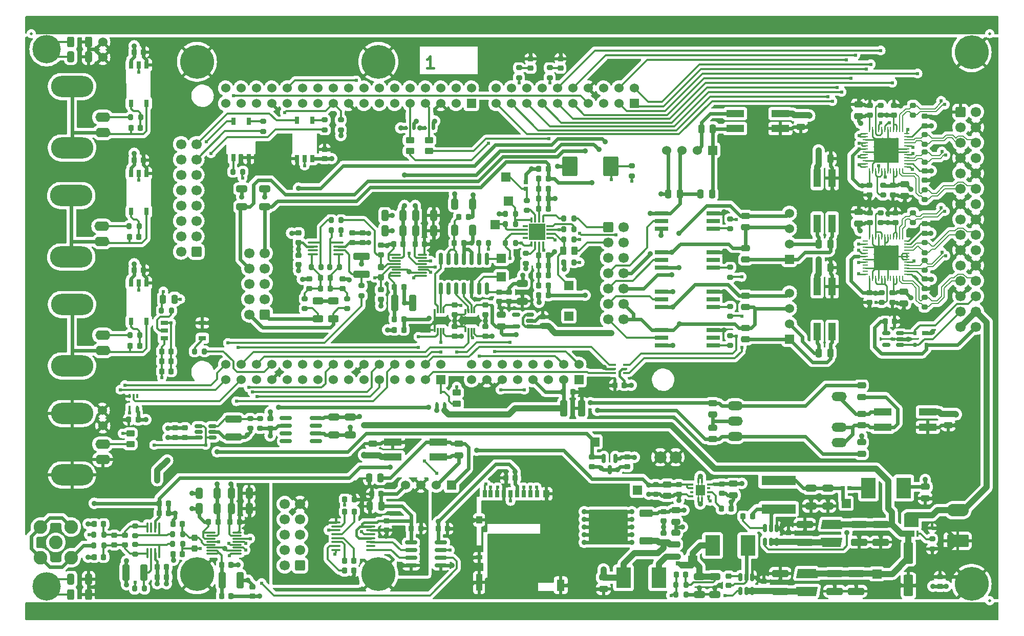
<source format=gtl>
%TF.GenerationSoftware,KiCad,Pcbnew,7.0.1*%
%TF.CreationDate,2023-11-29T10:40:00+01:00*%
%TF.ProjectId,current100A_Artiq,63757272-656e-4743-9130-30415f417274,rev?*%
%TF.SameCoordinates,Original*%
%TF.FileFunction,Copper,L1,Top*%
%TF.FilePolarity,Positive*%
%FSLAX46Y46*%
G04 Gerber Fmt 4.6, Leading zero omitted, Abs format (unit mm)*
G04 Created by KiCad (PCBNEW 7.0.1) date 2023-11-29 10:40:00*
%MOMM*%
%LPD*%
G01*
G04 APERTURE LIST*
G04 Aperture macros list*
%AMRoundRect*
0 Rectangle with rounded corners*
0 $1 Rounding radius*
0 $2 $3 $4 $5 $6 $7 $8 $9 X,Y pos of 4 corners*
0 Add a 4 corners polygon primitive as box body*
4,1,4,$2,$3,$4,$5,$6,$7,$8,$9,$2,$3,0*
0 Add four circle primitives for the rounded corners*
1,1,$1+$1,$2,$3*
1,1,$1+$1,$4,$5*
1,1,$1+$1,$6,$7*
1,1,$1+$1,$8,$9*
0 Add four rect primitives between the rounded corners*
20,1,$1+$1,$2,$3,$4,$5,0*
20,1,$1+$1,$4,$5,$6,$7,0*
20,1,$1+$1,$6,$7,$8,$9,0*
20,1,$1+$1,$8,$9,$2,$3,0*%
%AMOutline4P*
0 Free polygon, 4 corners , with rotation*
0 The origin of the aperture is its center*
0 number of corners: always 4*
0 $1 to $8 corner X, Y*
0 $9 Rotation angle, in degrees counterclockwise*
0 create outline with 4 corners*
4,1,4,$1,$2,$3,$4,$5,$6,$7,$8,$1,$2,$9*%
%AMFreePoly0*
4,1,17,1.395000,0.765000,0.855000,0.765000,0.855000,0.535000,1.395000,0.535000,1.395000,0.115000,0.855000,0.115000,0.855000,-0.115000,1.395000,-0.115000,1.395000,-0.535000,0.855000,-0.535000,0.855000,-0.765000,1.395000,-0.765000,1.395000,-1.185000,-0.855000,-1.185000,-0.855000,1.185000,1.395000,1.185000,1.395000,0.765000,1.395000,0.765000,$1*%
G04 Aperture macros list end*
%ADD10C,0.400000*%
%TA.AperFunction,NonConductor*%
%ADD11C,0.400000*%
%TD*%
%TA.AperFunction,SMDPad,CuDef*%
%ADD12RoundRect,0.225000X0.225000X0.250000X-0.225000X0.250000X-0.225000X-0.250000X0.225000X-0.250000X0*%
%TD*%
%TA.AperFunction,SMDPad,CuDef*%
%ADD13RoundRect,0.200000X0.200000X0.275000X-0.200000X0.275000X-0.200000X-0.275000X0.200000X-0.275000X0*%
%TD*%
%TA.AperFunction,SMDPad,CuDef*%
%ADD14RoundRect,0.225000X0.250000X-0.225000X0.250000X0.225000X-0.250000X0.225000X-0.250000X-0.225000X0*%
%TD*%
%TA.AperFunction,SMDPad,CuDef*%
%ADD15RoundRect,0.225000X-0.225000X-0.250000X0.225000X-0.250000X0.225000X0.250000X-0.225000X0.250000X0*%
%TD*%
%TA.AperFunction,SMDPad,CuDef*%
%ADD16RoundRect,0.200000X-0.275000X0.200000X-0.275000X-0.200000X0.275000X-0.200000X0.275000X0.200000X0*%
%TD*%
%TA.AperFunction,SMDPad,CuDef*%
%ADD17RoundRect,0.250000X-0.325000X-0.650000X0.325000X-0.650000X0.325000X0.650000X-0.325000X0.650000X0*%
%TD*%
%TA.AperFunction,SMDPad,CuDef*%
%ADD18RoundRect,0.250000X-0.450000X0.262500X-0.450000X-0.262500X0.450000X-0.262500X0.450000X0.262500X0*%
%TD*%
%TA.AperFunction,SMDPad,CuDef*%
%ADD19R,3.000000X1.200000*%
%TD*%
%TA.AperFunction,ComponentPad*%
%ADD20R,1.524000X1.524000*%
%TD*%
%TA.AperFunction,ComponentPad*%
%ADD21C,1.524000*%
%TD*%
%TA.AperFunction,SMDPad,CuDef*%
%ADD22R,2.160000X0.640000*%
%TD*%
%TA.AperFunction,SMDPad,CuDef*%
%ADD23RoundRect,0.250000X0.475000X-0.250000X0.475000X0.250000X-0.475000X0.250000X-0.475000X-0.250000X0*%
%TD*%
%TA.AperFunction,SMDPad,CuDef*%
%ADD24RoundRect,0.250000X-0.650000X0.325000X-0.650000X-0.325000X0.650000X-0.325000X0.650000X0.325000X0*%
%TD*%
%TA.AperFunction,ComponentPad*%
%ADD25R,1.500000X1.500000*%
%TD*%
%TA.AperFunction,SMDPad,CuDef*%
%ADD26R,0.800000X0.800000*%
%TD*%
%TA.AperFunction,SMDPad,CuDef*%
%ADD27RoundRect,0.250000X0.850000X0.350000X-0.850000X0.350000X-0.850000X-0.350000X0.850000X-0.350000X0*%
%TD*%
%TA.AperFunction,SMDPad,CuDef*%
%ADD28RoundRect,0.250000X1.275000X1.125000X-1.275000X1.125000X-1.275000X-1.125000X1.275000X-1.125000X0*%
%TD*%
%TA.AperFunction,SMDPad,CuDef*%
%ADD29RoundRect,0.249997X2.950003X2.650003X-2.950003X2.650003X-2.950003X-2.650003X2.950003X-2.650003X0*%
%TD*%
%TA.AperFunction,ComponentPad*%
%ADD30RoundRect,0.250000X0.600000X0.600000X-0.600000X0.600000X-0.600000X-0.600000X0.600000X-0.600000X0*%
%TD*%
%TA.AperFunction,ComponentPad*%
%ADD31C,1.700000*%
%TD*%
%TA.AperFunction,SMDPad,CuDef*%
%ADD32RoundRect,0.200000X-0.200000X-0.275000X0.200000X-0.275000X0.200000X0.275000X-0.200000X0.275000X0*%
%TD*%
%TA.AperFunction,SMDPad,CuDef*%
%ADD33RoundRect,0.200000X0.275000X-0.200000X0.275000X0.200000X-0.275000X0.200000X-0.275000X-0.200000X0*%
%TD*%
%TA.AperFunction,ComponentPad*%
%ADD34C,2.250000*%
%TD*%
%TA.AperFunction,SMDPad,CuDef*%
%ADD35R,2.413000X3.429000*%
%TD*%
%TA.AperFunction,SMDPad,CuDef*%
%ADD36RoundRect,0.225000X-0.250000X0.225000X-0.250000X-0.225000X0.250000X-0.225000X0.250000X0.225000X0*%
%TD*%
%TA.AperFunction,SMDPad,CuDef*%
%ADD37R,0.800000X1.200000*%
%TD*%
%TA.AperFunction,SMDPad,CuDef*%
%ADD38RoundRect,0.218750X-0.218750X-0.256250X0.218750X-0.256250X0.218750X0.256250X-0.218750X0.256250X0*%
%TD*%
%TA.AperFunction,SMDPad,CuDef*%
%ADD39R,0.700000X1.200000*%
%TD*%
%TA.AperFunction,SMDPad,CuDef*%
%ADD40R,1.000000X0.800000*%
%TD*%
%TA.AperFunction,SMDPad,CuDef*%
%ADD41R,1.000000X1.200000*%
%TD*%
%TA.AperFunction,SMDPad,CuDef*%
%ADD42R,1.000000X2.800000*%
%TD*%
%TA.AperFunction,SMDPad,CuDef*%
%ADD43R,1.300000X1.900000*%
%TD*%
%TA.AperFunction,SMDPad,CuDef*%
%ADD44RoundRect,0.218750X-0.256250X0.218750X-0.256250X-0.218750X0.256250X-0.218750X0.256250X0.218750X0*%
%TD*%
%TA.AperFunction,SMDPad,CuDef*%
%ADD45RoundRect,0.150000X0.512500X0.150000X-0.512500X0.150000X-0.512500X-0.150000X0.512500X-0.150000X0*%
%TD*%
%TA.AperFunction,SMDPad,CuDef*%
%ADD46RoundRect,0.250000X-0.312500X-0.625000X0.312500X-0.625000X0.312500X0.625000X-0.312500X0.625000X0*%
%TD*%
%TA.AperFunction,ComponentPad*%
%ADD47C,2.000000*%
%TD*%
%TA.AperFunction,SMDPad,CuDef*%
%ADD48Outline4P,-1.500000X-0.725000X1.500000X-0.725000X1.800000X0.725000X-1.800000X0.725000X0.000000*%
%TD*%
%TA.AperFunction,SMDPad,CuDef*%
%ADD49Outline4P,-1.800000X-0.725000X1.800000X-0.725000X1.500000X0.725000X-1.500000X0.725000X0.000000*%
%TD*%
%TA.AperFunction,SMDPad,CuDef*%
%ADD50R,0.450000X0.700000*%
%TD*%
%TA.AperFunction,SMDPad,CuDef*%
%ADD51C,0.500000*%
%TD*%
%TA.AperFunction,ComponentPad*%
%ADD52C,5.600000*%
%TD*%
%TA.AperFunction,SMDPad,CuDef*%
%ADD53RoundRect,0.250000X0.450000X-0.262500X0.450000X0.262500X-0.450000X0.262500X-0.450000X-0.262500X0*%
%TD*%
%TA.AperFunction,SMDPad,CuDef*%
%ADD54RoundRect,0.250000X-0.475000X0.250000X-0.475000X-0.250000X0.475000X-0.250000X0.475000X0.250000X0*%
%TD*%
%TA.AperFunction,SMDPad,CuDef*%
%ADD55RoundRect,0.150000X-0.150000X0.825000X-0.150000X-0.825000X0.150000X-0.825000X0.150000X0.825000X0*%
%TD*%
%TA.AperFunction,SMDPad,CuDef*%
%ADD56R,0.300000X0.800000*%
%TD*%
%TA.AperFunction,SMDPad,CuDef*%
%ADD57RoundRect,0.075000X-0.650000X-0.075000X0.650000X-0.075000X0.650000X0.075000X-0.650000X0.075000X0*%
%TD*%
%TA.AperFunction,SMDPad,CuDef*%
%ADD58RoundRect,0.100000X-0.637500X-0.100000X0.637500X-0.100000X0.637500X0.100000X-0.637500X0.100000X0*%
%TD*%
%TA.AperFunction,SMDPad,CuDef*%
%ADD59RoundRect,0.250000X0.250000X0.475000X-0.250000X0.475000X-0.250000X-0.475000X0.250000X-0.475000X0*%
%TD*%
%TA.AperFunction,SMDPad,CuDef*%
%ADD60RoundRect,0.218750X0.218750X0.256250X-0.218750X0.256250X-0.218750X-0.256250X0.218750X-0.256250X0*%
%TD*%
%TA.AperFunction,SMDPad,CuDef*%
%ADD61RoundRect,0.250000X-1.100000X0.325000X-1.100000X-0.325000X1.100000X-0.325000X1.100000X0.325000X0*%
%TD*%
%TA.AperFunction,SMDPad,CuDef*%
%ADD62RoundRect,0.150000X0.825000X0.150000X-0.825000X0.150000X-0.825000X-0.150000X0.825000X-0.150000X0*%
%TD*%
%TA.AperFunction,SMDPad,CuDef*%
%ADD63RoundRect,0.112500X0.112500X-0.187500X0.112500X0.187500X-0.112500X0.187500X-0.112500X-0.187500X0*%
%TD*%
%TA.AperFunction,SMDPad,CuDef*%
%ADD64RoundRect,0.237500X0.237500X-0.300000X0.237500X0.300000X-0.237500X0.300000X-0.237500X-0.300000X0*%
%TD*%
%TA.AperFunction,SMDPad,CuDef*%
%ADD65R,1.000000X0.700000*%
%TD*%
%TA.AperFunction,SMDPad,CuDef*%
%ADD66R,0.600000X0.700000*%
%TD*%
%TA.AperFunction,SMDPad,CuDef*%
%ADD67RoundRect,0.062500X0.375000X0.062500X-0.375000X0.062500X-0.375000X-0.062500X0.375000X-0.062500X0*%
%TD*%
%TA.AperFunction,SMDPad,CuDef*%
%ADD68RoundRect,0.062500X0.062500X0.375000X-0.062500X0.375000X-0.062500X-0.375000X0.062500X-0.375000X0*%
%TD*%
%TA.AperFunction,ComponentPad*%
%ADD69C,0.500000*%
%TD*%
%TA.AperFunction,SMDPad,CuDef*%
%ADD70R,4.100000X4.100000*%
%TD*%
%TA.AperFunction,ComponentPad*%
%ADD71O,2.500000X1.600000*%
%TD*%
%TA.AperFunction,ComponentPad*%
%ADD72O,7.000000X3.500000*%
%TD*%
%TA.AperFunction,ComponentPad*%
%ADD73C,4.700000*%
%TD*%
%TA.AperFunction,SMDPad,CuDef*%
%ADD74R,1.200000X3.000000*%
%TD*%
%TA.AperFunction,SMDPad,CuDef*%
%ADD75R,0.650000X0.400000*%
%TD*%
%TA.AperFunction,SMDPad,CuDef*%
%ADD76RoundRect,0.250000X-0.250000X-0.475000X0.250000X-0.475000X0.250000X0.475000X-0.250000X0.475000X0*%
%TD*%
%TA.AperFunction,SMDPad,CuDef*%
%ADD77RoundRect,0.250000X0.325000X0.650000X-0.325000X0.650000X-0.325000X-0.650000X0.325000X-0.650000X0*%
%TD*%
%TA.AperFunction,SMDPad,CuDef*%
%ADD78RoundRect,0.250000X1.100000X-0.325000X1.100000X0.325000X-1.100000X0.325000X-1.100000X-0.325000X0*%
%TD*%
%TA.AperFunction,SMDPad,CuDef*%
%ADD79RoundRect,0.250000X0.625000X-0.312500X0.625000X0.312500X-0.625000X0.312500X-0.625000X-0.312500X0*%
%TD*%
%TA.AperFunction,SMDPad,CuDef*%
%ADD80R,0.400000X0.650000*%
%TD*%
%TA.AperFunction,SMDPad,CuDef*%
%ADD81RoundRect,0.250000X0.650000X-0.325000X0.650000X0.325000X-0.650000X0.325000X-0.650000X-0.325000X0*%
%TD*%
%TA.AperFunction,SMDPad,CuDef*%
%ADD82RoundRect,0.150000X-0.150000X0.587500X-0.150000X-0.587500X0.150000X-0.587500X0.150000X0.587500X0*%
%TD*%
%TA.AperFunction,ComponentPad*%
%ADD83RoundRect,0.250000X-0.600000X-0.600000X0.600000X-0.600000X0.600000X0.600000X-0.600000X0.600000X0*%
%TD*%
%TA.AperFunction,SMDPad,CuDef*%
%ADD84RoundRect,0.250000X-0.325000X-1.100000X0.325000X-1.100000X0.325000X1.100000X-0.325000X1.100000X0*%
%TD*%
%TA.AperFunction,SMDPad,CuDef*%
%ADD85RoundRect,0.218750X0.256250X-0.218750X0.256250X0.218750X-0.256250X0.218750X-0.256250X-0.218750X0*%
%TD*%
%TA.AperFunction,SMDPad,CuDef*%
%ADD86RoundRect,0.100000X0.100000X-0.712500X0.100000X0.712500X-0.100000X0.712500X-0.100000X-0.712500X0*%
%TD*%
%TA.AperFunction,SMDPad,CuDef*%
%ADD87RoundRect,0.250000X-0.625000X0.312500X-0.625000X-0.312500X0.625000X-0.312500X0.625000X0.312500X0*%
%TD*%
%TA.AperFunction,SMDPad,CuDef*%
%ADD88RoundRect,0.100000X0.712500X0.100000X-0.712500X0.100000X-0.712500X-0.100000X0.712500X-0.100000X0*%
%TD*%
%TA.AperFunction,SMDPad,CuDef*%
%ADD89R,1.200000X0.800000*%
%TD*%
%TA.AperFunction,SMDPad,CuDef*%
%ADD90RoundRect,0.250000X1.000000X-1.400000X1.000000X1.400000X-1.000000X1.400000X-1.000000X-1.400000X0*%
%TD*%
%TA.AperFunction,ComponentPad*%
%ADD91O,2.500000X1.500000*%
%TD*%
%TA.AperFunction,SMDPad,CuDef*%
%ADD92RoundRect,0.250000X-0.550000X1.500000X-0.550000X-1.500000X0.550000X-1.500000X0.550000X1.500000X0*%
%TD*%
%TA.AperFunction,SMDPad,CuDef*%
%ADD93RoundRect,0.250000X0.325000X1.100000X-0.325000X1.100000X-0.325000X-1.100000X0.325000X-1.100000X0*%
%TD*%
%TA.AperFunction,SMDPad,CuDef*%
%ADD94R,0.600000X0.310000*%
%TD*%
%TA.AperFunction,ComponentPad*%
%ADD95C,0.300000*%
%TD*%
%TA.AperFunction,SMDPad,CuDef*%
%ADD96R,0.230000X0.825000*%
%TD*%
%TA.AperFunction,SMDPad,CuDef*%
%ADD97R,1.500000X1.750000*%
%TD*%
%TA.AperFunction,SMDPad,CuDef*%
%ADD98RoundRect,0.250000X0.262500X0.450000X-0.262500X0.450000X-0.262500X-0.450000X0.262500X-0.450000X0*%
%TD*%
%TA.AperFunction,SMDPad,CuDef*%
%ADD99RoundRect,0.150000X0.150000X-0.512500X0.150000X0.512500X-0.150000X0.512500X-0.150000X-0.512500X0*%
%TD*%
%TA.AperFunction,SMDPad,CuDef*%
%ADD100RoundRect,0.087500X0.087500X-0.337500X0.087500X0.337500X-0.087500X0.337500X-0.087500X-0.337500X0*%
%TD*%
%TA.AperFunction,SMDPad,CuDef*%
%ADD101RoundRect,0.081250X0.081250X-0.343750X0.081250X0.343750X-0.081250X0.343750X-0.081250X-0.343750X0*%
%TD*%
%TA.AperFunction,SMDPad,CuDef*%
%ADD102RoundRect,0.081250X0.343750X-0.081250X0.343750X0.081250X-0.343750X0.081250X-0.343750X-0.081250X0*%
%TD*%
%TA.AperFunction,SMDPad,CuDef*%
%ADD103RoundRect,0.087500X0.337500X-0.087500X0.337500X0.087500X-0.337500X0.087500X-0.337500X-0.087500X0*%
%TD*%
%TA.AperFunction,SMDPad,CuDef*%
%ADD104R,2.700000X2.700000*%
%TD*%
%TA.AperFunction,ComponentPad*%
%ADD105RoundRect,0.249999X1.550001X-0.790001X1.550001X0.790001X-1.550001X0.790001X-1.550001X-0.790001X0*%
%TD*%
%TA.AperFunction,ComponentPad*%
%ADD106O,3.600000X2.080000*%
%TD*%
%TA.AperFunction,SMDPad,CuDef*%
%ADD107RoundRect,0.150000X-0.825000X-0.150000X0.825000X-0.150000X0.825000X0.150000X-0.825000X0.150000X0*%
%TD*%
%TA.AperFunction,SMDPad,CuDef*%
%ADD108RoundRect,0.237500X-0.237500X0.300000X-0.237500X-0.300000X0.237500X-0.300000X0.237500X0.300000X0*%
%TD*%
%TA.AperFunction,SMDPad,CuDef*%
%ADD109R,5.700000X1.600000*%
%TD*%
%TA.AperFunction,SMDPad,CuDef*%
%ADD110R,0.420000X0.990000*%
%TD*%
%TA.AperFunction,SMDPad,CuDef*%
%ADD111R,0.420000X1.000000*%
%TD*%
%TA.AperFunction,SMDPad,CuDef*%
%ADD112FreePoly0,90.000000*%
%TD*%
%TA.AperFunction,ComponentPad*%
%ADD113R,1.530000X1.530000*%
%TD*%
%TA.AperFunction,ComponentPad*%
%ADD114C,1.530000*%
%TD*%
%TA.AperFunction,ViaPad*%
%ADD115C,0.889000*%
%TD*%
%TA.AperFunction,ViaPad*%
%ADD116C,0.609600*%
%TD*%
%TA.AperFunction,Conductor*%
%ADD117C,0.609600*%
%TD*%
%TA.AperFunction,Conductor*%
%ADD118C,0.254000*%
%TD*%
%TA.AperFunction,Conductor*%
%ADD119C,0.406400*%
%TD*%
%TA.AperFunction,Conductor*%
%ADD120C,0.304800*%
%TD*%
%TA.AperFunction,Conductor*%
%ADD121C,1.016000*%
%TD*%
%TA.AperFunction,Conductor*%
%ADD122C,0.200000*%
%TD*%
G04 APERTURE END LIST*
D10*
D11*
X67563809Y-8645238D02*
X66420952Y-8645238D01*
X66992380Y-8645238D02*
X66992380Y-6645238D01*
X66992380Y-6645238D02*
X66801904Y-6930952D01*
X66801904Y-6930952D02*
X66611428Y-7121428D01*
X66611428Y-7121428D02*
X66420952Y-7216666D01*
D12*
%TO.P,C134,1*%
%TO.N,GNDA*%
X86500000Y-31877000D03*
%TO.P,C134,2*%
%TO.N,Net-(U23E-V-)*%
X84950000Y-31877000D03*
%TD*%
D13*
%TO.P,R42,1*%
%TO.N,Net-(U23D--)*%
X81089000Y-32766000D03*
%TO.P,R42,2*%
%TO.N,GNDA*%
X79439000Y-32766000D03*
%TD*%
D14*
%TO.P,C104,1*%
%TO.N,+5VA*%
X24765000Y-69736000D03*
%TO.P,C104,2*%
%TO.N,GNDA*%
X24765000Y-68186000D03*
%TD*%
D15*
%TO.P,C41,1*%
%TO.N,+5VA*%
X21831000Y-92837000D03*
%TO.P,C41,2*%
%TO.N,GNDA*%
X23381000Y-92837000D03*
%TD*%
D16*
%TO.P,R21,1*%
%TO.N,/Kasli interface/LVDS4_N*%
X146812000Y-32576000D03*
%TO.P,R21,2*%
%TO.N,/Kasli interface/LVDS4_P*%
X146812000Y-34226000D03*
%TD*%
D17*
%TO.P,C51,1*%
%TO.N,GNDA*%
X28751000Y-81534000D03*
%TO.P,C51,2*%
%TO.N,+2V5*%
X31701000Y-81534000D03*
%TD*%
D18*
%TO.P,R48,1*%
%TO.N,Net-(R48-Pad1)*%
X71374000Y-62333500D03*
%TO.P,R48,2*%
%TO.N,/COIL_SPAN*%
X71374000Y-64158500D03*
%TD*%
D17*
%TO.P,C1,1*%
%TO.N,Net-(C1-Pad1)*%
X7542000Y-6731000D03*
%TO.P,C1,2*%
%TO.N,GND*%
X10492000Y-6731000D03*
%TD*%
D14*
%TO.P,C123,1*%
%TO.N,GND*%
X80010000Y-47257000D03*
%TO.P,C123,2*%
%TO.N,+5VD*%
X80010000Y-45707000D03*
%TD*%
D19*
%TO.P,L1,1,1*%
%TO.N,GND*%
X149292000Y-68052000D03*
%TO.P,L1,2,2*%
%TO.N,+12V*%
X149292000Y-65552000D03*
%TO.P,L1,3,3*%
%TO.N,/Power grid generation1/12V_pom2*%
X141792000Y-65552000D03*
%TO.P,L1,4,4*%
%TO.N,/Power grid generation1/gnd_pom*%
X141792000Y-68052000D03*
%TD*%
D20*
%TO.P,U33,1,-VIN*%
%TO.N,/Digital inputs/output1/gnd_pom4*%
X113665000Y-22225000D03*
D21*
%TO.P,U33,2,+VIN*%
%TO.N,/Digital inputs/output1/12V_pom4*%
X111125000Y-22225000D03*
%TO.P,U33,3,-VOUT*%
%TO.N,/Digital inputs/output1/ST1*%
X108585000Y-22225000D03*
%TO.P,U33,4,+VOUT*%
%TO.N,/Digital inputs/output1/VT1*%
X106045000Y-22225000D03*
%TD*%
D22*
%TO.P,U30,1,A*%
%TO.N,Net-(U30-A)*%
X113744000Y-48133000D03*
%TO.P,U30,2,NC*%
%TO.N,unconnected-(U30-NC-Pad2)*%
X113744000Y-46863000D03*
%TO.P,U30,3,C*%
%TO.N,GND*%
X113744000Y-45593000D03*
%TO.P,U30,4,VEE*%
%TO.N,/Digital inputs/output1/ST3*%
X105204000Y-45593000D03*
%TO.P,U30,5,VO*%
%TO.N,/Digital inputs/output1/GT3*%
X105204000Y-46863000D03*
%TO.P,U30,6,VCC*%
%TO.N,/Digital inputs/output1/VT3*%
X105204000Y-48133000D03*
%TD*%
D23*
%TO.P,C18,1*%
%TO.N,+6V*%
X107569000Y-87437000D03*
%TO.P,C18,2*%
%TO.N,GNDA*%
X107569000Y-85537000D03*
%TD*%
D24*
%TO.P,C29,1*%
%TO.N,/Power grid generation1/sw_out*%
X132715000Y-78154000D03*
%TO.P,C29,2*%
%TO.N,GND*%
X132715000Y-81104000D03*
%TD*%
D25*
%TO.P,PP2,1,1*%
%TO.N,Net-(U22-RFB)*%
X78740000Y-40132000D03*
%TD*%
%TO.P,PP5,1,1*%
%TO.N,Net-(U23B--)*%
X89916000Y-49657000D03*
%TD*%
D12*
%TO.P,C65,1*%
%TO.N,Net-(U11-C1-)*%
X54413500Y-82031000D03*
%TO.P,C65,2*%
%TO.N,Net-(U11-C1+)*%
X52863500Y-82031000D03*
%TD*%
D25*
%TO.P,PP1,1,1*%
%TO.N,Net-(U22-INV)*%
X78740000Y-43180000D03*
%TD*%
D26*
%TO.P,JP2,1,1*%
%TO.N,/Power grid generation1/3V_out*%
X136313000Y-78105000D03*
%TO.P,JP2,2,2*%
%TO.N,/Power grid generation1/sw_out*%
X135213000Y-78105000D03*
%TD*%
D15*
%TO.P,C115,1*%
%TO.N,+3V3*%
X64503000Y-37719000D03*
%TO.P,C115,2*%
%TO.N,GND*%
X66053000Y-37719000D03*
%TD*%
D12*
%TO.P,C21,1*%
%TO.N,/Power grid generation1/switch*%
X120282000Y-82804000D03*
%TO.P,C21,2*%
%TO.N,Net-(U3-BST)*%
X118732000Y-82804000D03*
%TD*%
D27*
%TO.P,U4,1,INP*%
%TO.N,+6V*%
X102703000Y-86862000D03*
D28*
%TO.P,U4,2,GND*%
%TO.N,GNDA*%
X98078000Y-86107000D03*
X98078000Y-83057000D03*
D29*
X96403000Y-84582000D03*
D28*
X94728000Y-86107000D03*
X94728000Y-83057000D03*
D27*
%TO.P,U4,3,OUT*%
%TO.N,+5VA*%
X102703000Y-82302000D03*
%TD*%
D30*
%TO.P,J4,1,Pin_1*%
%TO.N,unconnected-(J4-Pin_1-Pad1)*%
X45466000Y-90932000D03*
D31*
%TO.P,J4,2,Pin_2*%
%TO.N,unconnected-(J4-Pin_2-Pad2)*%
X42926000Y-90932000D03*
%TO.P,J4,3,Pin_3*%
%TO.N,Net-(J4-Pin_3)*%
X45466000Y-88392000D03*
%TO.P,J4,4,Pin_4*%
%TO.N,unconnected-(J4-Pin_4-Pad4)*%
X42926000Y-88392000D03*
%TO.P,J4,5,Pin_5*%
%TO.N,Net-(J4-Pin_5)*%
X45466000Y-85852000D03*
%TO.P,J4,6,Pin_6*%
%TO.N,unconnected-(J4-Pin_6-Pad6)*%
X42926000Y-85852000D03*
%TO.P,J4,7,Pin_7*%
%TO.N,unconnected-(J4-Pin_7-Pad7)*%
X45466000Y-83312000D03*
%TO.P,J4,8,Pin_8*%
%TO.N,unconnected-(J4-Pin_8-Pad8)*%
X42926000Y-83312000D03*
%TO.P,J4,9,Pin_9*%
%TO.N,/Nucleo-H743ZI1/SCPI_interface/VSISO*%
X45466000Y-80772000D03*
%TO.P,J4,10,Pin_10*%
%TO.N,unconnected-(J4-Pin_10-Pad10)*%
X42926000Y-80772000D03*
%TD*%
D19*
%TO.P,L15,1,1*%
%TO.N,GND*%
X124908000Y-18649000D03*
%TO.P,L15,2,2*%
%TO.N,+12V*%
X124908000Y-16149000D03*
%TO.P,L15,3,3*%
%TO.N,/Digital inputs/output1/12V_pom4*%
X117408000Y-16149000D03*
%TO.P,L15,4,4*%
%TO.N,/Digital inputs/output1/gnd_pom4*%
X117408000Y-18649000D03*
%TD*%
D32*
%TO.P,R7,1*%
%TO.N,/Analog input1/IN_gnd*%
X11367000Y-87630000D03*
%TO.P,R7,2*%
%TO.N,Net-(D2-K)*%
X13017000Y-87630000D03*
%TD*%
D17*
%TO.P,C132,1*%
%TO.N,Net-(U22-REFF)*%
X71042000Y-35433000D03*
%TO.P,C132,2*%
%TO.N,GNDA*%
X73992000Y-35433000D03*
%TD*%
D24*
%TO.P,C28,1*%
%TO.N,/Power grid generation1/sw_out1*%
X114046000Y-92759000D03*
%TO.P,C28,2*%
%TO.N,GND*%
X114046000Y-95709000D03*
%TD*%
D33*
%TO.P,R32,1*%
%TO.N,+3V3*%
X52197000Y-18859000D03*
%TO.P,R32,2*%
%TO.N,/LEM_OK*%
X52197000Y-17209000D03*
%TD*%
D34*
%TO.P,J2,1,In*%
%TO.N,Net-(J2-In)*%
X5080000Y-87122000D03*
%TO.P,J2,2,Ext*%
%TO.N,/Analog input1/IN_gnd*%
X2540000Y-89662000D03*
X7620000Y-89662000D03*
X2540000Y-84582000D03*
X7620000Y-84582000D03*
%TD*%
D33*
%TO.P,R16,1*%
%TO.N,Net-(U12-1FSEN)*%
X141605000Y-47434000D03*
%TO.P,R16,2*%
%TO.N,+3V3*%
X141605000Y-45784000D03*
%TD*%
D20*
%TO.P,U35,1,-VIN*%
%TO.N,/Digital inputs/output1/gnd_pom6*%
X126365000Y-40259000D03*
D21*
%TO.P,U35,2,+VIN*%
%TO.N,/Digital inputs/output1/12V_pom6*%
X126365000Y-37719000D03*
%TO.P,U35,3,-VOUT*%
%TO.N,/Digital inputs/output1/ST2*%
X126365000Y-35179000D03*
%TO.P,U35,4,+VOUT*%
%TO.N,/Digital inputs/output1/VT2*%
X126365000Y-32639000D03*
%TD*%
D35*
%TO.P,L6,1,1*%
%TO.N,/Power grid generation1/sw_out1*%
X113665000Y-87630000D03*
%TO.P,L6,2,2*%
%TO.N,/Power grid generation1/switch1*%
X119507000Y-87630000D03*
%TD*%
D14*
%TO.P,C44,1*%
%TO.N,+4V*%
X37592000Y-96025000D03*
%TO.P,C44,2*%
%TO.N,GNDA*%
X37592000Y-94475000D03*
%TD*%
D36*
%TO.P,C38,1*%
%TO.N,Net-(D3-K)*%
X14732000Y-85966000D03*
%TO.P,C38,2*%
%TO.N,Net-(D2-K)*%
X14732000Y-87516000D03*
%TD*%
D17*
%TO.P,C2,1*%
%TO.N,Net-(C2-Pad1)*%
X7542000Y-93218000D03*
%TO.P,C2,2*%
%TO.N,GND*%
X10492000Y-93218000D03*
%TD*%
D16*
%TO.P,R18,1*%
%TO.N,/Kasli interface/LVDS7_N*%
X148717000Y-46546000D03*
%TO.P,R18,2*%
%TO.N,/Kasli interface/LVDS7_P*%
X148717000Y-48196000D03*
%TD*%
D26*
%TO.P,JP1,1,1*%
%TO.N,/Power grid generation1/6V_out*%
X107950000Y-89493000D03*
%TO.P,JP1,2,2*%
%TO.N,/Power grid generation1/sw_out1*%
X107950000Y-90593000D03*
%TD*%
D12*
%TO.P,C124,1*%
%TO.N,+15V*%
X86500000Y-46228000D03*
%TO.P,C124,2*%
%TO.N,GNDA*%
X84950000Y-46228000D03*
%TD*%
D14*
%TO.P,C78,1*%
%TO.N,+3V3*%
X143637000Y-16396000D03*
%TO.P,C78,2*%
%TO.N,GND*%
X143637000Y-14846000D03*
%TD*%
D37*
%TO.P,U37,1*%
%TO.N,Net-(R64-Pad1)*%
X34417000Y-23447000D03*
%TO.P,U37,2*%
%TO.N,GND*%
X36957000Y-23447000D03*
%TO.P,U37,3*%
%TO.N,Net-(R66-Pad2)*%
X36957000Y-17447000D03*
%TO.P,U37,4*%
%TO.N,Net-(J14-Pin_9)*%
X34417000Y-17447000D03*
%TD*%
D38*
%TO.P,L12,1,1*%
%TO.N,Net-(U23E-V+)*%
X84937500Y-44577000D03*
%TO.P,L12,2,2*%
%TO.N,+15V*%
X86512500Y-44577000D03*
%TD*%
D32*
%TO.P,R8,1*%
%TO.N,Net-(J2-In)*%
X11367000Y-85852000D03*
%TO.P,R8,2*%
%TO.N,Net-(D3-K)*%
X13017000Y-85852000D03*
%TD*%
D22*
%TO.P,U28,1,A*%
%TO.N,Net-(U28-A)*%
X113744000Y-35179000D03*
%TO.P,U28,2,NC*%
%TO.N,unconnected-(U28-NC-Pad2)*%
X113744000Y-33909000D03*
%TO.P,U28,3,C*%
%TO.N,GND*%
X113744000Y-32639000D03*
%TO.P,U28,4,VEE*%
%TO.N,/Digital inputs/output1/ST1*%
X105204000Y-32639000D03*
%TO.P,U28,5,VO*%
%TO.N,/Digital inputs/output1/GT1*%
X105204000Y-33909000D03*
%TO.P,U28,6,VCC*%
%TO.N,/Digital inputs/output1/VT1*%
X105204000Y-35179000D03*
%TD*%
D39*
%TO.P,J3,1,DAT2*%
%TO.N,/Nucleo-H743ZI1/SD_D2*%
X84660000Y-79091000D03*
%TO.P,J3,2,DAT3/CD*%
%TO.N,/Nucleo-H743ZI1/SD_D3*%
X83560000Y-79091000D03*
%TO.P,J3,3,CMD*%
%TO.N,/Nucleo-H743ZI1/SD_CMD*%
X82460000Y-79091000D03*
%TO.P,J3,4,VDD*%
%TO.N,+3V3*%
X81360000Y-79091000D03*
%TO.P,J3,5,CLK*%
%TO.N,/Nucleo-H743ZI1/SD_CK*%
X80260000Y-79091000D03*
%TO.P,J3,6,VSS*%
%TO.N,GND*%
X79160000Y-79091000D03*
%TO.P,J3,7,DAT0*%
%TO.N,/Nucleo-H743ZI1/SD_D0*%
X78060000Y-79091000D03*
%TO.P,J3,8,DAT1*%
%TO.N,/Nucleo-H743ZI1/SD_D1*%
X76960000Y-79091000D03*
%TO.P,J3,9,DET_B*%
%TO.N,/Nucleo-H743ZI1/SD_DET*%
X76010000Y-79091000D03*
D40*
%TO.P,J3,10,DET_A*%
%TO.N,GND*%
X75060000Y-89591000D03*
D41*
%TO.P,J3,11,SHIELD*%
X75060000Y-83391000D03*
D42*
X75060000Y-93741000D03*
D41*
X86210000Y-79091000D03*
D43*
X88560000Y-94191000D03*
%TD*%
D44*
%TO.P,D6,1,K*%
%TO.N,+5VA*%
X52451000Y-43535500D03*
%TO.P,D6,2,A*%
%TO.N,Net-(D6-A)*%
X52451000Y-45110500D03*
%TD*%
D45*
%TO.P,U16,1*%
%TO.N,/Analog input1/VREF_P*%
X30982500Y-69784000D03*
%TO.P,U16,2,V-*%
%TO.N,GNDA*%
X30982500Y-68834000D03*
%TO.P,U16,3,+*%
%TO.N,Net-(U16-+)*%
X30982500Y-67884000D03*
%TO.P,U16,4,-*%
%TO.N,/Analog input1/VREF_P*%
X28707500Y-67884000D03*
%TO.P,U16,5,~{DISABLE}*%
%TO.N,unconnected-(U16-~{DISABLE}-Pad5)*%
X28707500Y-68834000D03*
%TO.P,U16,6,V+*%
%TO.N,+5VA*%
X28707500Y-69784000D03*
%TD*%
D46*
%TO.P,R1,1*%
%TO.N,Net-(C1-Pad1)*%
X7554500Y-4318000D03*
%TO.P,R1,2*%
%TO.N,GND*%
X10479500Y-4318000D03*
%TD*%
D16*
%TO.P,R30,1*%
%TO.N,Net-(U16-+)*%
X37211000Y-66612000D03*
%TO.P,R30,2*%
%TO.N,GNDA*%
X37211000Y-68262000D03*
%TD*%
D47*
%TO.P,GND1,1,1*%
%TO.N,GND*%
X105029000Y-73025000D03*
X107569000Y-73025000D03*
%TD*%
D48*
%TO.P,L3,1,1*%
%TO.N,/Power grid generation1/12V_pom*%
X133350000Y-87073000D03*
D49*
%TO.P,L3,2,2*%
%TO.N,+12V*%
X133350000Y-84123000D03*
%TD*%
D15*
%TO.P,C47,1*%
%TO.N,GNDA*%
X24457000Y-89027000D03*
%TO.P,C47,2*%
%TO.N,Net-(U8-IN+)*%
X26007000Y-89027000D03*
%TD*%
D14*
%TO.P,C75,1*%
%TO.N,+3V3*%
X148717000Y-35954000D03*
%TO.P,C75,2*%
%TO.N,GND*%
X148717000Y-34404000D03*
%TD*%
D50*
%TO.P,D11,1,A*%
%TO.N,GNDA*%
X66152000Y-18526000D03*
%TO.P,D11,2,K*%
%TO.N,+3V3*%
X67452000Y-18526000D03*
%TO.P,D11,3,COM*%
%TO.N,/T0_SPAN*%
X66802000Y-16526000D03*
%TD*%
D32*
%TO.P,R5,1*%
%TO.N,Net-(U2-FB)*%
X107633000Y-95758000D03*
%TO.P,R5,2*%
%TO.N,GND*%
X109283000Y-95758000D03*
%TD*%
D17*
%TO.P,C105,1*%
%TO.N,GNDA*%
X59485000Y-35560000D03*
%TO.P,C105,2*%
%TO.N,+2V5*%
X62435000Y-35560000D03*
%TD*%
D14*
%TO.P,C33,1*%
%TO.N,GNDA*%
X93726000Y-74562000D03*
%TO.P,C33,2*%
%TO.N,+2V5*%
X93726000Y-73012000D03*
%TD*%
D32*
%TO.P,R64,1*%
%TO.N,Net-(R64-Pad1)*%
X34354000Y-25781000D03*
%TO.P,R64,2*%
%TO.N,/DEL_RSD*%
X36004000Y-25781000D03*
%TD*%
D51*
%TO.P,FID2,*%
%TO.N,*%
X159512000Y-2921000D03*
%TD*%
D52*
%TO.P,H6,1,1*%
%TO.N,GND*%
X58400000Y-92400000D03*
%TD*%
D22*
%TO.P,U31,1,A*%
%TO.N,Net-(U31-A)*%
X113744000Y-54483000D03*
%TO.P,U31,2,NC*%
%TO.N,unconnected-(U31-NC-Pad2)*%
X113744000Y-53213000D03*
%TO.P,U31,3,C*%
%TO.N,GND*%
X113744000Y-51943000D03*
%TO.P,U31,4,VEE*%
%TO.N,/Digital inputs/output1/ST3*%
X105204000Y-51943000D03*
%TO.P,U31,5,VO*%
%TO.N,/Digital inputs/output1/GT4*%
X105204000Y-53213000D03*
%TO.P,U31,6,VCC*%
%TO.N,/Digital inputs/output1/VT3*%
X105204000Y-54483000D03*
%TD*%
D53*
%TO.P,R46,1*%
%TO.N,Net-(PP6-Pad1)*%
X63627000Y-22375500D03*
%TO.P,R46,2*%
%TO.N,/AUX_SPAN*%
X63627000Y-20550500D03*
%TD*%
D50*
%TO.P,D9,1,A*%
%TO.N,GNDA*%
X62977000Y-18526000D03*
%TO.P,D9,2,K*%
%TO.N,+3V3*%
X64277000Y-18526000D03*
%TO.P,D9,3,COM*%
%TO.N,/AUX_SPAN*%
X63627000Y-16526000D03*
%TD*%
D14*
%TO.P,C121,1*%
%TO.N,GND*%
X76073000Y-49416000D03*
%TO.P,C121,2*%
%TO.N,+5VD*%
X76073000Y-47866000D03*
%TD*%
D54*
%TO.P,C141,1*%
%TO.N,+12V*%
X128270000Y-16449000D03*
%TO.P,C141,2*%
%TO.N,GND*%
X128270000Y-18349000D03*
%TD*%
D55*
%TO.P,U22,1,RFB*%
%TO.N,Net-(U22-RFB)*%
X76327000Y-40197000D03*
%TO.P,U22,2,OUT*%
%TO.N,Net-(U22-OUT)*%
X75057000Y-40197000D03*
%TO.P,U22,3,AGNDF*%
%TO.N,GNDA*%
X73787000Y-40197000D03*
%TO.P,U22,4,AGNDS*%
X72517000Y-40197000D03*
%TO.P,U22,5,REFS*%
%TO.N,Net-(U22-REFF)*%
X71247000Y-40197000D03*
%TO.P,U22,6,REFF*%
X69977000Y-40197000D03*
%TO.P,U22,7,~{CS}*%
%TO.N,Net-(U19-2A)*%
X68707000Y-40197000D03*
%TO.P,U22,8,SCLK*%
%TO.N,Net-(U19-1A)*%
X68707000Y-45147000D03*
%TO.P,U22,9,NC*%
%TO.N,unconnected-(U22-NC-Pad9)*%
X69977000Y-45147000D03*
%TO.P,U22,10,DIN*%
%TO.N,Net-(U20-2A)*%
X71247000Y-45147000D03*
%TO.P,U22,11,~{LDAC}*%
%TO.N,Net-(U20-1A)*%
X72517000Y-45147000D03*
%TO.P,U22,12,DGND*%
%TO.N,GND*%
X73787000Y-45147000D03*
%TO.P,U22,13,INV*%
%TO.N,Net-(U22-INV)*%
X75057000Y-45147000D03*
%TO.P,U22,14,VDD*%
%TO.N,+5VD*%
X76327000Y-45147000D03*
%TD*%
D12*
%TO.P,C129,1*%
%TO.N,GNDA*%
X72530000Y-37592000D03*
%TO.P,C129,2*%
%TO.N,Net-(U22-REFF)*%
X70980000Y-37592000D03*
%TD*%
D32*
%TO.P,R45,1*%
%TO.N,Net-(PP7-Pad1)*%
X89091000Y-36957000D03*
%TO.P,R45,2*%
%TO.N,Net-(U23B--)*%
X90741000Y-36957000D03*
%TD*%
D33*
%TO.P,R50,1*%
%TO.N,GNDA*%
X82804000Y-40957000D03*
%TO.P,R50,2*%
%TO.N,Net-(U23A-+)*%
X82804000Y-39307000D03*
%TD*%
D12*
%TO.P,C40,1*%
%TO.N,GNDA*%
X23721000Y-82296000D03*
%TO.P,C40,2*%
%TO.N,-VSW*%
X22171000Y-82296000D03*
%TD*%
D32*
%TO.P,R56,1*%
%TO.N,Net-(J9-In)*%
X17209000Y-34798000D03*
%TO.P,R56,2*%
%TO.N,Net-(D14-K)*%
X18859000Y-34798000D03*
%TD*%
D56*
%TO.P,U19,1,VCCA*%
%TO.N,+5VD*%
X69203000Y-48869000D03*
%TO.P,U19,2,1A*%
%TO.N,Net-(U19-1A)*%
X68703000Y-48869000D03*
%TO.P,U19,3,2A*%
%TO.N,Net-(U19-2A)*%
X68203000Y-48869000D03*
%TO.P,U19,4,GND*%
%TO.N,GND*%
X67703000Y-48869000D03*
%TO.P,U19,5,DIR*%
X67703000Y-51969000D03*
%TO.P,U19,6,2B*%
%TO.N,/MOS_CS*%
X68203000Y-51969000D03*
%TO.P,U19,7,1B*%
%TO.N,/MOS_CLK*%
X68703000Y-51969000D03*
%TO.P,U19,8,VCCB*%
%TO.N,+3V3*%
X69203000Y-51969000D03*
%TD*%
D37*
%TO.P,U38,1,A*%
%TO.N,Net-(U38-A)*%
X47498000Y-17297000D03*
%TO.P,U38,3,C*%
%TO.N,Net-(J14-Pin_15)*%
X44958000Y-17297000D03*
%TO.P,U38,4,VEE*%
%TO.N,GND*%
X44958000Y-23597000D03*
%TO.P,U38,5,VO*%
%TO.N,/DEL_CC*%
X46228000Y-23597000D03*
%TO.P,U38,6,VCC*%
%TO.N,+3V3*%
X47498000Y-23597000D03*
%TD*%
%TO.P,U25,1,A*%
%TO.N,Net-(D13-K)*%
X17526000Y-50521000D03*
%TO.P,U25,3,C*%
%TO.N,Net-(D13-A)*%
X20066000Y-50521000D03*
%TO.P,U25,4,VEE*%
%TO.N,GND*%
X20066000Y-44221000D03*
%TO.P,U25,5,VO*%
%TO.N,/DIR_L2*%
X18796000Y-44221000D03*
%TO.P,U25,6,VCC*%
%TO.N,+3V3*%
X17526000Y-44221000D03*
%TD*%
D32*
%TO.P,R36,1*%
%TO.N,Net-(D7-A)*%
X47308000Y-41529000D03*
%TO.P,R36,2*%
%TO.N,/Main Current sensor1/ADC1INP*%
X48958000Y-41529000D03*
%TD*%
D57*
%TO.P,U8,1,CHAIN*%
%TO.N,GNDA*%
X30743000Y-85499000D03*
%TO.P,U8,2,VDD*%
%TO.N,+2V5*%
X30743000Y-85999000D03*
%TO.P,U8,3,GND*%
%TO.N,GNDA*%
X30743000Y-86499000D03*
%TO.P,U8,4,IN+*%
%TO.N,Net-(U8-IN+)*%
X30743000Y-86999000D03*
%TO.P,U8,5,IN-*%
%TO.N,Net-(U8-IN-)*%
X30743000Y-87499000D03*
%TO.P,U8,6,GND*%
%TO.N,GNDA*%
X30743000Y-87999000D03*
%TO.P,U8,7,REF*%
%TO.N,/Analog input1/VREFB*%
X30743000Y-88499000D03*
%TO.P,U8,8,REF/\u002ADGC*%
X30743000Y-88999000D03*
%TO.P,U8,9,CNV*%
%TO.N,/ADC_CNV*%
X35043000Y-88999000D03*
%TO.P,U8,10,GND*%
%TO.N,GNDA*%
X35043000Y-88499000D03*
%TO.P,U8,11,BUSY*%
%TO.N,/SET_BUSY*%
X35043000Y-87999000D03*
%TO.P,U8,12,RDL/SDI*%
%TO.N,/SET_RDL*%
X35043000Y-87499000D03*
%TO.P,U8,13,SCK*%
%TO.N,/SET_SCK*%
X35043000Y-86999000D03*
%TO.P,U8,14,SDO*%
%TO.N,/SET_ADC*%
X35043000Y-86499000D03*
%TO.P,U8,15,OVDD*%
%TO.N,+3V3*%
X35043000Y-85999000D03*
%TO.P,U8,16,GND*%
%TO.N,GND*%
X35043000Y-85499000D03*
%TD*%
D50*
%TO.P,D10,1,A*%
%TO.N,GNDA*%
X68057000Y-64246000D03*
%TO.P,D10,2,K*%
%TO.N,+3V3*%
X69357000Y-64246000D03*
%TO.P,D10,3,COM*%
%TO.N,/COIL_SPAN*%
X68707000Y-62246000D03*
%TD*%
D24*
%TO.P,C27,1*%
%TO.N,/Power grid generation1/sw_out1*%
X111506000Y-92759000D03*
%TO.P,C27,2*%
%TO.N,GND*%
X111506000Y-95709000D03*
%TD*%
D58*
%TO.P,U11,1,~{EN}*%
%TO.N,/Nucleo-H743ZI1/SCPI_interface/VSISO*%
X51411000Y-83820000D03*
%TO.P,U11,2,C1+*%
%TO.N,Net-(U11-C1+)*%
X51411000Y-84470000D03*
%TO.P,U11,3,V+*%
%TO.N,Net-(U11-V+)*%
X51411000Y-85120000D03*
%TO.P,U11,4,C1-*%
%TO.N,Net-(U11-C1-)*%
X51411000Y-85770000D03*
%TO.P,U11,5,C2+*%
%TO.N,Net-(U11-C2+)*%
X51411000Y-86420000D03*
%TO.P,U11,6,C2-*%
%TO.N,Net-(U11-C2-)*%
X51411000Y-87070000D03*
%TO.P,U11,7,V-*%
%TO.N,Net-(U11-V-)*%
X51411000Y-87720000D03*
%TO.P,U11,8,RIN*%
%TO.N,Net-(J4-Pin_3)*%
X51411000Y-88370000D03*
%TO.P,U11,9,ROUT*%
%TO.N,Net-(U10-VIB)*%
X57136000Y-88370000D03*
%TO.P,U11,10,~{INVALID}*%
%TO.N,unconnected-(U11-~{INVALID}-Pad10)*%
X57136000Y-87720000D03*
%TO.P,U11,11,DIN*%
%TO.N,Net-(U10-VOA)*%
X57136000Y-87070000D03*
%TO.P,U11,12,FORCEON*%
%TO.N,/Nucleo-H743ZI1/SCPI_interface/VDISO*%
X57136000Y-86420000D03*
%TO.P,U11,13,DOUT*%
%TO.N,Net-(J4-Pin_5)*%
X57136000Y-85770000D03*
%TO.P,U11,14,GND*%
%TO.N,/Nucleo-H743ZI1/SCPI_interface/VSISO*%
X57136000Y-85120000D03*
%TO.P,U11,15,VCC*%
%TO.N,/Nucleo-H743ZI1/SCPI_interface/VDISO*%
X57136000Y-84470000D03*
%TO.P,U11,16,~{FORCEOFF}*%
X57136000Y-83820000D03*
%TD*%
D59*
%TO.P,C63,1*%
%TO.N,/Nucleo-H743ZI1/SCPI_interface/VDISO*%
X58906500Y-81142000D03*
%TO.P,C63,2*%
%TO.N,/Nucleo-H743ZI1/SCPI_interface/VSISO*%
X57006500Y-81142000D03*
%TD*%
D36*
%TO.P,C71,1*%
%TO.N,+3V3*%
X148717000Y-43548000D03*
%TO.P,C71,2*%
%TO.N,GND*%
X148717000Y-45098000D03*
%TD*%
D60*
%TO.P,L14,1,1*%
%TO.N,+4V*%
X73304500Y-33274000D03*
%TO.P,L14,2,2*%
%TO.N,Net-(U22-REFF)*%
X71729500Y-33274000D03*
%TD*%
D61*
%TO.P,C6,1*%
%TO.N,+12V*%
X137414000Y-92251000D03*
%TO.P,C6,2*%
%TO.N,GND*%
X137414000Y-95201000D03*
%TD*%
D14*
%TO.P,C11,1*%
%TO.N,/Power grid generation1/12V_pom1*%
X122174000Y-95136000D03*
%TO.P,C11,2*%
%TO.N,GND*%
X122174000Y-93586000D03*
%TD*%
D62*
%TO.P,U15,1,NC*%
%TO.N,unconnected-(U15-NC-Pad1)*%
X48068000Y-70358000D03*
%TO.P,U15,2,VIN*%
%TO.N,+5VA*%
X48068000Y-69088000D03*
%TO.P,U15,3,NC*%
%TO.N,unconnected-(U15-NC-Pad3)*%
X48068000Y-67818000D03*
%TO.P,U15,4,GND*%
%TO.N,GNDA*%
X48068000Y-66548000D03*
%TO.P,U15,5,NC*%
%TO.N,unconnected-(U15-NC-Pad5)*%
X43118000Y-66548000D03*
%TO.P,U15,6,VOUT*%
%TO.N,+4V*%
X43118000Y-67818000D03*
%TO.P,U15,7,NC*%
%TO.N,unconnected-(U15-NC-Pad7)*%
X43118000Y-69088000D03*
%TO.P,U15,8,NC*%
%TO.N,unconnected-(U15-NC-Pad8)*%
X43118000Y-70358000D03*
%TD*%
D33*
%TO.P,R14,1*%
%TO.N,SPI_MOSI*%
X86741000Y-10223000D03*
%TO.P,R14,2*%
%TO.N,Net-(C73-Pad1)*%
X86741000Y-8573000D03*
%TD*%
D15*
%TO.P,C39,1*%
%TO.N,+5VA*%
X21831000Y-91186000D03*
%TO.P,C39,2*%
%TO.N,GNDA*%
X23381000Y-91186000D03*
%TD*%
D25*
%TO.P,VuC1,1,1*%
%TO.N,/Power grid generation1/sw_out*%
X135763000Y-80645000D03*
%TD*%
D63*
%TO.P,D1,1,A1*%
%TO.N,GND*%
X149987000Y-84743000D03*
%TO.P,D1,2,A2*%
%TO.N,P12V0*%
X149987000Y-82643000D03*
%TD*%
D53*
%TO.P,R52,1*%
%TO.N,Net-(R52-Pad1)*%
X66802000Y-22375500D03*
%TO.P,R52,2*%
%TO.N,/T0_SPAN*%
X66802000Y-20550500D03*
%TD*%
D19*
%TO.P,L10,1,1*%
%TO.N,GND*%
X60810500Y-70494000D03*
%TO.P,L10,2,2*%
%TO.N,+12V*%
X60810500Y-72994000D03*
%TO.P,L10,3,3*%
%TO.N,/Nucleo-H743ZI1/SCPI_interface/12V_pom3*%
X68310500Y-72994000D03*
%TO.P,L10,4,4*%
%TO.N,/Nucleo-H743ZI1/SCPI_interface/gnd_pom3*%
X68310500Y-70494000D03*
%TD*%
D25*
%TO.P,P5V1,1,1*%
%TO.N,+5VA*%
X101219000Y-78486000D03*
%TD*%
D15*
%TO.P,C32,1*%
%TO.N,Net-(U6-NR{slash}SS)*%
X115176000Y-81534000D03*
%TO.P,C32,2*%
%TO.N,GNDA*%
X116726000Y-81534000D03*
%TD*%
D60*
%TO.P,D13,1,K*%
%TO.N,Net-(D13-K)*%
X18948500Y-54610000D03*
%TO.P,D13,2,A*%
%TO.N,Net-(D13-A)*%
X17373500Y-54610000D03*
%TD*%
D64*
%TO.P,C48,1*%
%TO.N,Net-(U8-IN+)*%
X28026000Y-88111500D03*
%TO.P,C48,2*%
%TO.N,Net-(U8-IN-)*%
X28026000Y-86386500D03*
%TD*%
D15*
%TO.P,C127,1*%
%TO.N,Net-(U23E-V+)*%
X84950000Y-42926000D03*
%TO.P,C127,2*%
%TO.N,GNDA*%
X86500000Y-42926000D03*
%TD*%
D36*
%TO.P,C116,1*%
%TO.N,GND*%
X70993000Y-51422000D03*
%TO.P,C116,2*%
%TO.N,+3V3*%
X70993000Y-52972000D03*
%TD*%
%TO.P,C72,1*%
%TO.N,+3V3*%
X148717000Y-25641000D03*
%TO.P,C72,2*%
%TO.N,GND*%
X148717000Y-27191000D03*
%TD*%
D44*
%TO.P,D3,1,K*%
%TO.N,Net-(D3-K)*%
X16510000Y-85953500D03*
%TO.P,D3,2,A*%
%TO.N,Net-(D2-K)*%
X16510000Y-87528500D03*
%TD*%
D33*
%TO.P,R29,1*%
%TO.N,+4V*%
X38862000Y-68262000D03*
%TO.P,R29,2*%
%TO.N,Net-(U16-+)*%
X38862000Y-66612000D03*
%TD*%
%TO.P,R67,1*%
%TO.N,Net-(J14-Pin_7)*%
X49530000Y-18859000D03*
%TO.P,R67,2*%
%TO.N,Net-(U38-A)*%
X49530000Y-17209000D03*
%TD*%
D15*
%TO.P,C46,1*%
%TO.N,/Analog input1/VREFB*%
X32499000Y-90805000D03*
%TO.P,C46,2*%
%TO.N,GNDA*%
X34049000Y-90805000D03*
%TD*%
%TO.P,C139,1*%
%TO.N,+3V3*%
X18021000Y-5969000D03*
%TO.P,C139,2*%
%TO.N,GND*%
X19571000Y-5969000D03*
%TD*%
D65*
%TO.P,D5,1,GND*%
%TO.N,GND*%
X148832000Y-52467000D03*
D66*
%TO.P,D5,2,I/O1*%
%TO.N,/Kasli interface/I2C_SDA*%
X147132000Y-52467000D03*
%TO.P,D5,3,I/O2*%
%TO.N,/Kasli interface/I2C_SCL*%
X147132000Y-54467000D03*
%TO.P,D5,4,VCC*%
%TO.N,/Kasli interface/P3V3_MP*%
X149032000Y-54467000D03*
%TD*%
D36*
%TO.P,C98,1*%
%TO.N,GNDA*%
X45212000Y-35928000D03*
%TO.P,C98,2*%
%TO.N,-VSW*%
X45212000Y-37478000D03*
%TD*%
D25*
%TO.P,P6V1,1,1*%
%TO.N,/Power grid generation1/sw_out1*%
X110363000Y-90043000D03*
%TD*%
D13*
%TO.P,R41,1*%
%TO.N,Net-(U23B-+)*%
X76644000Y-37592000D03*
%TO.P,R41,2*%
%TO.N,Net-(U22-OUT)*%
X74994000Y-37592000D03*
%TD*%
D51*
%TO.P,FID1,*%
%TO.N,*%
X1016000Y-2921000D03*
%TD*%
D12*
%TO.P,C125,1*%
%TO.N,-15V*%
X86500000Y-25273000D03*
%TO.P,C125,2*%
%TO.N,GNDA*%
X84950000Y-25273000D03*
%TD*%
D67*
%TO.P,U13,1,1DE*%
%TO.N,DAT7_OUT*%
X145804500Y-24975000D03*
%TO.P,U13,2,VCC*%
%TO.N,+3V3*%
X145804500Y-24475000D03*
%TO.P,U13,3,2A*%
%TO.N,/Kasli interface/LVDS2_P*%
X145804500Y-23975000D03*
%TO.P,U13,4,2B*%
%TO.N,/Kasli interface/LVDS2_N*%
X145804500Y-23475000D03*
%TO.P,U13,5,2DE*%
%TO.N,DAT6_OUT*%
X145804500Y-22975000D03*
%TO.P,U13,6,GND*%
%TO.N,GND*%
X145804500Y-22475000D03*
%TO.P,U13,7,GND*%
X145804500Y-21975000D03*
%TO.P,U13,8,3DE*%
%TO.N,DAT5_OUT*%
X145804500Y-21475000D03*
%TO.P,U13,9,3A*%
%TO.N,/Kasli interface/LVDS1_P*%
X145804500Y-20975000D03*
%TO.P,U13,10,3B*%
%TO.N,/Kasli interface/LVDS1_N*%
X145804500Y-20475000D03*
%TO.P,U13,11,VCC*%
%TO.N,+3V3*%
X145804500Y-19975000D03*
%TO.P,U13,12,4DE*%
%TO.N,DAT4_OUT*%
X145804500Y-19475000D03*
D68*
%TO.P,U13,13,4A*%
%TO.N,/Kasli interface/LVDS0_P*%
X145117000Y-18787500D03*
%TO.P,U13,14,4B*%
%TO.N,/Kasli interface/LVDS0_N*%
X144617000Y-18787500D03*
%TO.P,U13,15,VCC*%
%TO.N,+3V3*%
X144117000Y-18787500D03*
%TO.P,U13,16,VCC*%
X143617000Y-18787500D03*
%TO.P,U13,17,NC*%
%TO.N,unconnected-(U13-NC-Pad17)*%
X143117000Y-18787500D03*
%TO.P,U13,18,GND*%
%TO.N,GND*%
X142617000Y-18787500D03*
%TO.P,U13,19,~{3RE}*%
%TO.N,DAT5_OUT*%
X142117000Y-18787500D03*
%TO.P,U13,20,3FSEN*%
%TO.N,Net-(U13-3FSEN)*%
X141617000Y-18787500D03*
%TO.P,U13,21,~{4RE}*%
%TO.N,DAT4_OUT*%
X141117000Y-18787500D03*
%TO.P,U13,22,4FSEN*%
%TO.N,Net-(U13-3FSEN)*%
X140617000Y-18787500D03*
%TO.P,U13,23,GND*%
%TO.N,GND*%
X140117000Y-18787500D03*
%TO.P,U13,24,VCC*%
%TO.N,+3V3*%
X139617000Y-18787500D03*
D67*
%TO.P,U13,25,4D*%
%TO.N,DAT4*%
X138929500Y-19475000D03*
%TO.P,U13,26,4R*%
X138929500Y-19975000D03*
%TO.P,U13,27,GND*%
%TO.N,GND*%
X138929500Y-20475000D03*
%TO.P,U13,28,3D*%
%TO.N,DAT5*%
X138929500Y-20975000D03*
%TO.P,U13,29,3R*%
X138929500Y-21475000D03*
%TO.P,U13,30,PDN*%
%TO.N,+3V3*%
X138929500Y-21975000D03*
%TO.P,U13,31,GND*%
%TO.N,GND*%
X138929500Y-22475000D03*
%TO.P,U13,32,2D*%
%TO.N,DAT6*%
X138929500Y-22975000D03*
%TO.P,U13,33,2R*%
X138929500Y-23475000D03*
%TO.P,U13,34,GND*%
%TO.N,GND*%
X138929500Y-23975000D03*
%TO.P,U13,35,1D*%
%TO.N,DAT7*%
X138929500Y-24475000D03*
%TO.P,U13,36,1R*%
X138929500Y-24975000D03*
D68*
%TO.P,U13,37,VCC*%
%TO.N,+3V3*%
X139617000Y-25662500D03*
%TO.P,U13,38,GND*%
%TO.N,GND*%
X140117000Y-25662500D03*
%TO.P,U13,39,1FSEN*%
%TO.N,Net-(U13-1FSEN)*%
X140617000Y-25662500D03*
%TO.P,U13,40,~{1RE}*%
%TO.N,DAT7_OUT*%
X141117000Y-25662500D03*
%TO.P,U13,41,2FSEN*%
%TO.N,Net-(U13-1FSEN)*%
X141617000Y-25662500D03*
%TO.P,U13,42,~{2RE}*%
%TO.N,DAT6_OUT*%
X142117000Y-25662500D03*
%TO.P,U13,43,GND*%
%TO.N,GND*%
X142617000Y-25662500D03*
%TO.P,U13,44,NC*%
%TO.N,unconnected-(U13-NC-Pad44)*%
X143117000Y-25662500D03*
%TO.P,U13,45,VCC*%
%TO.N,+3V3*%
X143617000Y-25662500D03*
%TO.P,U13,46,VCC*%
X144117000Y-25662500D03*
%TO.P,U13,47,1A*%
%TO.N,/Kasli interface/LVDS3_P*%
X144617000Y-25662500D03*
%TO.P,U13,48,1B*%
%TO.N,/Kasli interface/LVDS3_N*%
X145117000Y-25662500D03*
D69*
%TO.P,U13,49,EP*%
%TO.N,GND*%
X144167000Y-24025000D03*
X144167000Y-22825000D03*
X144167000Y-21625000D03*
X144167000Y-20425000D03*
X142967000Y-24025000D03*
X142967000Y-22825000D03*
X142967000Y-21625000D03*
X142967000Y-20425000D03*
D70*
X142367000Y-22225000D03*
D69*
X141767000Y-24025000D03*
X141767000Y-22825000D03*
X141767000Y-21625000D03*
X141767000Y-20425000D03*
X140567000Y-24025000D03*
X140567000Y-22825000D03*
X140567000Y-21625000D03*
X140567000Y-20425000D03*
%TD*%
D71*
%TO.P,J9,1,In*%
%TO.N,Net-(J9-In)*%
X12700000Y-34798000D03*
D72*
%TO.P,J9,2,Ext*%
%TO.N,Net-(D14-A)*%
X7620000Y-39878000D03*
D71*
X12700000Y-37338000D03*
D72*
X7620000Y-29718000D03*
%TD*%
D14*
%TO.P,C153,1*%
%TO.N,+3V3*%
X49530000Y-23635000D03*
%TO.P,C153,2*%
%TO.N,GND*%
X49530000Y-22085000D03*
%TD*%
D23*
%TO.P,C17,1*%
%TO.N,GNDA*%
X113665000Y-65974000D03*
%TO.P,C17,2*%
%TO.N,+15V*%
X113665000Y-64074000D03*
%TD*%
D35*
%TO.P,L7,1,1*%
%TO.N,+3V3*%
X145288000Y-78105000D03*
%TO.P,L7,2,2*%
%TO.N,/Power grid generation1/3V_out*%
X139446000Y-78105000D03*
%TD*%
D33*
%TO.P,R22,1*%
%TO.N,Net-(U13-1FSEN)*%
X141859000Y-29654000D03*
%TO.P,R22,2*%
%TO.N,+3V3*%
X141859000Y-28004000D03*
%TD*%
D13*
%TO.P,R39,1*%
%TO.N,Net-(U18-IN-)*%
X52260000Y-35433000D03*
%TO.P,R39,2*%
%TO.N,/Main Current sensor1/ADC1INM*%
X50610000Y-35433000D03*
%TD*%
D54*
%TO.P,C88,1*%
%TO.N,+3V3*%
X145415000Y-27879000D03*
%TO.P,C88,2*%
%TO.N,GND*%
X145415000Y-29779000D03*
%TD*%
D36*
%TO.P,C118,1*%
%TO.N,GND*%
X76073000Y-51422000D03*
%TO.P,C118,2*%
%TO.N,+3V3*%
X76073000Y-52972000D03*
%TD*%
D14*
%TO.P,C12,1*%
%TO.N,/Power grid generation1/12V_pom*%
X126238000Y-87021000D03*
%TO.P,C12,2*%
%TO.N,GND*%
X126238000Y-85471000D03*
%TD*%
D73*
%TO.P,H1,1,1*%
%TO.N,Net-(C1-Pad1)*%
X3556000Y-5512000D03*
%TD*%
D16*
%TO.P,R23,1*%
%TO.N,Net-(U13-3FSEN)*%
X141478000Y-14796000D03*
%TO.P,R23,2*%
%TO.N,+3V3*%
X141478000Y-16446000D03*
%TD*%
D15*
%TO.P,C133,1*%
%TO.N,Net-(U23E-V+)*%
X84950000Y-39624000D03*
%TO.P,C133,2*%
%TO.N,GNDA*%
X86500000Y-39624000D03*
%TD*%
D71*
%TO.P,J11,1,In*%
%TO.N,Net-(J11-In)*%
X12827000Y-70866000D03*
D72*
%TO.P,J11,2,Ext*%
%TO.N,GND*%
X7747000Y-75946000D03*
D71*
X12827000Y-73406000D03*
D72*
X7747000Y-65786000D03*
%TD*%
D16*
%TO.P,R24,1*%
%TO.N,/Kasli interface/LVDS3_N*%
X148717000Y-28766000D03*
%TO.P,R24,2*%
%TO.N,/Kasli interface/LVDS3_P*%
X148717000Y-30416000D03*
%TD*%
D61*
%TO.P,C7,1*%
%TO.N,+12V*%
X141478000Y-84123000D03*
%TO.P,C7,2*%
%TO.N,GND*%
X141478000Y-87073000D03*
%TD*%
D23*
%TO.P,C85,1*%
%TO.N,+3V3*%
X137795000Y-34351000D03*
%TO.P,C85,2*%
%TO.N,GND*%
X137795000Y-32451000D03*
%TD*%
D16*
%TO.P,R9,1*%
%TO.N,Net-(D3-K)*%
X18161000Y-84392000D03*
%TO.P,R9,2*%
%TO.N,/Analog input1/ADC1INM*%
X18161000Y-86042000D03*
%TD*%
D15*
%TO.P,C131,1*%
%TO.N,Net-(U23E-V-)*%
X84950000Y-30226000D03*
%TO.P,C131,2*%
%TO.N,GNDA*%
X86500000Y-30226000D03*
%TD*%
D20*
%TO.P,U9,1,-VIN*%
%TO.N,/Nucleo-H743ZI1/SCPI_interface/gnd_pom3*%
X70513800Y-77666000D03*
D21*
%TO.P,U9,2,+VIN*%
%TO.N,/Nucleo-H743ZI1/SCPI_interface/12V_pom3*%
X67973800Y-77666000D03*
%TO.P,U9,3,-VOUT*%
%TO.N,/Nucleo-H743ZI1/SCPI_interface/VSISO*%
X65433800Y-77666000D03*
%TO.P,U9,4,+VOUT*%
%TO.N,/Nucleo-H743ZI1/SCPI_interface/VDISO*%
X62893800Y-77666000D03*
%TD*%
D17*
%TO.P,C53,1*%
%TO.N,+3V3*%
X34085000Y-78994000D03*
%TO.P,C53,2*%
%TO.N,GND*%
X37035000Y-78994000D03*
%TD*%
D33*
%TO.P,R15,1*%
%TO.N,SPI_SCK*%
X81661000Y-10223000D03*
%TO.P,R15,2*%
%TO.N,Net-(C74-Pad1)*%
X81661000Y-8573000D03*
%TD*%
D15*
%TO.P,C157,1*%
%TO.N,Net-(J14-Pin_2)*%
X22593000Y-58801000D03*
%TO.P,C157,2*%
%TO.N,Net-(J14-Pin_1)*%
X24143000Y-58801000D03*
%TD*%
D32*
%TO.P,R53,1*%
%TO.N,Net-(R52-Pad1)*%
X89091000Y-35306000D03*
%TO.P,R53,2*%
%TO.N,Net-(U23C--)*%
X90741000Y-35306000D03*
%TD*%
D14*
%TO.P,C97,1*%
%TO.N,+5VA*%
X54102000Y-37478000D03*
%TO.P,C97,2*%
%TO.N,GNDA*%
X54102000Y-35928000D03*
%TD*%
D74*
%TO.P,L17,1,1*%
%TO.N,GND*%
X133457000Y-26857000D03*
%TO.P,L17,2,2*%
%TO.N,+12V*%
X130957000Y-26857000D03*
%TO.P,L17,3,3*%
%TO.N,/Digital inputs/output1/12V_pom6*%
X130957000Y-34357000D03*
%TO.P,L17,4,4*%
%TO.N,/Digital inputs/output1/gnd_pom6*%
X133457000Y-34357000D03*
%TD*%
D25*
%TO.P,PP3,1,1*%
%TO.N,Net-(JP3-B)*%
X79502000Y-26670000D03*
%TD*%
D36*
%TO.P,C36,1*%
%TO.N,-VSW*%
X108077000Y-77584000D03*
%TO.P,C36,2*%
%TO.N,GNDA*%
X108077000Y-79134000D03*
%TD*%
D75*
%TO.P,U24,1*%
%TO.N,/L2_LEFT*%
X97348000Y-57770000D03*
%TO.P,U24,2,V-*%
%TO.N,GND*%
X97348000Y-58420000D03*
%TO.P,U24,3*%
%TO.N,/L2_RIGHT*%
X97348000Y-59070000D03*
%TO.P,U24,4*%
%TO.N,/Digital inputs/output1/L2_RIGHTB*%
X99248000Y-59070000D03*
%TO.P,U24,5,V+*%
%TO.N,+3V3*%
X99248000Y-58420000D03*
%TO.P,U24,6*%
%TO.N,/Digital inputs/output1/L2_LEFTB*%
X99248000Y-57770000D03*
%TD*%
D54*
%TO.P,C35,1*%
%TO.N,+3V3*%
X148844000Y-77917000D03*
%TO.P,C35,2*%
%TO.N,GND*%
X148844000Y-79817000D03*
%TD*%
D33*
%TO.P,R66,1*%
%TO.N,Net-(J14-Pin_13)*%
X39370000Y-19113000D03*
%TO.P,R66,2*%
%TO.N,Net-(R66-Pad2)*%
X39370000Y-17463000D03*
%TD*%
D57*
%TO.P,U18,1,CHAIN*%
%TO.N,GNDA*%
X61350000Y-39525000D03*
%TO.P,U18,2,VDD*%
%TO.N,+2V5*%
X61350000Y-40025000D03*
%TO.P,U18,3,GND*%
%TO.N,GNDA*%
X61350000Y-40525000D03*
%TO.P,U18,4,IN+*%
%TO.N,Net-(U18-IN+)*%
X61350000Y-41025000D03*
%TO.P,U18,5,IN-*%
%TO.N,Net-(U18-IN-)*%
X61350000Y-41525000D03*
%TO.P,U18,6,GND*%
%TO.N,GNDA*%
X61350000Y-42025000D03*
%TO.P,U18,7,REF*%
%TO.N,/Main Current sensor1/VREFA*%
X61350000Y-42525000D03*
%TO.P,U18,8,REF/\u002ADGC*%
X61350000Y-43025000D03*
%TO.P,U18,9,CNV*%
%TO.N,/ADC_CNV*%
X65650000Y-43025000D03*
%TO.P,U18,10,GND*%
%TO.N,GNDA*%
X65650000Y-42525000D03*
%TO.P,U18,11,BUSY*%
%TO.N,/LEM_BUSY*%
X65650000Y-42025000D03*
%TO.P,U18,12,RDL/SDI*%
%TO.N,/LEM_RDL*%
X65650000Y-41525000D03*
%TO.P,U18,13,SCK*%
%TO.N,/LEM_SCK*%
X65650000Y-41025000D03*
%TO.P,U18,14,SDO*%
%TO.N,/LEM_ADC*%
X65650000Y-40525000D03*
%TO.P,U18,15,OVDD*%
%TO.N,+3V3*%
X65650000Y-40025000D03*
%TO.P,U18,16,GND*%
%TO.N,GND*%
X65650000Y-39525000D03*
%TD*%
D54*
%TO.P,C15,1*%
%TO.N,+15V*%
X138303000Y-61153000D03*
%TO.P,C15,2*%
%TO.N,/Power grid generation1/gnd_pom*%
X138303000Y-63053000D03*
%TD*%
D76*
%TO.P,C146,1*%
%TO.N,/Digital inputs/output1/12V_pom6*%
X131257000Y-37719000D03*
%TO.P,C146,2*%
%TO.N,/Digital inputs/output1/gnd_pom6*%
X133157000Y-37719000D03*
%TD*%
D77*
%TO.P,C50,1*%
%TO.N,+2V5*%
X31701000Y-78994000D03*
%TO.P,C50,2*%
%TO.N,GNDA*%
X28751000Y-78994000D03*
%TD*%
D32*
%TO.P,R55,1*%
%TO.N,Net-(J8-In)*%
X17336000Y-52832000D03*
%TO.P,R55,2*%
%TO.N,Net-(D13-K)*%
X18986000Y-52832000D03*
%TD*%
D25*
%TO.P,P12V1,1,1*%
%TO.N,+12V*%
X140843000Y-92329000D03*
%TD*%
D37*
%TO.P,U27,1,A*%
%TO.N,Net-(D15-K)*%
X17526000Y-14453000D03*
%TO.P,U27,3,C*%
%TO.N,Net-(D15-A)*%
X20066000Y-14453000D03*
%TO.P,U27,4,VEE*%
%TO.N,GND*%
X20066000Y-8153000D03*
%TO.P,U27,5,VO*%
%TO.N,/100A_ON*%
X18796000Y-8153000D03*
%TO.P,U27,6,VCC*%
%TO.N,+3V3*%
X17526000Y-8153000D03*
%TD*%
D60*
%TO.P,D2,1,K*%
%TO.N,Net-(D2-K)*%
X12979500Y-89535000D03*
%TO.P,D2,2,A*%
%TO.N,-VSW*%
X11404500Y-89535000D03*
%TD*%
D33*
%TO.P,R40,1*%
%TO.N,Net-(U23D-+)*%
X82931000Y-32194000D03*
%TO.P,R40,2*%
%TO.N,Net-(JP3-B)*%
X82931000Y-30544000D03*
%TD*%
D32*
%TO.P,R63,1*%
%TO.N,Net-(U36-A)*%
X28004000Y-55499000D03*
%TO.P,R63,2*%
%TO.N,/DEL_PWM*%
X29654000Y-55499000D03*
%TD*%
D33*
%TO.P,R34,1*%
%TO.N,/Main Current sensor1/LEM_out1*%
X46228000Y-48450000D03*
%TO.P,R34,2*%
%TO.N,Net-(D7-A)*%
X46228000Y-46800000D03*
%TD*%
D13*
%TO.P,R4,1*%
%TO.N,/Power grid generation1/sw_out1*%
X109283000Y-94107000D03*
%TO.P,R4,2*%
%TO.N,Net-(U2-FB)*%
X107633000Y-94107000D03*
%TD*%
D78*
%TO.P,C9,1*%
%TO.N,/Power grid generation1/12V_pom1*%
X124841000Y-95201000D03*
%TO.P,C9,2*%
%TO.N,GND*%
X124841000Y-92251000D03*
%TD*%
D46*
%TO.P,R2,1*%
%TO.N,Net-(C2-Pad1)*%
X7554500Y-95758000D03*
%TO.P,R2,2*%
%TO.N,GND*%
X10479500Y-95758000D03*
%TD*%
D79*
%TO.P,R28,1*%
%TO.N,/Main Current sensor1/LEM_out1*%
X48387000Y-50103500D03*
%TO.P,R28,2*%
%TO.N,/Main Current sensor1/LEM_c*%
X48387000Y-47178500D03*
%TD*%
D44*
%TO.P,L4,1,1*%
%TO.N,GND*%
X151257000Y-92811500D03*
%TO.P,L4,2,2*%
%TO.N,GNDA*%
X151257000Y-94386500D03*
%TD*%
D38*
%TO.P,D4,1,K*%
%TO.N,+5VA*%
X11404500Y-84074000D03*
%TO.P,D4,2,A*%
%TO.N,Net-(D3-K)*%
X12979500Y-84074000D03*
%TD*%
D16*
%TO.P,R20,1*%
%TO.N,/Kasli interface/LVDS5_N*%
X148717000Y-37529000D03*
%TO.P,R20,2*%
%TO.N,/Kasli interface/LVDS5_P*%
X148717000Y-39179000D03*
%TD*%
D56*
%TO.P,U20,1,VCCA*%
%TO.N,+5VD*%
X74283000Y-48869000D03*
%TO.P,U20,2,1A*%
%TO.N,Net-(U20-1A)*%
X73783000Y-48869000D03*
%TO.P,U20,3,2A*%
%TO.N,Net-(U20-2A)*%
X73283000Y-48869000D03*
%TO.P,U20,4,GND*%
%TO.N,GND*%
X72783000Y-48869000D03*
%TO.P,U20,5,DIR*%
X72783000Y-51969000D03*
%TO.P,U20,6,2B*%
%TO.N,/MOS_DATA*%
X73283000Y-51969000D03*
%TO.P,U20,7,1B*%
%TO.N,/MOS_LDAC*%
X73783000Y-51969000D03*
%TO.P,U20,8,VCCB*%
%TO.N,+3V3*%
X74283000Y-51969000D03*
%TD*%
D15*
%TO.P,C154,1*%
%TO.N,Net-(J14-Pin_2)*%
X22593000Y-55499000D03*
%TO.P,C154,2*%
%TO.N,Net-(J14-Pin_1)*%
X24143000Y-55499000D03*
%TD*%
D14*
%TO.P,C68,1*%
%TO.N,/Nucleo-H743ZI1/SCPI_interface/VSISO*%
X59734500Y-85092000D03*
%TO.P,C68,2*%
%TO.N,/Nucleo-H743ZI1/SCPI_interface/VDISO*%
X59734500Y-83542000D03*
%TD*%
D60*
%TO.P,L11,1,1*%
%TO.N,+4V*%
X62636500Y-50165000D03*
%TO.P,L11,2,2*%
%TO.N,/Main Current sensor1/VREFA*%
X61061500Y-50165000D03*
%TD*%
%TO.P,L9,1,1*%
%TO.N,+4V*%
X34061500Y-96012000D03*
%TO.P,L9,2,2*%
%TO.N,/Analog input1/VREFB*%
X32486500Y-96012000D03*
%TD*%
D54*
%TO.P,C151,1*%
%TO.N,/Digital inputs/output1/VT3*%
X119126000Y-46294000D03*
%TO.P,C151,2*%
%TO.N,/Digital inputs/output1/ST3*%
X119126000Y-48194000D03*
%TD*%
D36*
%TO.P,C82,1*%
%TO.N,+3V3*%
X139573000Y-28054000D03*
%TO.P,C82,2*%
%TO.N,GND*%
X139573000Y-29604000D03*
%TD*%
D14*
%TO.P,C74,1*%
%TO.N,Net-(C74-Pad1)*%
X83566000Y-8649000D03*
%TO.P,C74,2*%
%TO.N,GND*%
X83566000Y-7099000D03*
%TD*%
D80*
%TO.P,U32,1,NC*%
%TO.N,unconnected-(U32-NC-Pad1)*%
X18557000Y-62931000D03*
%TO.P,U32,2*%
%TO.N,/TO_C15A*%
X17907000Y-62931000D03*
%TO.P,U32,3,V-*%
%TO.N,GND*%
X17257000Y-62931000D03*
%TO.P,U32,4*%
%TO.N,Net-(R62-Pad2)*%
X17257000Y-64831000D03*
%TO.P,U32,5,V+*%
%TO.N,+3V3*%
X18557000Y-64831000D03*
%TD*%
D52*
%TO.P,H8,1,1*%
%TO.N,GND*%
X156503000Y-93997000D03*
%TD*%
D77*
%TO.P,C54,1*%
%TO.N,GND*%
X37035000Y-81534000D03*
%TO.P,C54,2*%
%TO.N,+3V3*%
X34085000Y-81534000D03*
%TD*%
D36*
%TO.P,C126,1*%
%TO.N,+5VD*%
X78359000Y-45707000D03*
%TO.P,C126,2*%
%TO.N,GND*%
X78359000Y-47257000D03*
%TD*%
D33*
%TO.P,R61,1*%
%TO.N,Net-(U31-A)*%
X116586000Y-54546000D03*
%TO.P,R61,2*%
%TO.N,/Digital inputs/output1/L2_LEFTB*%
X116586000Y-52896000D03*
%TD*%
D81*
%TO.P,C90,1*%
%TO.N,+5VA*%
X53721000Y-69293000D03*
%TO.P,C90,2*%
%TO.N,GNDA*%
X53721000Y-66343000D03*
%TD*%
D82*
%TO.P,U5,1,VI*%
%TO.N,+5VA*%
X97597000Y-73230500D03*
%TO.P,U5,2,VO*%
%TO.N,+2V5*%
X95697000Y-73230500D03*
%TO.P,U5,3,GND*%
%TO.N,GNDA*%
X96647000Y-75105500D03*
%TD*%
D36*
%TO.P,C81,1*%
%TO.N,+3V3*%
X139573000Y-45834000D03*
%TO.P,C81,2*%
%TO.N,GND*%
X139573000Y-47384000D03*
%TD*%
D54*
%TO.P,C87,1*%
%TO.N,+3V3*%
X145288000Y-45659000D03*
%TO.P,C87,2*%
%TO.N,GND*%
X145288000Y-47559000D03*
%TD*%
D83*
%TO.P,J12,1,Pin_1*%
%TO.N,DT0*%
X96393000Y-34925000D03*
D31*
%TO.P,J12,2,Pin_2*%
%TO.N,GNDA*%
X98933000Y-34925000D03*
%TO.P,J12,3,Pin_3*%
%TO.N,GT0*%
X96393000Y-37465000D03*
%TO.P,J12,4,Pin_4*%
%TO.N,GNDA*%
X98933000Y-37465000D03*
%TO.P,J12,5,Pin_5*%
%TO.N,DT12*%
X96393000Y-40005000D03*
%TO.P,J12,6,Pin_6*%
%TO.N,ST34*%
X98933000Y-40005000D03*
%TO.P,J12,7,Pin_7*%
%TO.N,/Digital inputs/output1/GT1*%
X96393000Y-42545000D03*
%TO.P,J12,8,Pin_8*%
%TO.N,/Digital inputs/output1/ST1*%
X98933000Y-42545000D03*
%TO.P,J12,9,Pin_9*%
%TO.N,/Digital inputs/output1/GT2*%
X96393000Y-45085000D03*
%TO.P,J12,10,Pin_10*%
%TO.N,/Digital inputs/output1/ST2*%
X98933000Y-45085000D03*
%TO.P,J12,11,Pin_11*%
%TO.N,/Digital inputs/output1/GT3*%
X96393000Y-47625000D03*
%TO.P,J12,12,Pin_12*%
%TO.N,/Digital inputs/output1/ST3*%
X98933000Y-47625000D03*
%TO.P,J12,13,Pin_13*%
%TO.N,/Digital inputs/output1/GT4*%
X96393000Y-50165000D03*
%TO.P,J12,14,Pin_14*%
%TO.N,/Digital inputs/output1/ST3*%
X98933000Y-50165000D03*
%TD*%
D16*
%TO.P,R25,1*%
%TO.N,/Kasli interface/LVDS2_N*%
X148717000Y-22543000D03*
%TO.P,R25,2*%
%TO.N,/Kasli interface/LVDS2_P*%
X148717000Y-24193000D03*
%TD*%
D23*
%TO.P,C59,1*%
%TO.N,+12V*%
X57448500Y-72694000D03*
%TO.P,C59,2*%
%TO.N,GND*%
X57448500Y-70794000D03*
%TD*%
D76*
%TO.P,C144,1*%
%TO.N,/Digital inputs/output1/12V_pom4*%
X111826000Y-18669000D03*
%TO.P,C144,2*%
%TO.N,/Digital inputs/output1/gnd_pom4*%
X113726000Y-18669000D03*
%TD*%
D14*
%TO.P,C80,1*%
%TO.N,+3V3*%
X139700000Y-16396000D03*
%TO.P,C80,2*%
%TO.N,GND*%
X139700000Y-14846000D03*
%TD*%
%TO.P,C79,1*%
%TO.N,+3V3*%
X139700000Y-34176000D03*
%TO.P,C79,2*%
%TO.N,GND*%
X139700000Y-32626000D03*
%TD*%
D36*
%TO.P,C109,1*%
%TO.N,Net-(U18-IN-)*%
X58801000Y-45326000D03*
%TO.P,C109,2*%
%TO.N,GNDA*%
X58801000Y-46876000D03*
%TD*%
D12*
%TO.P,C67,1*%
%TO.N,/Nucleo-H743ZI1/SCPI_interface/VSISO*%
X65418000Y-84836000D03*
%TO.P,C67,2*%
%TO.N,/Nucleo-H743ZI1/SCPI_interface/VDISO*%
X63868000Y-84836000D03*
%TD*%
D54*
%TO.P,C149,1*%
%TO.N,/Digital inputs/output1/ST2*%
X119126000Y-38420000D03*
%TO.P,C149,2*%
%TO.N,/Digital inputs/output1/gnd_pom6*%
X119126000Y-40320000D03*
%TD*%
D76*
%TO.P,C150,1*%
%TO.N,/Digital inputs/output1/VT1*%
X106365000Y-29464000D03*
%TO.P,C150,2*%
%TO.N,/Digital inputs/output1/ST1*%
X108265000Y-29464000D03*
%TD*%
D12*
%TO.P,C60,1*%
%TO.N,GND*%
X69863000Y-84836000D03*
%TO.P,C60,2*%
%TO.N,+3V3*%
X68313000Y-84836000D03*
%TD*%
D15*
%TO.P,C89,1*%
%TO.N,/Kasli interface/P3V3_MP*%
X142227000Y-50546000D03*
%TO.P,C89,2*%
%TO.N,GND*%
X143777000Y-50546000D03*
%TD*%
D52*
%TO.P,H7,1,1*%
%TO.N,GND*%
X156503000Y-6003000D03*
%TD*%
D84*
%TO.P,C110,1*%
%TO.N,/Main Current sensor1/VREFA*%
X61136000Y-47498000D03*
%TO.P,C110,2*%
%TO.N,GNDA*%
X64086000Y-47498000D03*
%TD*%
D45*
%TO.P,U21,1,VIN*%
%TO.N,+6V*%
X83433500Y-51369000D03*
%TO.P,U21,2,GND*%
%TO.N,GND*%
X83433500Y-50419000D03*
%TO.P,U21,3,ON/~{OFF}*%
%TO.N,+6V*%
X83433500Y-49469000D03*
%TO.P,U21,4,BP*%
%TO.N,unconnected-(U21-BP-Pad4)*%
X81158500Y-49469000D03*
%TO.P,U21,5,VOUT*%
%TO.N,+5VD*%
X81158500Y-51369000D03*
%TD*%
D12*
%TO.P,C128,1*%
%TO.N,GNDA*%
X86500000Y-28575000D03*
%TO.P,C128,2*%
%TO.N,Net-(U23E-V-)*%
X84950000Y-28575000D03*
%TD*%
D73*
%TO.P,H2,1,1*%
%TO.N,Net-(C2-Pad1)*%
X3556000Y-94412000D03*
%TD*%
D15*
%TO.P,C64,1*%
%TO.N,/Nucleo-H743ZI1/SCPI_interface/VSISO*%
X57308500Y-79110000D03*
%TO.P,C64,2*%
%TO.N,/Nucleo-H743ZI1/SCPI_interface/VDISO*%
X58858500Y-79110000D03*
%TD*%
D53*
%TO.P,R62,1*%
%TO.N,Net-(J11-In)*%
X17399000Y-70889500D03*
%TO.P,R62,2*%
%TO.N,Net-(R62-Pad2)*%
X17399000Y-69064500D03*
%TD*%
D25*
%TO.P,PP7,1,1*%
%TO.N,Net-(PP7-Pad1)*%
X89916000Y-44577000D03*
%TD*%
D85*
%TO.P,D8,1,K*%
%TO.N,Net-(D7-A)*%
X46990000Y-45110500D03*
%TO.P,D8,2,A*%
%TO.N,-VSW*%
X46990000Y-43535500D03*
%TD*%
D77*
%TO.P,C114,1*%
%TO.N,GND*%
X67515000Y-35560000D03*
%TO.P,C114,2*%
%TO.N,+3V3*%
X64565000Y-35560000D03*
%TD*%
D24*
%TO.P,C91,1*%
%TO.N,GNDA*%
X51054000Y-66343000D03*
%TO.P,C91,2*%
%TO.N,+5VA*%
X51054000Y-69293000D03*
%TD*%
D16*
%TO.P,R6,1*%
%TO.N,-VSW*%
X104267000Y-77534000D03*
%TO.P,R6,2*%
%TO.N,GNDA*%
X104267000Y-79184000D03*
%TD*%
D48*
%TO.P,L2,1,1*%
%TO.N,/Power grid generation1/12V_pom1*%
X129286000Y-95201000D03*
D49*
%TO.P,L2,2,2*%
%TO.N,+12V*%
X129286000Y-92251000D03*
%TD*%
D81*
%TO.P,C92,1*%
%TO.N,-15V*%
X39624000Y-31574000D03*
%TO.P,C92,2*%
%TO.N,GNDA*%
X39624000Y-28624000D03*
%TD*%
D14*
%TO.P,C30,1*%
%TO.N,GNDA*%
X99568000Y-74562000D03*
%TO.P,C30,2*%
%TO.N,+5VA*%
X99568000Y-73012000D03*
%TD*%
D12*
%TO.P,C130,1*%
%TO.N,GNDA*%
X86500000Y-41275000D03*
%TO.P,C130,2*%
%TO.N,Net-(U23E-V+)*%
X84950000Y-41275000D03*
%TD*%
D76*
%TO.P,C143,1*%
%TO.N,+12V*%
X131257000Y-23622000D03*
%TO.P,C143,2*%
%TO.N,GND*%
X133157000Y-23622000D03*
%TD*%
D54*
%TO.P,C25,1*%
%TO.N,-15V*%
X117094000Y-77409000D03*
%TO.P,C25,2*%
%TO.N,GNDA*%
X117094000Y-79309000D03*
%TD*%
D86*
%TO.P,U7,1,-*%
%TO.N,Net-(D2-K)*%
X20193000Y-88853500D03*
%TO.P,U7,2,VOCM*%
%TO.N,Net-(U7-VOCM)*%
X20843000Y-88853500D03*
%TO.P,U7,3,V+*%
%TO.N,+5VA*%
X21493000Y-88853500D03*
%TO.P,U7,4,+*%
%TO.N,/Analog input1/ADC1INP*%
X22143000Y-88853500D03*
%TO.P,U7,5,-*%
%TO.N,/Analog input1/ADC1INM*%
X22143000Y-84628500D03*
%TO.P,U7,6,V-*%
%TO.N,-VSW*%
X21493000Y-84628500D03*
%TO.P,U7,7,~{SHDN}*%
%TO.N,unconnected-(U7-~{SHDN}-Pad7)*%
X20843000Y-84628500D03*
%TO.P,U7,8,+*%
%TO.N,Net-(D3-K)*%
X20193000Y-84628500D03*
%TD*%
D16*
%TO.P,R26,1*%
%TO.N,/Kasli interface/LVDS1_N*%
X148717000Y-19622000D03*
%TO.P,R26,2*%
%TO.N,/Kasli interface/LVDS1_P*%
X148717000Y-21272000D03*
%TD*%
D32*
%TO.P,R49,1*%
%TO.N,Net-(R48-Pad1)*%
X79439000Y-37592000D03*
%TO.P,R49,2*%
%TO.N,Net-(D12-A2)*%
X81089000Y-37592000D03*
%TD*%
D14*
%TO.P,C73,1*%
%TO.N,Net-(C73-Pad1)*%
X88519000Y-8649000D03*
%TO.P,C73,2*%
%TO.N,GND*%
X88519000Y-7099000D03*
%TD*%
D54*
%TO.P,C148,1*%
%TO.N,/Digital inputs/output1/ST3*%
X119126000Y-51628000D03*
%TO.P,C148,2*%
%TO.N,/Digital inputs/output1/gnd_pom5*%
X119126000Y-53528000D03*
%TD*%
D13*
%TO.P,R43,1*%
%TO.N,Net-(U23B--)*%
X90741000Y-40767000D03*
%TO.P,R43,2*%
%TO.N,GNDA*%
X89091000Y-40767000D03*
%TD*%
D14*
%TO.P,C22,1*%
%TO.N,GNDA*%
X105537000Y-83579000D03*
%TO.P,C22,2*%
%TO.N,+5VA*%
X105537000Y-82029000D03*
%TD*%
D87*
%TO.P,R31,1*%
%TO.N,/Main Current sensor1/LEM_c*%
X50927000Y-47178500D03*
%TO.P,R31,2*%
%TO.N,/Main Current sensor1/LEM_out2*%
X50927000Y-50103500D03*
%TD*%
D12*
%TO.P,C42,1*%
%TO.N,GNDA*%
X23721000Y-80645000D03*
%TO.P,C42,2*%
%TO.N,-VSW*%
X22171000Y-80645000D03*
%TD*%
D88*
%TO.P,U17,1,-*%
%TO.N,Net-(D6-A)*%
X51769500Y-39456000D03*
%TO.P,U17,2,VOCM*%
%TO.N,Net-(U17-VOCM)*%
X51769500Y-38806000D03*
%TO.P,U17,3,V+*%
%TO.N,+5VA*%
X51769500Y-38156000D03*
%TO.P,U17,4,+*%
%TO.N,/Main Current sensor1/ADC1INM*%
X51769500Y-37506000D03*
%TO.P,U17,5,-*%
%TO.N,/Main Current sensor1/ADC1INP*%
X47544500Y-37506000D03*
%TO.P,U17,6,V-*%
%TO.N,-VSW*%
X47544500Y-38156000D03*
%TO.P,U17,7,~{SHDN}*%
%TO.N,unconnected-(U17-~{SHDN}-Pad7)*%
X47544500Y-38806000D03*
%TO.P,U17,8,+*%
%TO.N,Net-(D7-A)*%
X47544500Y-39456000D03*
%TD*%
D36*
%TO.P,C107,1*%
%TO.N,GNDA*%
X58801000Y-37960000D03*
%TO.P,C107,2*%
%TO.N,Net-(U18-IN+)*%
X58801000Y-39510000D03*
%TD*%
D35*
%TO.P,L8,1,1*%
%TO.N,+6V*%
X98933000Y-92964000D03*
%TO.P,L8,2,2*%
%TO.N,/Power grid generation1/6V_out*%
X104775000Y-92964000D03*
%TD*%
D15*
%TO.P,C156,1*%
%TO.N,Net-(J14-Pin_2)*%
X22593000Y-57150000D03*
%TO.P,C156,2*%
%TO.N,Net-(J14-Pin_1)*%
X24143000Y-57150000D03*
%TD*%
D23*
%TO.P,C61,1*%
%TO.N,/Nucleo-H743ZI1/SCPI_interface/12V_pom3*%
X71672500Y-72694000D03*
%TO.P,C61,2*%
%TO.N,/Nucleo-H743ZI1/SCPI_interface/gnd_pom3*%
X71672500Y-70794000D03*
%TD*%
D84*
%TO.P,C45,1*%
%TO.N,/Analog input1/VREFB*%
X32561000Y-93345000D03*
%TO.P,C45,2*%
%TO.N,GNDA*%
X35511000Y-93345000D03*
%TD*%
D71*
%TO.P,J8,1,In*%
%TO.N,Net-(J8-In)*%
X12827000Y-52832000D03*
D72*
%TO.P,J8,2,Ext*%
%TO.N,Net-(D13-A)*%
X7747000Y-57912000D03*
D71*
X12827000Y-55372000D03*
D72*
X7747000Y-47752000D03*
%TD*%
D16*
%TO.P,R35,1*%
%TO.N,Net-(U17-VOCM)*%
X55626000Y-44641000D03*
%TO.P,R35,2*%
%TO.N,/Analog input1/VREF_P*%
X55626000Y-46291000D03*
%TD*%
D76*
%TO.P,C147,1*%
%TO.N,/Digital inputs/output1/ST1*%
X111699000Y-29464000D03*
%TO.P,C147,2*%
%TO.N,/Digital inputs/output1/gnd_pom4*%
X113599000Y-29464000D03*
%TD*%
D12*
%TO.P,C49,1*%
%TO.N,Net-(U8-IN-)*%
X26007000Y-84074000D03*
%TO.P,C49,2*%
%TO.N,GNDA*%
X24457000Y-84074000D03*
%TD*%
D15*
%TO.P,C66,1*%
%TO.N,Net-(U11-C2-)*%
X52819000Y-90159000D03*
%TO.P,C66,2*%
%TO.N,Net-(U11-C2+)*%
X54369000Y-90159000D03*
%TD*%
D61*
%TO.P,C4,1*%
%TO.N,+12V*%
X137922000Y-84123000D03*
%TO.P,C4,2*%
%TO.N,GND*%
X137922000Y-87073000D03*
%TD*%
D13*
%TO.P,R37,1*%
%TO.N,Net-(D6-A)*%
X52006000Y-41529000D03*
%TO.P,R37,2*%
%TO.N,/Main Current sensor1/ADC1INM*%
X50356000Y-41529000D03*
%TD*%
D89*
%TO.P,U36,1,A*%
%TO.N,Net-(U36-A)*%
X29312000Y-53340000D03*
%TO.P,U36,3,C*%
%TO.N,GND*%
X29312000Y-50800000D03*
%TO.P,U36,4,VEE*%
%TO.N,Net-(J14-Pin_1)*%
X23012000Y-50800000D03*
%TO.P,U36,5,VO*%
%TO.N,Net-(U36-VO)*%
X23012000Y-52070000D03*
%TO.P,U36,6,VCC*%
%TO.N,Net-(J14-Pin_2)*%
X23012000Y-53340000D03*
%TD*%
D14*
%TO.P,C102,1*%
%TO.N,+5VA*%
X26416000Y-69736000D03*
%TO.P,C102,2*%
%TO.N,GNDA*%
X26416000Y-68186000D03*
%TD*%
D36*
%TO.P,C83,1*%
%TO.N,+3V3*%
X143383000Y-45834000D03*
%TO.P,C83,2*%
%TO.N,GND*%
X143383000Y-47384000D03*
%TD*%
D12*
%TO.P,C23,1*%
%TO.N,/Power grid generation1/sw_out1*%
X109233000Y-92456000D03*
%TO.P,C23,2*%
%TO.N,Net-(U2-FB)*%
X107683000Y-92456000D03*
%TD*%
D23*
%TO.P,C119,1*%
%TO.N,+5VD*%
X78740000Y-51369000D03*
%TO.P,C119,2*%
%TO.N,GND*%
X78740000Y-49469000D03*
%TD*%
D33*
%TO.P,R33,1*%
%TO.N,/Main Current sensor1/LEM_out2*%
X53213000Y-48450000D03*
%TO.P,R33,2*%
%TO.N,Net-(D6-A)*%
X53213000Y-46800000D03*
%TD*%
D16*
%TO.P,R3,1*%
%TO.N,Net-(Q1-G)*%
X149987000Y-86551000D03*
%TO.P,R3,2*%
%TO.N,GND*%
X149987000Y-88201000D03*
%TD*%
D12*
%TO.P,C52,1*%
%TO.N,+2V5*%
X31890000Y-83693000D03*
%TO.P,C52,2*%
%TO.N,GNDA*%
X30340000Y-83693000D03*
%TD*%
D16*
%TO.P,R17,1*%
%TO.N,Net-(U12-3FSEN)*%
X141478000Y-32576000D03*
%TO.P,R17,2*%
%TO.N,+3V3*%
X141478000Y-34226000D03*
%TD*%
D61*
%TO.P,C3,1*%
%TO.N,+12V*%
X133858000Y-92251000D03*
%TO.P,C3,2*%
%TO.N,GND*%
X133858000Y-95201000D03*
%TD*%
D54*
%TO.P,C26,1*%
%TO.N,+5VA*%
X107569000Y-81793000D03*
%TO.P,C26,2*%
%TO.N,GNDA*%
X107569000Y-83693000D03*
%TD*%
D67*
%TO.P,U12,1,1DE*%
%TO.N,GND*%
X145804500Y-42755000D03*
%TO.P,U12,2,VCC*%
%TO.N,+3V3*%
X145804500Y-42255000D03*
%TO.P,U12,3,2A*%
%TO.N,/Kasli interface/LVDS6_P*%
X145804500Y-41755000D03*
%TO.P,U12,4,2B*%
%TO.N,/Kasli interface/LVDS6_N*%
X145804500Y-41255000D03*
%TO.P,U12,5,2DE*%
%TO.N,Net-(U12-1FSEN)*%
X145804500Y-40755000D03*
%TO.P,U12,6,GND*%
%TO.N,GND*%
X145804500Y-40255000D03*
%TO.P,U12,7,GND*%
X145804500Y-39755000D03*
%TO.P,U12,8,3DE*%
X145804500Y-39255000D03*
%TO.P,U12,9,3A*%
%TO.N,/Kasli interface/LVDS5_P*%
X145804500Y-38755000D03*
%TO.P,U12,10,3B*%
%TO.N,/Kasli interface/LVDS5_N*%
X145804500Y-38255000D03*
%TO.P,U12,11,VCC*%
%TO.N,+3V3*%
X145804500Y-37755000D03*
%TO.P,U12,12,4DE*%
%TO.N,GND*%
X145804500Y-37255000D03*
D68*
%TO.P,U12,13,4A*%
%TO.N,/Kasli interface/LVDS4_P*%
X145117000Y-36567500D03*
%TO.P,U12,14,4B*%
%TO.N,/Kasli interface/LVDS4_N*%
X144617000Y-36567500D03*
%TO.P,U12,15,VCC*%
%TO.N,+3V3*%
X144117000Y-36567500D03*
%TO.P,U12,16,VCC*%
X143617000Y-36567500D03*
%TO.P,U12,17,NC*%
%TO.N,unconnected-(U12-NC-Pad17)*%
X143117000Y-36567500D03*
%TO.P,U12,18,GND*%
%TO.N,GND*%
X142617000Y-36567500D03*
%TO.P,U12,19,~{3RE}*%
X142117000Y-36567500D03*
%TO.P,U12,20,3FSEN*%
%TO.N,Net-(U12-3FSEN)*%
X141617000Y-36567500D03*
%TO.P,U12,21,~{4RE}*%
%TO.N,GND*%
X141117000Y-36567500D03*
%TO.P,U12,22,4FSEN*%
%TO.N,Net-(U12-3FSEN)*%
X140617000Y-36567500D03*
%TO.P,U12,23,GND*%
%TO.N,GND*%
X140117000Y-36567500D03*
%TO.P,U12,24,VCC*%
%TO.N,+3V3*%
X139617000Y-36567500D03*
D67*
%TO.P,U12,25,4D*%
%TO.N,unconnected-(U12-4D-Pad25)*%
X138929500Y-37255000D03*
%TO.P,U12,26,4R*%
%TO.N,SPI_SCK*%
X138929500Y-37755000D03*
%TO.P,U12,27,GND*%
%TO.N,GND*%
X138929500Y-38255000D03*
%TO.P,U12,28,3D*%
%TO.N,unconnected-(U12-3D-Pad28)*%
X138929500Y-38755000D03*
%TO.P,U12,29,3R*%
%TO.N,SPI_MOSI*%
X138929500Y-39255000D03*
%TO.P,U12,30,PDN*%
%TO.N,+3V3*%
X138929500Y-39755000D03*
%TO.P,U12,31,GND*%
%TO.N,GND*%
X138929500Y-40255000D03*
%TO.P,U12,32,2D*%
%TO.N,SPI_MISO*%
X138929500Y-40755000D03*
%TO.P,U12,33,2R*%
%TO.N,unconnected-(U12-2R-Pad33)*%
X138929500Y-41255000D03*
%TO.P,U12,34,GND*%
%TO.N,GND*%
X138929500Y-41755000D03*
%TO.P,U12,35,1D*%
%TO.N,unconnected-(U12-1D-Pad35)*%
X138929500Y-42255000D03*
%TO.P,U12,36,1R*%
%TO.N,SPI_NSS*%
X138929500Y-42755000D03*
D68*
%TO.P,U12,37,VCC*%
%TO.N,+3V3*%
X139617000Y-43442500D03*
%TO.P,U12,38,GND*%
%TO.N,GND*%
X140117000Y-43442500D03*
%TO.P,U12,39,1FSEN*%
%TO.N,Net-(U12-1FSEN)*%
X140617000Y-43442500D03*
%TO.P,U12,40,~{1RE}*%
%TO.N,GND*%
X141117000Y-43442500D03*
%TO.P,U12,41,2FSEN*%
%TO.N,Net-(U12-1FSEN)*%
X141617000Y-43442500D03*
%TO.P,U12,42,~{2RE}*%
X142117000Y-43442500D03*
%TO.P,U12,43,GND*%
%TO.N,GND*%
X142617000Y-43442500D03*
%TO.P,U12,44,NC*%
%TO.N,unconnected-(U12-NC-Pad44)*%
X143117000Y-43442500D03*
%TO.P,U12,45,VCC*%
%TO.N,+3V3*%
X143617000Y-43442500D03*
%TO.P,U12,46,VCC*%
X144117000Y-43442500D03*
%TO.P,U12,47,1A*%
%TO.N,/Kasli interface/LVDS7_P*%
X144617000Y-43442500D03*
%TO.P,U12,48,1B*%
%TO.N,/Kasli interface/LVDS7_N*%
X145117000Y-43442500D03*
D69*
%TO.P,U12,49,EP*%
%TO.N,GND*%
X144167000Y-41805000D03*
X144167000Y-40605000D03*
X144167000Y-39405000D03*
X144167000Y-38205000D03*
X142967000Y-41805000D03*
X142967000Y-40605000D03*
X142967000Y-39405000D03*
X142967000Y-38205000D03*
D70*
X142367000Y-40005000D03*
D69*
X141767000Y-41805000D03*
X141767000Y-40605000D03*
X141767000Y-39405000D03*
X141767000Y-38205000D03*
X140567000Y-41805000D03*
X140567000Y-40605000D03*
X140567000Y-39405000D03*
X140567000Y-38205000D03*
%TD*%
D26*
%TO.P,JP3,1,A*%
%TO.N,GNDA*%
X82804000Y-27517000D03*
%TO.P,JP3,2,B*%
%TO.N,Net-(JP3-B)*%
X82804000Y-28617000D03*
%TD*%
D54*
%TO.P,C37,1*%
%TO.N,-VSW*%
X106172000Y-77536000D03*
%TO.P,C37,2*%
%TO.N,GNDA*%
X106172000Y-79436000D03*
%TD*%
D16*
%TO.P,R27,1*%
%TO.N,/Kasli interface/LVDS0_N*%
X146812000Y-14796000D03*
%TO.P,R27,2*%
%TO.N,/Kasli interface/LVDS0_P*%
X146812000Y-16446000D03*
%TD*%
D37*
%TO.P,U26,1,A*%
%TO.N,Net-(D14-K)*%
X17526000Y-32360000D03*
%TO.P,U26,3,C*%
%TO.N,Net-(D14-A)*%
X20066000Y-32360000D03*
%TO.P,U26,4,VEE*%
%TO.N,GND*%
X20066000Y-26060000D03*
%TO.P,U26,5,VO*%
%TO.N,/15A_ON*%
X18796000Y-26060000D03*
%TO.P,U26,6,VCC*%
%TO.N,+3V3*%
X17526000Y-26060000D03*
%TD*%
D14*
%TO.P,C120,1*%
%TO.N,GND*%
X70993000Y-49416000D03*
%TO.P,C120,2*%
%TO.N,+5VD*%
X70993000Y-47866000D03*
%TD*%
D20*
%TO.P,U34,1,-VIN*%
%TO.N,/Digital inputs/output1/gnd_pom5*%
X126365000Y-53467000D03*
D21*
%TO.P,U34,2,+VIN*%
%TO.N,/Digital inputs/output1/12V_pom5*%
X126365000Y-50927000D03*
%TO.P,U34,3,-VOUT*%
%TO.N,/Digital inputs/output1/ST3*%
X126365000Y-48387000D03*
%TO.P,U34,4,+VOUT*%
%TO.N,/Digital inputs/output1/VT3*%
X126365000Y-45847000D03*
%TD*%
D54*
%TO.P,C8,1*%
%TO.N,/Power grid generation1/12V_pom2*%
X138303000Y-65852000D03*
%TO.P,C8,2*%
%TO.N,/Power grid generation1/gnd_pom*%
X138303000Y-67752000D03*
%TD*%
D32*
%TO.P,R65,1*%
%TO.N,Net-(J14-Pin_6)*%
X22543000Y-48768000D03*
%TO.P,R65,2*%
%TO.N,Net-(U36-VO)*%
X24193000Y-48768000D03*
%TD*%
D90*
%TO.P,D12,1,A1*%
%TO.N,GNDA*%
X90072000Y-24892000D03*
%TO.P,D12,2,A2*%
%TO.N,Net-(D12-A2)*%
X96872000Y-24892000D03*
%TD*%
D91*
%TO.P,U1,1,-VIN*%
%TO.N,/Power grid generation1/gnd_pom*%
X134584000Y-70616000D03*
%TO.P,U1,2,RC*%
X134584000Y-68076000D03*
%TO.P,U1,3,+VIN*%
%TO.N,/Power grid generation1/12V_pom2*%
X134584000Y-62996000D03*
%TO.P,U1,4,+VOUT*%
%TO.N,+15V*%
X117384000Y-64516000D03*
%TO.P,U1,5,COM*%
%TO.N,GNDA*%
X117384000Y-67056000D03*
%TO.P,U1,6,-VOUT*%
%TO.N,-15V*%
X117384000Y-69596000D03*
%TD*%
D51*
%TO.P,FID3,*%
%TO.N,*%
X159512000Y-96774000D03*
%TD*%
D32*
%TO.P,R57,1*%
%TO.N,Net-(J10-In)*%
X17463000Y-16764000D03*
%TO.P,R57,2*%
%TO.N,Net-(D15-K)*%
X19113000Y-16764000D03*
%TD*%
D13*
%TO.P,R13,1*%
%TO.N,Net-(U8-IN-)*%
X26057000Y-85725000D03*
%TO.P,R13,2*%
%TO.N,/Analog input1/ADC1INM*%
X24407000Y-85725000D03*
%TD*%
D30*
%TO.P,J7,1,Pin_1*%
%TO.N,/Main Current sensor1/LEM_out1*%
X39624000Y-49403000D03*
D31*
%TO.P,J7,2,Pin_2*%
%TO.N,/Main Current sensor1/LEM_out2*%
X37084000Y-49403000D03*
%TO.P,J7,3,Pin_3*%
%TO.N,unconnected-(J7-Pin_3-Pad3)*%
X39624000Y-46863000D03*
%TO.P,J7,4,Pin_4*%
%TO.N,unconnected-(J7-Pin_4-Pad4)*%
X37084000Y-46863000D03*
%TO.P,J7,5,Pin_5*%
%TO.N,GNDA*%
X39624000Y-44323000D03*
%TO.P,J7,6,Pin_6*%
%TO.N,/LEM_OK*%
X37084000Y-44323000D03*
%TO.P,J7,7,Pin_7*%
%TO.N,GNDA*%
X39624000Y-41783000D03*
%TO.P,J7,8,Pin_8*%
%TO.N,+15V*%
X37084000Y-41783000D03*
%TO.P,J7,9,Pin_9*%
%TO.N,-15V*%
X39624000Y-39243000D03*
%TO.P,J7,10,Pin_10*%
%TO.N,unconnected-(J7-Pin_10-Pad10)*%
X37084000Y-39243000D03*
%TD*%
D14*
%TO.P,C20,1*%
%TO.N,/Power grid generation1/switch1*%
X116332000Y-94247000D03*
%TO.P,C20,2*%
%TO.N,Net-(U2-BST)*%
X116332000Y-92697000D03*
%TD*%
D77*
%TO.P,C103,1*%
%TO.N,+2V5*%
X62435000Y-33020000D03*
%TO.P,C103,2*%
%TO.N,GNDA*%
X59485000Y-33020000D03*
%TD*%
D12*
%TO.P,C106,1*%
%TO.N,+4V*%
X62624000Y-51943000D03*
%TO.P,C106,2*%
%TO.N,GNDA*%
X61074000Y-51943000D03*
%TD*%
D25*
%TO.P,PP4,1,1*%
%TO.N,Net-(U23D--)*%
X79883000Y-30607000D03*
%TD*%
D15*
%TO.P,C55,1*%
%TO.N,+3V3*%
X33896000Y-83693000D03*
%TO.P,C55,2*%
%TO.N,GND*%
X35446000Y-83693000D03*
%TD*%
D12*
%TO.P,C111,1*%
%TO.N,+2V5*%
X62497000Y-37719000D03*
%TO.P,C111,2*%
%TO.N,GNDA*%
X60947000Y-37719000D03*
%TD*%
D78*
%TO.P,C99,1*%
%TO.N,Net-(U17-VOCM)*%
X55626000Y-42750000D03*
%TO.P,C99,2*%
%TO.N,GNDA*%
X55626000Y-39800000D03*
%TD*%
D25*
%TO.P,PP6,1,1*%
%TO.N,Net-(PP6-Pad1)*%
X77724000Y-34544000D03*
%TD*%
D45*
%TO.P,U14,1,SCL*%
%TO.N,/Kasli interface/I2C_SCL*%
X144647500Y-54417000D03*
%TO.P,U14,2,V_{SS}*%
%TO.N,GND*%
X144647500Y-53467000D03*
%TO.P,U14,3,SDA*%
%TO.N,/Kasli interface/I2C_SDA*%
X144647500Y-52517000D03*
%TO.P,U14,4,V_{CC}*%
%TO.N,/Kasli interface/P3V3_MP*%
X142372500Y-52517000D03*
%TO.P,U14,5,WP*%
%TO.N,unconnected-(U14-WP-Pad5)*%
X142372500Y-54417000D03*
%TD*%
D13*
%TO.P,R38,1*%
%TO.N,Net-(U18-IN+)*%
X52260000Y-33782000D03*
%TO.P,R38,2*%
%TO.N,/Main Current sensor1/ADC1INP*%
X50610000Y-33782000D03*
%TD*%
D24*
%TO.P,C122,1*%
%TO.N,+5VD*%
X82169000Y-44245000D03*
%TO.P,C122,2*%
%TO.N,GND*%
X82169000Y-47195000D03*
%TD*%
D13*
%TO.P,R11,1*%
%TO.N,Net-(U7-VOCM)*%
X19748000Y-94742000D03*
%TO.P,R11,2*%
%TO.N,/Analog input1/VREF_P*%
X18098000Y-94742000D03*
%TD*%
D92*
%TO.P,C13,1*%
%TO.N,+12V*%
X146050000Y-88867000D03*
%TO.P,C13,2*%
%TO.N,GND*%
X146050000Y-94267000D03*
%TD*%
D36*
%TO.P,C31,1*%
%TO.N,-15V*%
X115189000Y-77457000D03*
%TO.P,C31,2*%
%TO.N,GNDA*%
X115189000Y-79007000D03*
%TD*%
D12*
%TO.P,C69,1*%
%TO.N,/Nucleo-H743ZI1/SCPI_interface/VSISO*%
X54413500Y-79999000D03*
%TO.P,C69,2*%
%TO.N,Net-(U11-V+)*%
X52863500Y-79999000D03*
%TD*%
D93*
%TO.P,C43,1*%
%TO.N,Net-(U7-VOCM)*%
X19636000Y-92075000D03*
%TO.P,C43,2*%
%TO.N,GNDA*%
X16686000Y-92075000D03*
%TD*%
D76*
%TO.P,C142,1*%
%TO.N,+12V*%
X131257000Y-41656000D03*
%TO.P,C142,2*%
%TO.N,GND*%
X133157000Y-41656000D03*
%TD*%
D23*
%TO.P,C14,1*%
%TO.N,-15V*%
X138303000Y-72451000D03*
%TO.P,C14,2*%
%TO.N,/Power grid generation1/12V_pom2*%
X138303000Y-70551000D03*
%TD*%
D74*
%TO.P,L16,1,1*%
%TO.N,GND*%
X133457000Y-44764000D03*
%TO.P,L16,2,2*%
%TO.N,+12V*%
X130957000Y-44764000D03*
%TO.P,L16,3,3*%
%TO.N,/Digital inputs/output1/12V_pom5*%
X130957000Y-52264000D03*
%TO.P,L16,4,4*%
%TO.N,/Digital inputs/output1/gnd_pom5*%
X133457000Y-52264000D03*
%TD*%
D60*
%TO.P,D15,1,K*%
%TO.N,Net-(D15-K)*%
X19075500Y-18542000D03*
%TO.P,D15,2,A*%
%TO.N,Net-(D15-A)*%
X17500500Y-18542000D03*
%TD*%
D94*
%TO.P,U6,1,OUT*%
%TO.N,-VSW*%
X110233000Y-77511000D03*
%TO.P,U6,2,FB*%
X110233000Y-78161000D03*
%TO.P,U6,3,NC*%
%TO.N,unconnected-(U6-NC-Pad3)*%
X110233000Y-78811000D03*
%TO.P,U6,4,GND*%
%TO.N,GNDA*%
X110233000Y-79461000D03*
%TO.P,U6,5,EN*%
%TO.N,-15V*%
X113033000Y-79461000D03*
%TO.P,U6,6,NR/SS*%
%TO.N,Net-(U6-NR{slash}SS)*%
X113033000Y-78811000D03*
%TO.P,U6,7,DNC*%
%TO.N,unconnected-(U6-DNC-Pad7)*%
X113033000Y-78161000D03*
%TO.P,U6,8,IN*%
%TO.N,-15V*%
X113033000Y-77511000D03*
D95*
%TO.P,U6,9,EP_1*%
%TO.N,GNDA*%
X111133000Y-78486000D03*
D96*
X111308000Y-77198000D03*
X111308000Y-79774000D03*
D95*
X111633000Y-77861000D03*
D97*
X111633000Y-78486000D03*
D95*
X111633000Y-79111000D03*
D96*
X111958000Y-77198000D03*
X111958000Y-79774000D03*
D95*
X112133000Y-78486000D03*
%TD*%
D54*
%TO.P,C5,1*%
%TO.N,+12V*%
X152654000Y-65852000D03*
%TO.P,C5,2*%
%TO.N,GND*%
X152654000Y-67752000D03*
%TD*%
D84*
%TO.P,C56,1*%
%TO.N,+3V3*%
X89076000Y-64897000D03*
%TO.P,C56,2*%
%TO.N,GND*%
X92026000Y-64897000D03*
%TD*%
D23*
%TO.P,C86,1*%
%TO.N,+3V3*%
X137795000Y-16571000D03*
%TO.P,C86,2*%
%TO.N,GND*%
X137795000Y-14671000D03*
%TD*%
D36*
%TO.P,C84,1*%
%TO.N,+3V3*%
X143510000Y-28054000D03*
%TO.P,C84,2*%
%TO.N,GND*%
X143510000Y-29604000D03*
%TD*%
D71*
%TO.P,J10,1,In*%
%TO.N,Net-(J10-In)*%
X12827000Y-16764000D03*
D72*
%TO.P,J10,2,Ext*%
%TO.N,Net-(D15-A)*%
X7747000Y-21844000D03*
D71*
X12827000Y-19304000D03*
D72*
X7747000Y-11684000D03*
%TD*%
D61*
%TO.P,C93,1*%
%TO.N,Net-(U16-+)*%
X34417000Y-66724000D03*
%TO.P,C93,2*%
%TO.N,GNDA*%
X34417000Y-69674000D03*
%TD*%
D14*
%TO.P,C100,1*%
%TO.N,+5VA*%
X55753000Y-37478000D03*
%TO.P,C100,2*%
%TO.N,GNDA*%
X55753000Y-35928000D03*
%TD*%
D16*
%TO.P,R60,1*%
%TO.N,Net-(U30-A)*%
X116586000Y-48070000D03*
%TO.P,R60,2*%
%TO.N,/Digital inputs/output1/L2_RIGHTB*%
X116586000Y-49720000D03*
%TD*%
D32*
%TO.P,R44,1*%
%TO.N,Net-(PP6-Pad1)*%
X79439000Y-34417000D03*
%TO.P,R44,2*%
%TO.N,Net-(U23D--)*%
X81089000Y-34417000D03*
%TD*%
D14*
%TO.P,C95,1*%
%TO.N,+4V*%
X40513000Y-68212000D03*
%TO.P,C95,2*%
%TO.N,GNDA*%
X40513000Y-66662000D03*
%TD*%
D15*
%TO.P,C137,1*%
%TO.N,+3V3*%
X18021000Y-42037000D03*
%TO.P,C137,2*%
%TO.N,GND*%
X19571000Y-42037000D03*
%TD*%
D54*
%TO.P,C152,1*%
%TO.N,/Digital inputs/output1/VT2*%
X119126000Y-33086000D03*
%TO.P,C152,2*%
%TO.N,/Digital inputs/output1/ST2*%
X119126000Y-34986000D03*
%TD*%
D60*
%TO.P,D7,1,K*%
%TO.N,Net-(D6-A)*%
X50444500Y-43307000D03*
%TO.P,D7,2,A*%
%TO.N,Net-(D7-A)*%
X48869500Y-43307000D03*
%TD*%
D13*
%TO.P,R12,1*%
%TO.N,Net-(U8-IN+)*%
X26057000Y-87376000D03*
%TO.P,R12,2*%
%TO.N,/Analog input1/ADC1INP*%
X24407000Y-87376000D03*
%TD*%
D52*
%TO.P,H4,1,1*%
%TO.N,GND*%
X28400000Y-92400000D03*
%TD*%
D98*
%TO.P,R47,1*%
%TO.N,GT0*%
X90828500Y-38862000D03*
%TO.P,R47,2*%
%TO.N,Net-(PP7-Pad1)*%
X89003500Y-38862000D03*
%TD*%
D83*
%TO.P,J5,1,Pin_1*%
%TO.N,GND*%
X154679692Y-15877648D03*
D31*
%TO.P,J5,2,Pin_2*%
%TO.N,/Kasli interface/LVDS0_P*%
X157219692Y-15877648D03*
%TO.P,J5,3,Pin_3*%
%TO.N,/Kasli interface/LVDS0_N*%
X154679692Y-18417648D03*
%TO.P,J5,4,Pin_4*%
%TO.N,GND*%
X157219692Y-18417648D03*
%TO.P,J5,5,Pin_5*%
%TO.N,/Kasli interface/LVDS1_P*%
X154679692Y-20957648D03*
%TO.P,J5,6,Pin_6*%
%TO.N,/Kasli interface/LVDS1_N*%
X157219692Y-20957648D03*
%TO.P,J5,7,Pin_7*%
%TO.N,GND*%
X154679692Y-23497648D03*
%TO.P,J5,8,Pin_8*%
%TO.N,/Kasli interface/LVDS2_P*%
X157219692Y-23497648D03*
%TO.P,J5,9,Pin_9*%
%TO.N,/Kasli interface/LVDS2_N*%
X154679692Y-26037648D03*
%TO.P,J5,10,Pin_10*%
%TO.N,GND*%
X157219692Y-26037648D03*
%TO.P,J5,11,Pin_11*%
%TO.N,/Kasli interface/LVDS3_P*%
X154679692Y-28577648D03*
%TO.P,J5,12,Pin_12*%
%TO.N,/Kasli interface/LVDS3_N*%
X157219692Y-28577648D03*
%TO.P,J5,13,Pin_13*%
%TO.N,GND*%
X154679692Y-31117648D03*
%TO.P,J5,14,Pin_14*%
%TO.N,/Kasli interface/LVDS4_P*%
X157219692Y-31117648D03*
%TO.P,J5,15,Pin_15*%
%TO.N,/Kasli interface/LVDS4_N*%
X154679692Y-33657648D03*
%TO.P,J5,16,Pin_16*%
%TO.N,GND*%
X157219692Y-33657648D03*
%TO.P,J5,17,Pin_17*%
%TO.N,/Kasli interface/LVDS5_P*%
X154679692Y-36197648D03*
%TO.P,J5,18,Pin_18*%
%TO.N,/Kasli interface/LVDS5_N*%
X157219692Y-36197648D03*
%TO.P,J5,19,Pin_19*%
%TO.N,GND*%
X154679692Y-38737648D03*
%TO.P,J5,20,Pin_20*%
%TO.N,/Kasli interface/LVDS6_P*%
X157219692Y-38737648D03*
%TO.P,J5,21,Pin_21*%
%TO.N,/Kasli interface/LVDS6_N*%
X154679692Y-41277648D03*
%TO.P,J5,22,Pin_22*%
%TO.N,GND*%
X157219692Y-41277648D03*
%TO.P,J5,23,Pin_23*%
%TO.N,/Kasli interface/LVDS7_P*%
X154679692Y-43817648D03*
%TO.P,J5,24,Pin_24*%
%TO.N,/Kasli interface/LVDS7_N*%
X157219692Y-43817648D03*
%TO.P,J5,25,Pin_25*%
%TO.N,GND*%
X154679692Y-46357648D03*
%TO.P,J5,26,Pin_26*%
%TO.N,/Kasli interface/I2C_SDA*%
X157219692Y-46357648D03*
%TO.P,J5,27,Pin_27*%
%TO.N,/Kasli interface/I2C_SCL*%
X154679692Y-48897648D03*
%TO.P,J5,28,Pin_28*%
%TO.N,P12V0*%
X157219692Y-48897648D03*
%TO.P,J5,29,Pin_29*%
X154679692Y-51437648D03*
%TO.P,J5,30,Pin_30*%
%TO.N,/Kasli interface/P3V3_MP*%
X157219692Y-51437648D03*
%TD*%
D99*
%TO.P,U3,1,FB*%
%TO.N,/Power grid generation1/sw_out*%
X122367000Y-86989500D03*
%TO.P,U3,2,EN*%
%TO.N,/Power grid generation1/12V_pom*%
X123317000Y-86989500D03*
%TO.P,U3,3,IN*%
X124267000Y-86989500D03*
%TO.P,U3,4,GND*%
%TO.N,GND*%
X124267000Y-84714500D03*
%TO.P,U3,5,SW*%
%TO.N,/Power grid generation1/switch*%
X123317000Y-84714500D03*
%TO.P,U3,6,BST*%
%TO.N,Net-(U3-BST)*%
X122367000Y-84714500D03*
%TD*%
D14*
%TO.P,C77,1*%
%TO.N,+3V3*%
X143891000Y-34176000D03*
%TO.P,C77,2*%
%TO.N,GND*%
X143891000Y-32626000D03*
%TD*%
D12*
%TO.P,C57,1*%
%TO.N,+3V3*%
X81039000Y-76454000D03*
%TO.P,C57,2*%
%TO.N,GND*%
X79489000Y-76454000D03*
%TD*%
D36*
%TO.P,C19,1*%
%TO.N,GNDA*%
X105537000Y-85585000D03*
%TO.P,C19,2*%
%TO.N,+6V*%
X105537000Y-87135000D03*
%TD*%
D38*
%TO.P,L13,1,1*%
%TO.N,Net-(U23E-V-)*%
X84937500Y-26924000D03*
%TO.P,L13,2,2*%
%TO.N,-15V*%
X86512500Y-26924000D03*
%TD*%
D14*
%TO.P,C117,1*%
%TO.N,+6V*%
X85598000Y-51321000D03*
%TO.P,C117,2*%
%TO.N,GND*%
X85598000Y-49771000D03*
%TD*%
D16*
%TO.P,R51,1*%
%TO.N,Net-(D12-A2)*%
X100330000Y-24829000D03*
%TO.P,R51,2*%
%TO.N,ST34*%
X100330000Y-26479000D03*
%TD*%
D14*
%TO.P,C101,1*%
%TO.N,GNDA*%
X45212000Y-41161000D03*
%TO.P,C101,2*%
%TO.N,-VSW*%
X45212000Y-39611000D03*
%TD*%
D77*
%TO.P,C135,1*%
%TO.N,+4V*%
X73992000Y-31115000D03*
%TO.P,C135,2*%
%TO.N,GNDA*%
X71042000Y-31115000D03*
%TD*%
D33*
%TO.P,R58,1*%
%TO.N,Net-(U28-A)*%
X116586000Y-35242000D03*
%TO.P,R58,2*%
%TO.N,/Digital inputs/output1/L2_LEFTB*%
X116586000Y-33592000D03*
%TD*%
D100*
%TO.P,U23,1,-*%
%TO.N,Net-(D12-A2)*%
X83683200Y-37712800D03*
%TO.P,U23,2,+*%
%TO.N,Net-(U23A-+)*%
X84333200Y-37712800D03*
D101*
%TO.P,U23,3,V+*%
%TO.N,Net-(U23E-V+)*%
X84983200Y-37712800D03*
D100*
%TO.P,U23,4,+*%
%TO.N,Net-(U23B-+)*%
X85633200Y-37712800D03*
D102*
%TO.P,U23,5,-*%
%TO.N,Net-(U23B--)*%
X86633200Y-36712800D03*
D103*
%TO.P,U23,6*%
%TO.N,Net-(PP7-Pad1)*%
X86633200Y-36062800D03*
%TO.P,U23,7*%
%TO.N,Net-(R52-Pad1)*%
X86633200Y-35412800D03*
%TO.P,U23,8,-*%
%TO.N,Net-(U23C--)*%
X86633200Y-34762800D03*
D100*
%TO.P,U23,9,+*%
%TO.N,Net-(U23C-+)*%
X85633200Y-33762800D03*
%TO.P,U23,10,V-*%
%TO.N,Net-(U23E-V-)*%
X84983200Y-33762800D03*
%TO.P,U23,11,+*%
%TO.N,Net-(U23D-+)*%
X84333200Y-33762800D03*
%TO.P,U23,12,-*%
%TO.N,Net-(U23D--)*%
X83683200Y-33762800D03*
D103*
%TO.P,U23,13*%
%TO.N,unconnected-(U23-Pad13)*%
X82683200Y-34762800D03*
%TO.P,U23,14*%
%TO.N,Net-(PP6-Pad1)*%
X82683200Y-35412800D03*
%TO.P,U23,15*%
%TO.N,Net-(R48-Pad1)*%
X82683200Y-36062800D03*
%TO.P,U23,16*%
%TO.N,unconnected-(U23-Pad16)*%
X82683200Y-36712800D03*
D69*
%TO.P,U23,17,EP*%
%TO.N,unconnected-(U23E-EP-Pad17)*%
X83608200Y-36787800D03*
X84658200Y-36787800D03*
X85708200Y-36787800D03*
X83608200Y-35737800D03*
X84658200Y-35737800D03*
D104*
X84658200Y-35737800D03*
D69*
X85708200Y-35737800D03*
X83608200Y-34687800D03*
X84658200Y-34687800D03*
X85708200Y-34687800D03*
%TD*%
D14*
%TO.P,C76,1*%
%TO.N,+3V3*%
X148717000Y-18174000D03*
%TO.P,C76,2*%
%TO.N,GND*%
X148717000Y-16624000D03*
%TD*%
D105*
%TO.P,J1,1,Pin_1*%
%TO.N,GND*%
X154210500Y-86868000D03*
D106*
%TO.P,J1,2,Pin_2*%
%TO.N,P12V0*%
X154210500Y-81788000D03*
%TD*%
D76*
%TO.P,C62,1*%
%TO.N,/Nucleo-H743ZI1/SCPI_interface/VSISO*%
X56879500Y-76443000D03*
%TO.P,C62,2*%
%TO.N,/Nucleo-H743ZI1/SCPI_interface/gnd_pom3*%
X58779500Y-76443000D03*
%TD*%
D78*
%TO.P,C10,1*%
%TO.N,/Power grid generation1/12V_pom*%
X128905000Y-87073000D03*
%TO.P,C10,2*%
%TO.N,GND*%
X128905000Y-84123000D03*
%TD*%
D76*
%TO.P,C145,1*%
%TO.N,/Digital inputs/output1/12V_pom5*%
X131257000Y-55753000D03*
%TO.P,C145,2*%
%TO.N,/Digital inputs/output1/gnd_pom5*%
X133157000Y-55753000D03*
%TD*%
D33*
%TO.P,R10,1*%
%TO.N,Net-(D2-K)*%
X18161000Y-89090000D03*
%TO.P,R10,2*%
%TO.N,/Analog input1/ADC1INP*%
X18161000Y-87440000D03*
%TD*%
D12*
%TO.P,C70,1*%
%TO.N,/Nucleo-H743ZI1/SCPI_interface/VSISO*%
X54369000Y-91810000D03*
%TO.P,C70,2*%
%TO.N,Net-(U11-V-)*%
X52819000Y-91810000D03*
%TD*%
%TO.P,C136,1*%
%TO.N,+3V3*%
X99073000Y-61087000D03*
%TO.P,C136,2*%
%TO.N,GND*%
X97523000Y-61087000D03*
%TD*%
D24*
%TO.P,C24,1*%
%TO.N,/Power grid generation1/sw_out*%
X129921000Y-78154000D03*
%TO.P,C24,2*%
%TO.N,GND*%
X129921000Y-81104000D03*
%TD*%
D107*
%TO.P,U10,1,VDD1*%
%TO.N,/Nucleo-H743ZI1/SCPI_interface/VDISO*%
X63819000Y-87122000D03*
%TO.P,U10,2,VOA*%
%TO.N,Net-(U10-VOA)*%
X63819000Y-88392000D03*
%TO.P,U10,3,VIB*%
%TO.N,Net-(U10-VIB)*%
X63819000Y-89662000D03*
%TO.P,U10,4,GND1*%
%TO.N,/Nucleo-H743ZI1/SCPI_interface/VSISO*%
X63819000Y-90932000D03*
%TO.P,U10,5,GND2*%
%TO.N,GND*%
X68769000Y-90932000D03*
%TO.P,U10,6,VOB*%
%TO.N,/Nucleo-H743ZI1/SCPI_RX*%
X68769000Y-89662000D03*
%TO.P,U10,7,VIA*%
%TO.N,/Nucleo-H743ZI1/SCPI_TX*%
X68769000Y-88392000D03*
%TO.P,U10,8,VDD2*%
%TO.N,+3V3*%
X68769000Y-87122000D03*
%TD*%
D32*
%TO.P,R54,1*%
%TO.N,Net-(U23C-+)*%
X89091000Y-33528000D03*
%TO.P,R54,2*%
%TO.N,DT0*%
X90741000Y-33528000D03*
%TD*%
D22*
%TO.P,U29,1,A*%
%TO.N,Net-(U29-A)*%
X113744000Y-41656000D03*
%TO.P,U29,2,NC*%
%TO.N,unconnected-(U29-NC-Pad2)*%
X113744000Y-40386000D03*
%TO.P,U29,3,C*%
%TO.N,GND*%
X113744000Y-39116000D03*
%TO.P,U29,4,VEE*%
%TO.N,/Digital inputs/output1/ST2*%
X105204000Y-39116000D03*
%TO.P,U29,5,VO*%
%TO.N,/Digital inputs/output1/GT2*%
X105204000Y-40386000D03*
%TO.P,U29,6,VCC*%
%TO.N,/Digital inputs/output1/VT2*%
X105204000Y-41656000D03*
%TD*%
D60*
%TO.P,D14,1,K*%
%TO.N,Net-(D14-K)*%
X18821500Y-36576000D03*
%TO.P,D14,2,A*%
%TO.N,Net-(D14-A)*%
X17246500Y-36576000D03*
%TD*%
D16*
%TO.P,R19,1*%
%TO.N,/Kasli interface/LVDS6_N*%
X148717000Y-40450000D03*
%TO.P,R19,2*%
%TO.N,/Kasli interface/LVDS6_P*%
X148717000Y-42100000D03*
%TD*%
D99*
%TO.P,U2,1,FB*%
%TO.N,Net-(U2-FB)*%
X118303000Y-95117500D03*
%TO.P,U2,2,EN*%
%TO.N,/Power grid generation1/12V_pom1*%
X119253000Y-95117500D03*
%TO.P,U2,3,IN*%
X120203000Y-95117500D03*
%TO.P,U2,4,GND*%
%TO.N,GND*%
X120203000Y-92842500D03*
%TO.P,U2,5,SW*%
%TO.N,/Power grid generation1/switch1*%
X119253000Y-92842500D03*
%TO.P,U2,6,BST*%
%TO.N,Net-(U2-BST)*%
X118303000Y-92842500D03*
%TD*%
D108*
%TO.P,C108,1*%
%TO.N,Net-(U18-IN+)*%
X58801000Y-41555500D03*
%TO.P,C108,2*%
%TO.N,Net-(U18-IN-)*%
X58801000Y-43280500D03*
%TD*%
D15*
%TO.P,C58,1*%
%TO.N,+3V3*%
X89014000Y-62230000D03*
%TO.P,C58,2*%
%TO.N,GND*%
X90564000Y-62230000D03*
%TD*%
D25*
%TO.P,P2V1,1,1*%
%TO.N,+2V5*%
X94234000Y-70485000D03*
%TD*%
D23*
%TO.P,C16,1*%
%TO.N,-15V*%
X113665000Y-70038000D03*
%TO.P,C16,2*%
%TO.N,GNDA*%
X113665000Y-68138000D03*
%TD*%
D15*
%TO.P,C112,1*%
%TO.N,/Main Current sensor1/VREFA*%
X61074000Y-44831000D03*
%TO.P,C112,2*%
%TO.N,GNDA*%
X62624000Y-44831000D03*
%TD*%
D52*
%TO.P,H3,1,1*%
%TO.N,GND*%
X28400000Y-7600000D03*
%TD*%
D30*
%TO.P,J14,1,Pin_1*%
%TO.N,Net-(J14-Pin_1)*%
X28321000Y-38989000D03*
D31*
%TO.P,J14,2,Pin_2*%
%TO.N,Net-(J14-Pin_2)*%
X25781000Y-38989000D03*
%TO.P,J14,3,Pin_3*%
%TO.N,unconnected-(J14-Pin_3-Pad3)*%
X28321000Y-36449000D03*
%TO.P,J14,4,Pin_4*%
%TO.N,unconnected-(J14-Pin_4-Pad4)*%
X25781000Y-36449000D03*
%TO.P,J14,5,Pin_5*%
%TO.N,unconnected-(J14-Pin_5-Pad5)*%
X28321000Y-33909000D03*
%TO.P,J14,6,Pin_6*%
%TO.N,Net-(J14-Pin_6)*%
X25781000Y-33909000D03*
%TO.P,J14,7,Pin_7*%
%TO.N,Net-(J14-Pin_7)*%
X28321000Y-31369000D03*
%TO.P,J14,8,Pin_8*%
%TO.N,unconnected-(J14-Pin_8-Pad8)*%
X25781000Y-31369000D03*
%TO.P,J14,9,Pin_9*%
%TO.N,Net-(J14-Pin_9)*%
X28321000Y-28829000D03*
%TO.P,J14,10,Pin_10*%
%TO.N,unconnected-(J14-Pin_10-Pad10)*%
X25781000Y-28829000D03*
%TO.P,J14,11,Pin_11*%
%TO.N,unconnected-(J14-Pin_11-Pad11)*%
X28321000Y-26289000D03*
%TO.P,J14,12,Pin_12*%
%TO.N,unconnected-(J14-Pin_12-Pad12)*%
X25781000Y-26289000D03*
%TO.P,J14,13,Pin_13*%
%TO.N,Net-(J14-Pin_13)*%
X28321000Y-23749000D03*
%TO.P,J14,14,Pin_14*%
%TO.N,unconnected-(J14-Pin_14-Pad14)*%
X25781000Y-23749000D03*
%TO.P,J14,15,Pin_15*%
%TO.N,Net-(J14-Pin_15)*%
X28321000Y-21209000D03*
%TO.P,J14,16,Pin_16*%
%TO.N,unconnected-(J14-Pin_16-Pad16)*%
X25781000Y-21209000D03*
%TD*%
D109*
%TO.P,L5,1,1*%
%TO.N,/Power grid generation1/sw_out*%
X124587000Y-76898000D03*
%TO.P,L5,2,2*%
%TO.N,/Power grid generation1/switch*%
X124587000Y-81598000D03*
%TD*%
D54*
%TO.P,C34,1*%
%TO.N,+6V*%
X95631000Y-92903000D03*
%TO.P,C34,2*%
%TO.N,GND*%
X95631000Y-94803000D03*
%TD*%
D16*
%TO.P,R59,1*%
%TO.N,Net-(U29-A)*%
X116586000Y-41593000D03*
%TO.P,R59,2*%
%TO.N,/Digital inputs/output1/L2_RIGHTB*%
X116586000Y-43243000D03*
%TD*%
D15*
%TO.P,C96,1*%
%TO.N,Net-(D7-A)*%
X48882000Y-45085000D03*
%TO.P,C96,2*%
%TO.N,Net-(D6-A)*%
X50432000Y-45085000D03*
%TD*%
D81*
%TO.P,C94,1*%
%TO.N,+15V*%
X35814000Y-31574000D03*
%TO.P,C94,2*%
%TO.N,GNDA*%
X35814000Y-28624000D03*
%TD*%
D110*
%TO.P,Q1,1,S*%
%TO.N,+12V*%
X145583000Y-85701000D03*
D111*
%TO.P,Q1,2,S*%
X146233000Y-85701000D03*
%TO.P,Q1,3,S*%
X146883000Y-85701000D03*
%TO.P,Q1,4,G*%
%TO.N,Net-(Q1-G)*%
X147533000Y-85701000D03*
D112*
%TO.P,Q1,5,D*%
%TO.N,P12V0*%
X146558000Y-83746000D03*
%TD*%
D12*
%TO.P,C140,1*%
%TO.N,+3V3*%
X18682000Y-66802000D03*
%TO.P,C140,2*%
%TO.N,GND*%
X17132000Y-66802000D03*
%TD*%
D15*
%TO.P,C138,1*%
%TO.N,+3V3*%
X18021000Y-23876000D03*
%TO.P,C138,2*%
%TO.N,GND*%
X19571000Y-23876000D03*
%TD*%
D59*
%TO.P,C155,1*%
%TO.N,Net-(J14-Pin_1)*%
X24699000Y-46863000D03*
%TO.P,C155,2*%
%TO.N,Net-(J14-Pin_6)*%
X22799000Y-46863000D03*
%TD*%
D17*
%TO.P,C113,1*%
%TO.N,+3V3*%
X64565000Y-33020000D03*
%TO.P,C113,2*%
%TO.N,GND*%
X67515000Y-33020000D03*
%TD*%
D52*
%TO.P,H5,1,1*%
%TO.N,GND*%
X58400000Y-7600000D03*
%TD*%
D21*
%TO.P,M1,35,EXT_GND*%
%TO.N,GND*%
X12827000Y-67818000D03*
X12750800Y-65278000D03*
X12827000Y-6858000D03*
X12827000Y-4318000D03*
D113*
%TO.P,M1,CN7_1,D16/PC6/I2S_A_MCK*%
%TO.N,DAT7*%
X100710920Y-14478000D03*
D114*
%TO.P,M1,CN7_2,D15/PB8/I2C_A_SCL*%
%TO.N,DAT7_OUT*%
X100710920Y-11938000D03*
%TO.P,M1,CN7_3,D17/PB15/I2S_A_SD*%
%TO.N,DAT6_OUT*%
X98170920Y-14478000D03*
%TO.P,M1,CN7_4,D14/PB9/I2C_A_SDA*%
%TO.N,DAT6*%
X98170920Y-11938000D03*
%TO.P,M1,CN7_5,XD18/PB13/I2S_A_CK*%
%TO.N,unconnected-(M1E-XD18{slash}PB13{slash}I2S_A_CK-PadCN7_5)*%
X95630920Y-14478000D03*
%TO.P,M1,CN7_6,AREF*%
%TO.N,unconnected-(M1E-AREF-PadCN7_6)*%
X95630920Y-11938000D03*
%TO.P,M1,CN7_7,D19/PB12/I2S_A_WS*%
%TO.N,/SET_RDL*%
X93090920Y-14478000D03*
%TO.P,M1,CN7_8,GND_CN7*%
%TO.N,GND*%
X93090920Y-11938000D03*
%TO.P,M1,CN7_9,XD20/PA15/I2S_B_WS*%
%TO.N,DAT5*%
X90550920Y-14478000D03*
%TO.P,M1,CN7_10,D13/PA5/SPI_A_SCK*%
%TO.N,DAT4*%
X90550920Y-11938000D03*
%TO.P,M1,CN7_11,D21/PC7/I2S_B_MCK*%
%TO.N,DAT5_OUT*%
X88010920Y-14478000D03*
%TO.P,M1,CN7_12,D12/PA6/SPI_A_MISO*%
%TO.N,DAT4_OUT*%
X88010920Y-11938000D03*
%TO.P,M1,CN7_13,D22/PB5/I2S_B_SD/SPI_B_MOSI*%
%TO.N,SPI_MOSI*%
X85470920Y-14478000D03*
%TO.P,M1,CN7_14,D11/PA7(PB5)/SPI_A_MOSI/TIM_E_PWM1*%
%TO.N,unconnected-(M1E-D11{slash}PA7(PB5){slash}SPI_A_MOSI{slash}TIM_E_PWM1-PadCN7_14)*%
X85470920Y-11938000D03*
%TO.P,M1,CN7_15,D23/PB3/I2S_B_CK/SPI_B_SCK*%
%TO.N,SPI_SCK*%
X82930920Y-14478000D03*
%TO.P,M1,CN7_16,D10/PD14/SPI_A_CS/TIM_B_PWM3*%
%TO.N,unconnected-(M1E-D10{slash}PD14{slash}SPI_A_CS{slash}TIM_B_PWM3-PadCN7_16)*%
X82930920Y-11938000D03*
%TO.P,M1,CN7_17,D24/PA4/SPI_B_NSS*%
%TO.N,SPI_NSS*%
X80390920Y-14478000D03*
%TO.P,M1,CN7_18,D9/PD15/TIMER_B_PWM2*%
%TO.N,unconnected-(M1E-D9{slash}PD15{slash}TIMER_B_PWM2-PadCN7_18)*%
X80390920Y-11938000D03*
%TO.P,M1,CN7_19,D25/PB4/SPI_B_MISO*%
%TO.N,SPI_MISO*%
X77850920Y-14478000D03*
%TO.P,M1,CN7_20,D8/PF3/IO*%
%TO.N,unconnected-(M1E-D8{slash}PF3{slash}IO-PadCN7_20)*%
X77850920Y-11938000D03*
D113*
%TO.P,M1,CN8_1,NC*%
%TO.N,unconnected-(M1C-NC-PadCN8_1)*%
X91566920Y-60198000D03*
D114*
%TO.P,M1,CN8_2,D43/PC8/SDMMC_D0*%
%TO.N,/Nucleo-H743ZI1/SD_D0*%
X91566920Y-57658000D03*
%TO.P,M1,CN8_3,IOREF_CN8*%
%TO.N,+3V3*%
X89026920Y-60198000D03*
%TO.P,M1,CN8_4,D44/PC9/SDMMC_D1/I2S_A_CKIN*%
%TO.N,/Nucleo-H743ZI1/SD_D1*%
X89026920Y-57658000D03*
%TO.P,M1,CN8_5,RESET_CN8*%
%TO.N,unconnected-(M1C-RESET_CN8-PadCN8_5)*%
X86486920Y-60198000D03*
%TO.P,M1,CN8_6,D45/PC10/SDMMC_D2*%
%TO.N,/Nucleo-H743ZI1/SD_D2*%
X86486920Y-57658000D03*
%TO.P,M1,CN8_7,+3V3_CN8*%
%TO.N,+3V3*%
X83946920Y-60198000D03*
%TO.P,M1,CN8_8,D46/PC11/SDMMC_D3*%
%TO.N,/Nucleo-H743ZI1/SD_D3*%
X83946920Y-57658000D03*
%TO.P,M1,CN8_9,+5V_CN8*%
%TO.N,unconnected-(M1C-+5V_CN8-PadCN8_9)*%
X81406920Y-60198000D03*
%TO.P,M1,CN8_10,D47/PC12/SDMMC_CK*%
%TO.N,/Nucleo-H743ZI1/SD_CK*%
X81406920Y-57658000D03*
%TO.P,M1,CN8_11,GND_CN8*%
%TO.N,GND*%
X78866920Y-60198000D03*
%TO.P,M1,CN8_12,D48/PD2/SDMMC_CMD*%
%TO.N,/Nucleo-H743ZI1/SD_CMD*%
X78866920Y-57658000D03*
%TO.P,M1,CN8_13,GND_CN8*%
%TO.N,GND*%
X76326920Y-60198000D03*
%TO.P,M1,CN8_14,D49/PG2/IO*%
%TO.N,/MOS_LDAC*%
X76326920Y-57658000D03*
%TO.P,M1,CN8_15,VIN_CN8*%
%TO.N,unconnected-(M1C-VIN_CN8-PadCN8_15)*%
X73786920Y-60198000D03*
%TO.P,M1,CN8_16,D50/PG3/IO*%
%TO.N,/Nucleo-H743ZI1/SD_DET*%
X73786920Y-57658000D03*
D113*
%TO.P,M1,CN9_1,A0/PA3/ADC123_IN3*%
%TO.N,/COIL_SPAN*%
X68706920Y-60198000D03*
D114*
%TO.P,M1,CN9_2,D51/PD7/USART_B_SCLK*%
%TO.N,/LEM_BUSY*%
X68706920Y-57658000D03*
%TO.P,M1,CN9_3,A1/PC0/ADC123_IN10*%
%TO.N,/L2_RIGHT*%
X66166920Y-60198000D03*
%TO.P,M1,CN9_4,D52/PD6/USART_B_RX*%
%TO.N,/L2_LEFT*%
X66166920Y-57658000D03*
%TO.P,M1,CN9_5,A2/PC3/ADC123_IN13*%
%TO.N,unconnected-(M1D-A2{slash}PC3{slash}ADC123_IN13-PadCN9_5)*%
X63626920Y-60198000D03*
%TO.P,M1,CN9_6,D53/PD5/USART_B_TX*%
%TO.N,unconnected-(M1D-D53{slash}PD5{slash}USART_B_TX-PadCN9_6)*%
X63626920Y-57658000D03*
%TO.P,M1,CN9_7,A3/PB1/ADC12_IN5*%
%TO.N,unconnected-(M1D-A3{slash}PB1{slash}ADC12_IN5-PadCN9_7)*%
X61086920Y-60198000D03*
%TO.P,M1,CN9_8,D54/PD4/USART_B_RTS*%
%TO.N,/ADC_CNV*%
X61086920Y-57658000D03*
%TO.P,M1,CN9_9,A4/PC2(PB9)/ADC3_IN12/I2C1_SDA*%
%TO.N,/SET_ADC*%
X58546920Y-60198000D03*
%TO.P,M1,CN9_10,D55/PD3/USART_B_CTS*%
%TO.N,/SET_SCK*%
X58546920Y-57658000D03*
%TO.P,M1,CN9_11,A5/PF10(PB8)/ADC3_IN6/I2C1_SCL*%
%TO.N,unconnected-(M1D-A5{slash}PF10(PB8){slash}ADC3_IN6{slash}I2C1_SCL-PadCN9_11)*%
X56006920Y-60198000D03*
%TO.P,M1,CN9_12,GND_CN9*%
%TO.N,GND*%
X56006920Y-57658000D03*
%TO.P,M1,CN9_13,D72/PB2/COMP_1_INP*%
%TO.N,unconnected-(M1D-D72{slash}PB2{slash}COMP_1_INP-PadCN9_13)*%
X53466920Y-60198000D03*
%TO.P,M1,CN9_14,D56/PE2/SAI_A_MCLK*%
%TO.N,unconnected-(M1D-D56{slash}PE2{slash}SAI_A_MCLK-PadCN9_14)*%
X53466920Y-57658000D03*
%TO.P,M1,CN9_15,D71/PE0/COMP_2_INP*%
%TO.N,unconnected-(M1D-D71{slash}PE0{slash}COMP_2_INP-PadCN9_15)*%
X50926920Y-60198000D03*
%TO.P,M1,CN9_16,D57/PE4/SAI_A_FS*%
%TO.N,/SET_BUSY*%
X50926920Y-57658000D03*
%TO.P,M1,CN9_17,D70/PF2/I2C_B_SMBA*%
%TO.N,unconnected-(M1D-D70{slash}PF2{slash}I2C_B_SMBA-PadCN9_17)*%
X48386920Y-60198000D03*
%TO.P,M1,CN9_18,D58/PE5/SAI_A_SCK*%
%TO.N,unconnected-(M1D-D58{slash}PE5{slash}SAI_A_SCK-PadCN9_18)*%
X48386920Y-57658000D03*
%TO.P,M1,CN9_19,D69/PF1/I2C_B_SCL*%
%TO.N,unconnected-(M1D-D69{slash}PF1{slash}I2C_B_SCL-PadCN9_19)*%
X45846920Y-60198000D03*
%TO.P,M1,CN9_20,D59/PE6/SAI_A_SD*%
%TO.N,unconnected-(M1D-D59{slash}PE6{slash}SAI_A_SD-PadCN9_20)*%
X45846920Y-57658000D03*
%TO.P,M1,CN9_21,D68/PF0/I2C_B_SDA*%
%TO.N,unconnected-(M1D-D68{slash}PF0{slash}I2C_B_SDA-PadCN9_21)*%
X43306920Y-60198000D03*
%TO.P,M1,CN9_22,D60/PE3/SAI_B_SD*%
%TO.N,unconnected-(M1D-D60{slash}PE3{slash}SAI_B_SD-PadCN9_22)*%
X43306920Y-57658000D03*
%TO.P,M1,CN9_23,GND_CN9*%
%TO.N,GND*%
X40766920Y-60198000D03*
%TO.P,M1,CN9_24,D61/PF8/SAI_B_SCK*%
%TO.N,/DEL_PWM*%
X40766920Y-57658000D03*
%TO.P,M1,CN9_25,D67/PD0/CAN_RX*%
%TO.N,/Nucleo-H743ZI1/SCPI_RX*%
X38226920Y-60198000D03*
%TO.P,M1,CN9_26,D62/PF7/SAI_B_MCLK*%
%TO.N,/MOS_CLK*%
X38226920Y-57658000D03*
%TO.P,M1,CN9_27,D66/PD1/CAN_TX*%
%TO.N,/TO_C15A*%
X35686920Y-60198000D03*
%TO.P,M1,CN9_28,D63/PF9/SAI_B_FS*%
%TO.N,/MOS_DATA*%
X35686920Y-57658000D03*
%TO.P,M1,CN9_29,D65/PG0/IO*%
%TO.N,/100A_ON*%
X33146920Y-60198000D03*
%TO.P,M1,CN9_30,D64/PG1/IO*%
%TO.N,/15A_ON*%
X33146920Y-57658000D03*
D113*
%TO.P,M1,CN10_1,AVDD_CN10*%
%TO.N,unconnected-(M1F-AVDD_CN10-PadCN10_1)*%
X73786920Y-14478000D03*
D114*
%TO.P,M1,CN10_2,D7/PG12/IO*%
%TO.N,unconnected-(M1F-D7{slash}PG12{slash}IO-PadCN10_2)*%
X73786920Y-11938000D03*
%TO.P,M1,CN10_3,AGND_CN10*%
%TO.N,GNDA*%
X71246920Y-14478000D03*
%TO.P,M1,CN10_4,D6/PE9/TIMER_A_PWM1*%
%TO.N,unconnected-(M1F-D6{slash}PE9{slash}TIMER_A_PWM1-PadCN10_4)*%
X71246920Y-11938000D03*
%TO.P,M1,CN10_5,GND_CN10*%
%TO.N,GND*%
X68706920Y-14478000D03*
%TO.P,M1,CN10_6,D5/PE11/TIMER_A_PWM2*%
%TO.N,/LEM_RDL*%
X68706920Y-11938000D03*
%TO.P,M1,CN10_7,A6/PF4/ADC3_IN9*%
%TO.N,/T0_SPAN*%
X66166920Y-14478000D03*
%TO.P,M1,CN10_8,D4/PE14/IO*%
%TO.N,unconnected-(M1F-D4{slash}PE14{slash}IO-PadCN10_8)*%
X66166920Y-11938000D03*
%TO.P,M1,CN10_9,A7/PF5/ADC3_IN4*%
%TO.N,/AUX_SPAN*%
X63626920Y-14478000D03*
%TO.P,M1,CN10_10,D3/PE13/TIMER_A_PWM3*%
%TO.N,/LEM_ADC*%
X63626920Y-11938000D03*
%TO.P,M1,CN10_11,A8/PF6/ADC3_IN8*%
%TO.N,/MOS_CS*%
X61086920Y-14478000D03*
%TO.P,M1,CN10_12,D2/PG14/IO*%
%TO.N,unconnected-(M1F-D2{slash}PG14{slash}IO-PadCN10_12)*%
X61086920Y-11938000D03*
%TO.P,M1,CN10_13,D26/PG6/QSPI_CS*%
%TO.N,unconnected-(M1F-D26{slash}PG6{slash}QSPI_CS-PadCN10_13)*%
X58546920Y-14478000D03*
%TO.P,M1,CN10_14,D1/PB6/USART_A_TX*%
%TO.N,/EEP_SCL*%
X58546920Y-11938000D03*
%TO.P,M1,CN10_15,D27/PB2/QSPI_CLK*%
%TO.N,unconnected-(M1F-D27{slash}PB2{slash}QSPI_CLK-PadCN10_15)*%
X56006920Y-14478000D03*
%TO.P,M1,CN10_16,D0/PB7/USART_A_RX*%
%TO.N,/EEP_SDA*%
X56006920Y-11938000D03*
%TO.P,M1,CN10_17,GND_CN10*%
%TO.N,GND*%
X53466920Y-14478000D03*
%TO.P,M1,CN10_18,D42/PE8/TIMER_A_PWM1N*%
%TO.N,unconnected-(M1F-D42{slash}PE8{slash}TIMER_A_PWM1N-PadCN10_18)*%
X53466920Y-11938000D03*
%TO.P,M1,CN10_19,D28/PD13/QSPI_BK1_IO3*%
%TO.N,/LEM_OK*%
X50926920Y-14478000D03*
%TO.P,M1,CN10_20,D41/PE7/TIMER_A_ETR*%
%TO.N,unconnected-(M1F-D41{slash}PE7{slash}TIMER_A_ETR-PadCN10_20)*%
X50926920Y-11938000D03*
%TO.P,M1,CN10_21,D29/PD12/QSPI_BK1_IO1*%
%TO.N,unconnected-(M1F-D29{slash}PD12{slash}QSPI_BK1_IO1-PadCN10_21)*%
X48386920Y-14478000D03*
%TO.P,M1,CN10_22,GND_CN10*%
%TO.N,GND*%
X48386920Y-11938000D03*
%TO.P,M1,CN10_23,D30/PD11/QSPI_BK1_IO0*%
%TO.N,unconnected-(M1F-D30{slash}PD11{slash}QSPI_BK1_IO0-PadCN10_23)*%
X45846920Y-14478000D03*
%TO.P,M1,CN10_24,D40/PE10/TIMER_A_PWM2N*%
%TO.N,unconnected-(M1F-D40{slash}PE10{slash}TIMER_A_PWM2N-PadCN10_24)*%
X45846920Y-11938000D03*
%TO.P,M1,CN10_25,D31/PE2/QSPI_BK1_IO2*%
%TO.N,/DEL_CC*%
X43306920Y-14478000D03*
%TO.P,M1,CN10_26,D39/PE12/TIMER_A_PWM3N*%
%TO.N,/LEM_SCK*%
X43306920Y-11938000D03*
%TO.P,M1,CN10_27,GND_CN10*%
%TO.N,GND*%
X40766920Y-14478000D03*
%TO.P,M1,CN10_28,D38/PE6/TIMER_A_BKIN2*%
%TO.N,unconnected-(M1F-D38{slash}PE6{slash}TIMER_A_BKIN2-PadCN10_28)*%
X40766920Y-11938000D03*
%TO.P,M1,CN10_29,D32/PA0/TIMER_C_PWM1*%
%TO.N,/Nucleo-H743ZI1/SCPI_TX*%
X38226920Y-14478000D03*
%TO.P,M1,CN10_30,D37/PE15/TIMER_A_BKIN1*%
%TO.N,unconnected-(M1F-D37{slash}PE15{slash}TIMER_A_BKIN1-PadCN10_30)*%
X38226920Y-11938000D03*
%TO.P,M1,CN10_31,XD33/PB0/TIMER_D_PWM1*%
%TO.N,/DEL_RSD*%
X35686920Y-14478000D03*
%TO.P,M1,CN10_32,D36/PB10/TIMER_C_PWM2*%
%TO.N,unconnected-(M1F-D36{slash}PB10{slash}TIMER_C_PWM2-PadCN10_32)*%
X35686920Y-11938000D03*
%TO.P,M1,CN10_33,D34/PE0/TIMER_B_ETR*%
%TO.N,unconnected-(M1F-D34{slash}PE0{slash}TIMER_B_ETR-PadCN10_33)*%
X33146920Y-14478000D03*
%TO.P,M1,CN10_34,D35/PB11/TIMER_C_PWM3*%
%TO.N,/DIR_L2*%
X33146920Y-11938000D03*
%TD*%
D115*
%TO.N,GND*%
X149860000Y-45085000D03*
X95758000Y-61087000D03*
X141478000Y-85979000D03*
X149987000Y-52324000D03*
X129540000Y-18288000D03*
X73787000Y-43434000D03*
X91948000Y-62611000D03*
X67310000Y-37465000D03*
X138176000Y-13462000D03*
X89916000Y-94234000D03*
X133858000Y-93980000D03*
X139573000Y-48387000D03*
X62992000Y-70485000D03*
X149860000Y-27178000D03*
X19558000Y-41021000D03*
X144653000Y-94234000D03*
X111506000Y-94615000D03*
X145415000Y-30861000D03*
X121158000Y-93091000D03*
X19558000Y-4953000D03*
X142621000Y-32639000D03*
X147574000Y-94234000D03*
X137414000Y-93980000D03*
X146050000Y-53467000D03*
X137922000Y-85979000D03*
X149860000Y-16764000D03*
X94234000Y-94869000D03*
X138049000Y-31242000D03*
X124841000Y-93472000D03*
X115570000Y-45593000D03*
X150241000Y-79756000D03*
X125222000Y-85344000D03*
X95758000Y-58166000D03*
X115570000Y-51943000D03*
X70612000Y-90932000D03*
X44958000Y-24892000D03*
X83566000Y-5969000D03*
X144780000Y-50546000D03*
X38227000Y-81534000D03*
X71120000Y-84836000D03*
X115570000Y-32385000D03*
X73914000Y-89662000D03*
X86741000Y-49784000D03*
X36957000Y-24638000D03*
X132715000Y-80010000D03*
X133096000Y-40259000D03*
X19558000Y-22733000D03*
X133477000Y-28956000D03*
X78740000Y-48387000D03*
X50673000Y-22098000D03*
X76073000Y-50419000D03*
X11684000Y-94488000D03*
X88519000Y-5969000D03*
X38227000Y-78994000D03*
X74041000Y-83439000D03*
X73406000Y-64135000D03*
X73914000Y-93853000D03*
X79502000Y-75438000D03*
X82169000Y-45974000D03*
X30480000Y-50800000D03*
X153924000Y-67691000D03*
X144780000Y-14859000D03*
X115570000Y-39116000D03*
X70993000Y-50419000D03*
X145288000Y-48641000D03*
X125222000Y-84201000D03*
X67703000Y-50800000D03*
X67564000Y-31369000D03*
X129921000Y-80010000D03*
X86233000Y-80391000D03*
X149860000Y-34417000D03*
X128905000Y-85344000D03*
X114046000Y-94615000D03*
%TO.N,+12V*%
X56007000Y-72644000D03*
X153924000Y-65913000D03*
X129667000Y-16510000D03*
X131191000Y-40259000D03*
X56007000Y-67691000D03*
X131191000Y-22225000D03*
%TO.N,/Power grid generation1/12V_pom2*%
X138303000Y-69469000D03*
%TO.N,-15V*%
X94615000Y-65278000D03*
D116*
X113919000Y-77470000D03*
D115*
X118491000Y-77343000D03*
D116*
X113284000Y-80264000D03*
D115*
X93726000Y-27559000D03*
%TO.N,+15V*%
X92583000Y-22352000D03*
X93472000Y-64008000D03*
X92583000Y-46228000D03*
%TO.N,+6V*%
X95631000Y-91567000D03*
X96901000Y-52451000D03*
D116*
%TO.N,Net-(U2-FB)*%
X115697000Y-95885000D03*
X106807000Y-95885000D03*
D115*
%TO.N,/Power grid generation1/sw_out*%
X135890000Y-85471000D03*
%TO.N,+5VA*%
X108966000Y-81788000D03*
X53594000Y-43688000D03*
X10414000Y-84074000D03*
X56769000Y-37465000D03*
X53721000Y-68072000D03*
X23622000Y-69723000D03*
X21844000Y-93980000D03*
X100711000Y-73025000D03*
X23495000Y-73533000D03*
X21844000Y-76835000D03*
%TO.N,/Nucleo-H743ZI1/SCPI_interface/VSISO*%
X57023000Y-82550000D03*
X62357000Y-90932000D03*
X59690000Y-86106000D03*
%TO.N,+3V3*%
X142494000Y-16383000D03*
X68313000Y-83680000D03*
X149860000Y-18161000D03*
X149860000Y-25654000D03*
X81026000Y-64897000D03*
X77216000Y-52959000D03*
X18034000Y-22733000D03*
X138430000Y-28067000D03*
X50673000Y-23622000D03*
X67691000Y-17399000D03*
D116*
X137795000Y-39751000D03*
D115*
X87884000Y-64897000D03*
X64643000Y-17399000D03*
X72136000Y-52959000D03*
X81026000Y-75438000D03*
D116*
X137922000Y-21971000D03*
D115*
X138176000Y-17780000D03*
X149733000Y-35941000D03*
X52197000Y-19812000D03*
X19939000Y-66802000D03*
X148844000Y-76708000D03*
X100203000Y-61087000D03*
X140589000Y-45847000D03*
X149860000Y-43561000D03*
X138049000Y-35560000D03*
X18034000Y-4953000D03*
X18034000Y-41021000D03*
X146431000Y-28702000D03*
X142621000Y-34163000D03*
X64516000Y-31369000D03*
X34036000Y-77470000D03*
X146431000Y-46609000D03*
X69342000Y-65278000D03*
%TO.N,-VSW*%
X103124000Y-77597000D03*
X45212000Y-28498800D03*
X74673755Y-71884245D03*
X11430000Y-80645000D03*
X45847000Y-43561000D03*
X10414000Y-89535000D03*
X60325000Y-74676000D03*
X45212000Y-38608000D03*
X95885000Y-20828000D03*
%TO.N,+4V*%
X40513000Y-69469000D03*
X38735000Y-96012000D03*
X74041000Y-29591000D03*
X66675000Y-64770000D03*
X66802000Y-50038000D03*
X41910000Y-64770000D03*
D116*
%TO.N,Net-(U8-IN+)*%
X28956000Y-88138000D03*
X32004000Y-86995000D03*
D115*
%TO.N,+2V5*%
X62738000Y-26289000D03*
X62738000Y-31369000D03*
X94869000Y-22098000D03*
X31750000Y-72136000D03*
X31750000Y-77470000D03*
%TO.N,+5VD*%
X81153000Y-52705000D03*
D116*
X72009000Y-47879000D03*
X77089000Y-47879000D03*
D115*
X82296000Y-42926000D03*
%TO.N,/Digital inputs/output1/ST1*%
X103378000Y-39370000D03*
X103378000Y-32639000D03*
%TO.N,/Digital inputs/output1/ST3*%
X107061000Y-45593000D03*
X108204000Y-50927000D03*
%TO.N,/Digital inputs/output1/ST2*%
X106934000Y-39116000D03*
X106934000Y-42799000D03*
%TO.N,/Digital inputs/output1/VT1*%
X105156000Y-29464000D03*
X105156000Y-36322000D03*
%TO.N,/Digital inputs/output1/VT3*%
X107061000Y-54483000D03*
X107061000Y-48133000D03*
%TO.N,/Digital inputs/output1/VT2*%
X108077000Y-41656000D03*
X108077000Y-35941000D03*
D116*
%TO.N,ST34*%
X100330000Y-27305000D03*
%TO.N,Net-(J2-In)*%
X10541000Y-85852000D03*
%TO.N,/Nucleo-H743ZI1/SD_D2*%
X84582000Y-77978000D03*
%TO.N,/Nucleo-H743ZI1/SD_D3*%
X83566000Y-77978000D03*
%TO.N,/Nucleo-H743ZI1/SD_CMD*%
X82423000Y-77978000D03*
%TO.N,/Nucleo-H743ZI1/SD_CK*%
X80264000Y-80264000D03*
X82550000Y-61849000D03*
X78613000Y-61849000D03*
%TO.N,/Nucleo-H743ZI1/SD_D0*%
X78105000Y-77978000D03*
X77597000Y-55499000D03*
%TO.N,/Nucleo-H743ZI1/SD_D1*%
X75057000Y-56261000D03*
X76962000Y-77978000D03*
%TO.N,/Kasli interface/LVDS0_P*%
X152068915Y-14654915D03*
%TO.N,/Kasli interface/LVDS0_N*%
X151461085Y-14047085D03*
%TO.N,/Kasli interface/LVDS2_P*%
X152195915Y-23036915D03*
%TO.N,/Kasli interface/LVDS2_N*%
X151588085Y-22429085D03*
%TO.N,/Kasli interface/LVDS4_P*%
X152068915Y-32307915D03*
%TO.N,/Kasli interface/LVDS4_N*%
X151461085Y-31700085D03*
%TO.N,/Kasli interface/LVDS6_P*%
X152195915Y-39673915D03*
%TO.N,/Kasli interface/LVDS6_N*%
X151588085Y-39066085D03*
%TO.N,/LEM_OK*%
X42926000Y-16002000D03*
%TO.N,Net-(J14-Pin_2)*%
X22606000Y-59817000D03*
%TO.N,Net-(J14-Pin_1)*%
X25654000Y-46863000D03*
X24130000Y-50800000D03*
%TO.N,Net-(J14-Pin_6)*%
X22860000Y-45593000D03*
%TO.N,Net-(J4-Pin_3)*%
X51181000Y-89027000D03*
%TO.N,Net-(J4-Pin_5)*%
X55626000Y-85344000D03*
%TO.N,/LEM_BUSY*%
X67056000Y-42418000D03*
%TO.N,/SET_RDL*%
X34417000Y-13208000D03*
X33655000Y-87249000D03*
%TO.N,/ADC_CNV*%
X33782000Y-89281000D03*
X34925000Y-63754000D03*
X64262000Y-43307000D03*
%TO.N,/SET_ADC*%
X38354000Y-62992000D03*
X37211000Y-86487000D03*
%TO.N,/SET_SCK*%
X37592000Y-62230000D03*
X36449000Y-87249000D03*
%TO.N,/SET_BUSY*%
X36957000Y-61468000D03*
X36449000Y-88392000D03*
%TO.N,/MOS_CS*%
X65024000Y-53086000D03*
%TO.N,SPI_NSS*%
X137795000Y-42672000D03*
X132715000Y-13335000D03*
%TO.N,SPI_MOSI*%
X134239000Y-11811000D03*
X86741000Y-11049000D03*
X137795000Y-38735000D03*
%TO.N,SPI_SCK*%
X137795000Y-37719000D03*
X81661000Y-11049000D03*
X135001000Y-12573000D03*
%TO.N,SPI_MISO*%
X137795000Y-40767000D03*
X133477000Y-14097000D03*
%TO.N,/100A_ON*%
X18796000Y-9271000D03*
X15748000Y-61849000D03*
%TO.N,/15A_ON*%
X18796000Y-27178000D03*
X16510000Y-61087000D03*
%TO.N,/LEM_ADC*%
X67056000Y-40513000D03*
%TO.N,/DIR_L2*%
X18796000Y-45339000D03*
%TO.N,/LEM_RDL*%
X67818000Y-41529000D03*
%TO.N,/LEM_SCK*%
X63500000Y-39243000D03*
X54737000Y-10668000D03*
%TO.N,/MOS_CLK*%
X68707000Y-53975000D03*
X68707000Y-55626000D03*
%TO.N,/MOS_LDAC*%
X73977500Y-53276500D03*
%TO.N,/DEL_RSD*%
X35941000Y-26797000D03*
%TO.N,/DEL_CC*%
X46228000Y-24765000D03*
%TO.N,Net-(J14-Pin_7)*%
X30734000Y-22733000D03*
%TO.N,Net-(PP6-Pad1)*%
X76581000Y-21082000D03*
%TO.N,/Analog input1/VREF_P*%
X18161000Y-93726000D03*
X21336000Y-70993000D03*
X33528000Y-54102000D03*
X29845000Y-70993000D03*
%TO.N,Net-(J14-Pin_9)*%
X29972000Y-20828000D03*
%TO.N,DAT7*%
X139065000Y-8763000D03*
X137922000Y-24638000D03*
%TO.N,DAT7_OUT*%
X139827000Y-8001000D03*
X146685000Y-25400000D03*
X141097000Y-24765000D03*
%TO.N,DAT6*%
X137922000Y-23241000D03*
X135763000Y-7239000D03*
%TO.N,DAT6_OUT*%
X146812000Y-22733000D03*
X142240000Y-26670000D03*
X147574000Y-9525000D03*
%TO.N,DAT5*%
X137922000Y-21082000D03*
X136525000Y-10287000D03*
%TO.N,DAT5_OUT*%
X142875000Y-17653000D03*
X143383000Y-11049000D03*
X146812000Y-21717000D03*
%TO.N,DAT4*%
X137287000Y-6477000D03*
X137922000Y-19812000D03*
%TO.N,DAT4_OUT*%
X141478000Y-5715000D03*
X145923000Y-18796000D03*
X141478000Y-17653000D03*
%TO.N,/Digital inputs/output1/L2_LEFTB*%
X117602000Y-52959000D03*
X117602000Y-33655000D03*
%TO.N,/Digital inputs/output1/L2_RIGHTB*%
X118491000Y-43180000D03*
X118491000Y-54864000D03*
X118491000Y-49657000D03*
D115*
%TO.N,GNDA*%
X84963000Y-47371000D03*
X65278000Y-18542000D03*
X27559000Y-81534000D03*
X62738000Y-47498000D03*
X27559000Y-78994000D03*
X16764000Y-94107000D03*
X103124000Y-79121000D03*
X56769000Y-35941000D03*
X24765000Y-82296000D03*
X35814000Y-29972000D03*
X111633000Y-76200000D03*
X62103000Y-18542000D03*
X60706000Y-35560000D03*
X152273000Y-94361000D03*
X23368000Y-93980000D03*
X92456000Y-82042000D03*
X45212000Y-42164000D03*
X97917000Y-75057000D03*
X35179000Y-90805000D03*
X23622000Y-68199000D03*
X73787000Y-37592000D03*
X33020000Y-88138000D03*
X100330000Y-82042000D03*
X36703000Y-69342000D03*
X105537000Y-84582000D03*
X111633000Y-80772000D03*
X82804000Y-41783000D03*
X100330000Y-84582000D03*
X78359000Y-32766000D03*
X16764000Y-90170000D03*
X40513000Y-65532000D03*
X100330000Y-83312000D03*
X92456000Y-85852000D03*
X100330000Y-87122000D03*
X92456000Y-84582000D03*
X92456000Y-83312000D03*
X100330000Y-85852000D03*
X39624000Y-29972000D03*
X87630000Y-30226000D03*
X95250000Y-74803000D03*
X59817000Y-37973000D03*
X68072000Y-65278000D03*
X108077000Y-80137000D03*
X24511000Y-90043000D03*
X59944000Y-51943000D03*
X55245000Y-66294000D03*
X116713000Y-80391000D03*
X108712000Y-84582000D03*
X63500000Y-42291000D03*
X88011000Y-24892000D03*
X58801000Y-48006000D03*
X44069000Y-35941000D03*
X70993000Y-29464000D03*
X60706000Y-33020000D03*
X83693000Y-25273000D03*
X36830000Y-93345000D03*
X55626000Y-41021000D03*
X89154000Y-41910000D03*
X150114000Y-94361000D03*
X87503000Y-38989000D03*
X92456000Y-87122000D03*
D116*
%TO.N,/Nucleo-H743ZI1/SCPI_TX*%
X66040000Y-73660000D03*
X68072000Y-75692000D03*
X65024000Y-54864000D03*
X35179000Y-54864000D03*
X70231000Y-88392000D03*
%TO.N,/Nucleo-H743ZI1/SCPI_RX*%
X39116000Y-93854000D03*
%TO.N,Net-(R48-Pad1)*%
X71374000Y-55626000D03*
X80137000Y-53975000D03*
X71374000Y-61341000D03*
X80137000Y-40132000D03*
%TO.N,Net-(R52-Pad1)*%
X88265000Y-35412800D03*
X86614000Y-20320000D03*
%TO.N,Net-(R62-Pad2)*%
X16129000Y-69088000D03*
X17272000Y-65659000D03*
%TO.N,/Nucleo-H743ZI1/SD_DET*%
X76200000Y-77470000D03*
%TO.N,Net-(U11-V+)*%
X50165000Y-85090000D03*
X52832000Y-80899000D03*
%TO.N,Net-(U18-IN-)*%
X57785000Y-43307000D03*
X52197000Y-36322000D03*
%TO.N,Net-(U23B--)*%
X91694000Y-40767000D03*
X91694000Y-36957000D03*
X87630000Y-37084000D03*
%TO.N,Net-(U12-1FSEN)*%
X146939000Y-40513000D03*
X140716000Y-47371000D03*
%TO.N,Net-(U23B-+)*%
X85725000Y-38735000D03*
X76581000Y-38608000D03*
%TO.N,Net-(D12-A2)*%
X82068148Y-37592000D03*
X97663000Y-36195000D03*
X91694000Y-35941000D03*
X96901000Y-27051000D03*
%TD*%
D117*
%TO.N,GND*%
X67515000Y-31418000D02*
X67564000Y-31369000D01*
X146050000Y-94267000D02*
X144686000Y-94267000D01*
X50660000Y-22085000D02*
X50673000Y-22098000D01*
D118*
X145804500Y-39255000D02*
X145149000Y-39255000D01*
D119*
X15097800Y-62931000D02*
X12750800Y-65278000D01*
D117*
X20066000Y-7239000D02*
X19571000Y-6744000D01*
X121653000Y-93586000D02*
X121158000Y-93091000D01*
X120203000Y-92842500D02*
X120909500Y-92842500D01*
X20066000Y-44221000D02*
X20066000Y-43307000D01*
X148832000Y-52467000D02*
X149844000Y-52467000D01*
X89873000Y-94191000D02*
X89916000Y-94234000D01*
X66053000Y-37719000D02*
X67056000Y-37719000D01*
D118*
X142617000Y-37215000D02*
X142367000Y-37465000D01*
D117*
X144460000Y-29779000D02*
X144285000Y-29604000D01*
X133457000Y-26857000D02*
X133457000Y-25126000D01*
X133457000Y-26857000D02*
X133457000Y-28936000D01*
X20066000Y-8153000D02*
X20066000Y-7239000D01*
X80072000Y-47195000D02*
X80010000Y-47257000D01*
X129921000Y-81104000D02*
X129921000Y-80010000D01*
X139573000Y-29604000D02*
X139573000Y-30353000D01*
X137795000Y-14671000D02*
X137795000Y-13843000D01*
X152085500Y-84743000D02*
X154210500Y-86868000D01*
X78359000Y-47257000D02*
X78359000Y-48006000D01*
D118*
X145804500Y-21975000D02*
X142617000Y-21975000D01*
X138929500Y-22475000D02*
X142117000Y-22475000D01*
D117*
X10492000Y-6731000D02*
X10492000Y-5461000D01*
D118*
X142117000Y-22475000D02*
X142367000Y-22225000D01*
D117*
X149847000Y-27191000D02*
X149860000Y-27178000D01*
D120*
X72631000Y-49416000D02*
X70993000Y-49416000D01*
D117*
X19571000Y-41034000D02*
X19558000Y-41021000D01*
D118*
X140617000Y-38255000D02*
X142367000Y-40005000D01*
X142617000Y-40255000D02*
X142367000Y-40005000D01*
D117*
X62983000Y-70494000D02*
X62992000Y-70485000D01*
X152654000Y-67752000D02*
X153863000Y-67752000D01*
X60810500Y-70494000D02*
X59046000Y-70494000D01*
X94300000Y-94803000D02*
X94234000Y-94869000D01*
X143637000Y-14846000D02*
X144767000Y-14846000D01*
X139573000Y-47384000D02*
X139573000Y-48387000D01*
X113744000Y-51943000D02*
X115570000Y-51943000D01*
X120909500Y-92842500D02*
X121158000Y-93091000D01*
X133157000Y-22286000D02*
X133096000Y-22225000D01*
D118*
X141117000Y-43442500D02*
X141117000Y-41255000D01*
D117*
X139700000Y-14846000D02*
X138925000Y-14846000D01*
X151257000Y-92811500D02*
X155317500Y-92811500D01*
X76073000Y-51422000D02*
X76073000Y-50419000D01*
X19571000Y-24651000D02*
X19571000Y-23876000D01*
X144206000Y-47559000D02*
X145288000Y-47559000D01*
X113744000Y-39116000D02*
X115570000Y-39116000D01*
X74089000Y-83391000D02*
X74041000Y-83439000D01*
X148717000Y-45098000D02*
X149847000Y-45098000D01*
D118*
X140117000Y-37755000D02*
X141767000Y-39405000D01*
D117*
X111506000Y-95709000D02*
X111506000Y-94615000D01*
X78740000Y-49469000D02*
X78740000Y-48387000D01*
X144767000Y-14846000D02*
X144780000Y-14859000D01*
X133157000Y-41656000D02*
X133157000Y-40320000D01*
D120*
X65885000Y-39525000D02*
X65650000Y-39525000D01*
D117*
X128270000Y-18349000D02*
X129479000Y-18349000D01*
D118*
X140117000Y-36567500D02*
X140117000Y-37755000D01*
D117*
X58746000Y-70794000D02*
X57448500Y-70794000D01*
D118*
X138929500Y-38255000D02*
X140617000Y-38255000D01*
D117*
X145415000Y-29779000D02*
X145415000Y-30861000D01*
X139700000Y-32626000D02*
X138925000Y-32626000D01*
X149987000Y-88126000D02*
X152952500Y-88126000D01*
D118*
X145804500Y-40255000D02*
X145157000Y-40255000D01*
D117*
X35446000Y-83693000D02*
X36195000Y-83693000D01*
X143383000Y-47384000D02*
X144031000Y-47384000D01*
D118*
X147828000Y-35433000D02*
X147828000Y-34671000D01*
D120*
X66053000Y-37719000D02*
X66053000Y-39357000D01*
D117*
X10492000Y-4330500D02*
X10479500Y-4318000D01*
X148717000Y-34404000D02*
X149847000Y-34404000D01*
X124908000Y-18649000D02*
X126766000Y-18649000D01*
X49530000Y-22085000D02*
X50660000Y-22085000D01*
X124267000Y-84714500D02*
X124592500Y-84714500D01*
X19571000Y-42812000D02*
X19571000Y-42037000D01*
X91567000Y-62230000D02*
X91948000Y-62611000D01*
D118*
X146514000Y-42755000D02*
X148717000Y-44958000D01*
D117*
X10479500Y-94488000D02*
X11684000Y-94488000D01*
D118*
X140117000Y-18787500D02*
X140117000Y-19975000D01*
D117*
X133157000Y-40320000D02*
X133096000Y-40259000D01*
X13843000Y-66802000D02*
X12827000Y-67818000D01*
X75060000Y-89591000D02*
X73985000Y-89591000D01*
X74026000Y-93741000D02*
X73914000Y-93853000D01*
D118*
X142617000Y-39755000D02*
X142367000Y-40005000D01*
X142617000Y-22475000D02*
X142367000Y-22225000D01*
X145804500Y-42755000D02*
X146514000Y-42755000D01*
D117*
X124267000Y-84714500D02*
X124708500Y-84714500D01*
D120*
X67703000Y-50800000D02*
X67703000Y-48869000D01*
D118*
X142617000Y-43442500D02*
X142617000Y-40255000D01*
D117*
X148844000Y-79817000D02*
X150180000Y-79817000D01*
X19571000Y-22746000D02*
X19558000Y-22733000D01*
X144285000Y-29604000D02*
X143510000Y-29604000D01*
X133457000Y-44764000D02*
X133457000Y-42906000D01*
D120*
X35446000Y-83693000D02*
X35446000Y-85204000D01*
D117*
X132715000Y-81104000D02*
X132715000Y-80010000D01*
X148717000Y-27191000D02*
X149847000Y-27191000D01*
D118*
X140117000Y-19975000D02*
X140567000Y-20425000D01*
D117*
X70612000Y-90932000D02*
X68769000Y-90932000D01*
X144686000Y-94267000D02*
X144653000Y-94234000D01*
D118*
X140117000Y-24475000D02*
X140567000Y-24025000D01*
X145157000Y-40255000D02*
X144907000Y-40005000D01*
D117*
X125349000Y-85471000D02*
X125222000Y-85344000D01*
X139573000Y-30353000D02*
X138684000Y-31242000D01*
D120*
X67703000Y-50800000D02*
X67703000Y-51969000D01*
D117*
X114046000Y-95709000D02*
X114046000Y-94615000D01*
X75060000Y-83391000D02*
X74089000Y-83391000D01*
X37035000Y-81534000D02*
X38227000Y-81534000D01*
D118*
X148717000Y-44958000D02*
X148717000Y-45098000D01*
X144907000Y-39497000D02*
X144907000Y-39755000D01*
D117*
X10479500Y-95758000D02*
X10479500Y-94488000D01*
X115316000Y-32639000D02*
X115570000Y-32385000D01*
X145288000Y-47559000D02*
X145288000Y-48641000D01*
X19571000Y-42037000D02*
X19571000Y-41034000D01*
X79489000Y-77610000D02*
X79489000Y-76454000D01*
D118*
X142617000Y-18787500D02*
X142617000Y-21975000D01*
D117*
X149847000Y-34404000D02*
X149860000Y-34417000D01*
X67515000Y-35560000D02*
X67515000Y-37260000D01*
D118*
X138929500Y-23975000D02*
X140617000Y-23975000D01*
D117*
X126766000Y-18649000D02*
X127066000Y-18349000D01*
X78359000Y-48006000D02*
X78740000Y-48387000D01*
X137795000Y-32451000D02*
X137795000Y-31496000D01*
X73985000Y-89591000D02*
X73914000Y-89662000D01*
X113744000Y-45593000D02*
X115570000Y-45593000D01*
D118*
X142117000Y-40255000D02*
X142367000Y-40005000D01*
D117*
X82169000Y-47195000D02*
X80072000Y-47195000D01*
X150180000Y-79817000D02*
X150241000Y-79756000D01*
D120*
X72631000Y-51422000D02*
X70993000Y-51422000D01*
D117*
X97523000Y-61087000D02*
X95758000Y-61087000D01*
X17132000Y-66802000D02*
X13843000Y-66802000D01*
D119*
X96012000Y-58420000D02*
X95758000Y-58166000D01*
D118*
X146006000Y-37255000D02*
X147828000Y-35433000D01*
D117*
X137922000Y-87073000D02*
X137922000Y-85979000D01*
D118*
X140617000Y-41755000D02*
X142367000Y-40005000D01*
X142617000Y-25662500D02*
X142617000Y-22475000D01*
X142117000Y-37465000D02*
X142117000Y-39755000D01*
D117*
X151150000Y-68052000D02*
X151450000Y-67752000D01*
X79489000Y-76454000D02*
X79489000Y-75451000D01*
X86210000Y-80368000D02*
X86233000Y-80391000D01*
X83566000Y-5969000D02*
X83566000Y-7099000D01*
D120*
X35151000Y-85499000D02*
X35043000Y-85499000D01*
D117*
X149847000Y-45098000D02*
X149860000Y-45085000D01*
X84328000Y-50419000D02*
X84976000Y-49771000D01*
D118*
X141117000Y-41255000D02*
X142367000Y-40005000D01*
D117*
X83433500Y-50419000D02*
X84328000Y-50419000D01*
D118*
X144907000Y-40005000D02*
X144907000Y-39755000D01*
D117*
X138684000Y-31242000D02*
X138049000Y-31242000D01*
X20066000Y-26060000D02*
X20066000Y-25146000D01*
X10479500Y-94488000D02*
X10479500Y-93230500D01*
X146050000Y-94267000D02*
X147541000Y-94267000D01*
X79489000Y-75451000D02*
X79502000Y-75438000D01*
D118*
X147828000Y-34671000D02*
X148095000Y-34404000D01*
D117*
X149844000Y-52467000D02*
X149987000Y-52324000D01*
X133457000Y-28936000D02*
X133477000Y-28956000D01*
X153863000Y-67752000D02*
X153924000Y-67691000D01*
X141478000Y-87073000D02*
X141478000Y-85979000D01*
X109208000Y-95758000D02*
X111457000Y-95758000D01*
X84976000Y-49771000D02*
X85598000Y-49771000D01*
X10479500Y-93230500D02*
X10492000Y-93218000D01*
X37035000Y-82853000D02*
X37035000Y-81534000D01*
X133858000Y-95201000D02*
X133858000Y-93980000D01*
X113744000Y-32639000D02*
X115316000Y-32639000D01*
X19571000Y-6744000D02*
X19571000Y-5969000D01*
X133457000Y-42906000D02*
X133157000Y-42606000D01*
X75060000Y-93741000D02*
X74026000Y-93741000D01*
X70993000Y-51422000D02*
X70993000Y-50419000D01*
X82169000Y-47195000D02*
X82169000Y-45974000D01*
D118*
X140117000Y-25662500D02*
X140117000Y-24475000D01*
D117*
X155317500Y-92811500D02*
X156503000Y-93997000D01*
D118*
X138929500Y-41755000D02*
X140617000Y-41755000D01*
X140517000Y-20475000D02*
X140567000Y-20425000D01*
X140617000Y-23975000D02*
X142367000Y-22225000D01*
D117*
X79160000Y-79091000D02*
X79160000Y-77939000D01*
D118*
X148095000Y-34404000D02*
X148717000Y-34404000D01*
X145149000Y-39255000D02*
X144907000Y-39497000D01*
D117*
X133157000Y-23622000D02*
X133157000Y-22286000D01*
X149987000Y-84743000D02*
X152085500Y-84743000D01*
D118*
X142117000Y-36567500D02*
X142117000Y-37465000D01*
X138929500Y-20475000D02*
X140517000Y-20475000D01*
D117*
X127066000Y-18349000D02*
X128270000Y-18349000D01*
X144647500Y-53467000D02*
X146050000Y-53467000D01*
X73787000Y-45147000D02*
X73787000Y-43434000D01*
X10492000Y-5461000D02*
X10492000Y-4330500D01*
X86728000Y-49771000D02*
X86741000Y-49784000D01*
X71120000Y-84836000D02*
X69863000Y-84836000D01*
D118*
X140117000Y-42255000D02*
X142367000Y-40005000D01*
D117*
X151450000Y-67752000D02*
X152654000Y-67752000D01*
D120*
X35446000Y-85204000D02*
X35151000Y-85499000D01*
D117*
X90564000Y-62230000D02*
X91567000Y-62230000D01*
X86210000Y-79091000D02*
X86210000Y-80368000D01*
D118*
X142617000Y-21975000D02*
X142367000Y-22225000D01*
D117*
X128905000Y-84123000D02*
X128905000Y-85344000D01*
X11430000Y-5461000D02*
X12827000Y-6858000D01*
X129479000Y-18349000D02*
X129540000Y-18288000D01*
D119*
X97348000Y-58420000D02*
X96012000Y-58420000D01*
D117*
X20066000Y-43307000D02*
X19571000Y-42812000D01*
X67056000Y-37719000D02*
X67310000Y-37465000D01*
D119*
X17257000Y-62931000D02*
X15097800Y-62931000D01*
D117*
X88560000Y-94191000D02*
X89873000Y-94191000D01*
D118*
X143817000Y-22475000D02*
X142967000Y-21625000D01*
X140117000Y-43442500D02*
X140117000Y-42255000D01*
X142617000Y-21975000D02*
X141767000Y-22825000D01*
D120*
X72783000Y-49264000D02*
X72631000Y-49416000D01*
X72783000Y-48869000D02*
X72783000Y-49264000D01*
D117*
X20066000Y-25146000D02*
X19571000Y-24651000D01*
X19571000Y-4966000D02*
X19558000Y-4953000D01*
X143891000Y-32626000D02*
X142634000Y-32626000D01*
X70993000Y-49416000D02*
X70993000Y-50419000D01*
X138925000Y-32626000D02*
X138750000Y-32451000D01*
X111457000Y-95758000D02*
X111506000Y-95709000D01*
X124592500Y-84714500D02*
X125222000Y-85344000D01*
X60810500Y-70494000D02*
X62983000Y-70494000D01*
D118*
X145804500Y-22475000D02*
X143817000Y-22475000D01*
D117*
X145415000Y-29779000D02*
X144460000Y-29779000D01*
X148996500Y-92811500D02*
X147574000Y-94234000D01*
X138750000Y-32451000D02*
X137795000Y-32451000D01*
X67515000Y-33020000D02*
X67515000Y-31418000D01*
X133157000Y-24826000D02*
X133157000Y-23622000D01*
X59046000Y-70494000D02*
X58746000Y-70794000D01*
X10492000Y-5461000D02*
X11430000Y-5461000D01*
X151257000Y-92811500D02*
X148996500Y-92811500D01*
X137414000Y-95201000D02*
X137414000Y-93980000D01*
D118*
X141117000Y-38755000D02*
X142367000Y-40005000D01*
X141117000Y-36567500D02*
X141117000Y-38755000D01*
D117*
X144031000Y-47384000D02*
X144206000Y-47559000D01*
X29312000Y-50800000D02*
X30480000Y-50800000D01*
X137795000Y-31496000D02*
X138049000Y-31242000D01*
X124841000Y-92251000D02*
X124841000Y-93472000D01*
D120*
X72783000Y-51969000D02*
X72783000Y-51574000D01*
D117*
X124708500Y-84714500D02*
X125222000Y-84201000D01*
X37035000Y-78994000D02*
X38227000Y-78994000D01*
D118*
X144907000Y-39755000D02*
X142617000Y-39755000D01*
D117*
X95631000Y-94803000D02*
X94300000Y-94803000D01*
X149292000Y-68052000D02*
X151150000Y-68052000D01*
X44958000Y-23597000D02*
X44958000Y-24892000D01*
X88519000Y-5969000D02*
X88519000Y-7099000D01*
X137795000Y-14671000D02*
X138750000Y-14671000D01*
D118*
X138929500Y-40255000D02*
X142117000Y-40255000D01*
D117*
X122174000Y-93586000D02*
X121653000Y-93586000D01*
X142634000Y-32626000D02*
X142621000Y-32639000D01*
X133457000Y-25126000D02*
X133157000Y-24826000D01*
X126238000Y-85471000D02*
X125349000Y-85471000D01*
X147541000Y-94267000D02*
X147574000Y-94234000D01*
X19571000Y-23876000D02*
X19571000Y-22746000D01*
X19571000Y-5969000D02*
X19571000Y-4966000D01*
X143777000Y-50546000D02*
X144780000Y-50546000D01*
X79160000Y-77939000D02*
X79489000Y-77610000D01*
X85598000Y-49771000D02*
X86728000Y-49771000D01*
D118*
X142117000Y-39755000D02*
X142367000Y-40005000D01*
D117*
X76073000Y-49416000D02*
X76073000Y-50419000D01*
D120*
X72783000Y-51574000D02*
X72631000Y-51422000D01*
X66053000Y-39357000D02*
X65885000Y-39525000D01*
D117*
X36195000Y-83693000D02*
X37035000Y-82853000D01*
X149720000Y-16624000D02*
X149860000Y-16764000D01*
D118*
X145804500Y-37255000D02*
X146006000Y-37255000D01*
D117*
X92026000Y-64897000D02*
X92026000Y-62689000D01*
X152952500Y-88126000D02*
X154210500Y-86868000D01*
D118*
X145804500Y-39755000D02*
X144907000Y-39755000D01*
D117*
X92026000Y-62689000D02*
X91948000Y-62611000D01*
X138750000Y-14671000D02*
X138925000Y-14846000D01*
X137795000Y-13843000D02*
X138176000Y-13462000D01*
D118*
X142367000Y-37465000D02*
X142117000Y-37465000D01*
X142617000Y-36567500D02*
X142617000Y-37215000D01*
D117*
X67515000Y-37260000D02*
X67310000Y-37465000D01*
X148717000Y-16624000D02*
X149720000Y-16624000D01*
X133157000Y-42606000D02*
X133157000Y-41656000D01*
X36957000Y-23447000D02*
X36957000Y-24638000D01*
D120*
%TO.N,Net-(C1-Pad1)*%
X4775000Y-6731000D02*
X3556000Y-5512000D01*
X7554500Y-4318000D02*
X4750000Y-4318000D01*
X7542000Y-6731000D02*
X4775000Y-6731000D01*
X4750000Y-4318000D02*
X3556000Y-5512000D01*
%TO.N,Net-(C2-Pad1)*%
X7542000Y-93218000D02*
X4750000Y-93218000D01*
X4902000Y-95758000D02*
X3556000Y-94412000D01*
X4750000Y-93218000D02*
X3556000Y-94412000D01*
X7554500Y-95758000D02*
X4902000Y-95758000D01*
D121*
%TO.N,+12V*%
X140716000Y-74930000D02*
X114046000Y-74930000D01*
X140765000Y-92251000D02*
X140843000Y-92329000D01*
X142748000Y-81534000D02*
X142748000Y-76962000D01*
X151150000Y-65552000D02*
X151450000Y-65852000D01*
X142748000Y-76962000D02*
X140716000Y-74930000D01*
X131257000Y-42733000D02*
X131257000Y-41656000D01*
X128270000Y-16449000D02*
X129606000Y-16449000D01*
X131257000Y-41656000D02*
X131257000Y-40325000D01*
X130957000Y-44764000D02*
X130957000Y-43033000D01*
X149292000Y-65552000D02*
X151150000Y-65552000D01*
X124908000Y-16149000D02*
X126893000Y-16149000D01*
X58597000Y-72694000D02*
X57448500Y-72694000D01*
X129606000Y-16449000D02*
X129667000Y-16510000D01*
X131257000Y-24699000D02*
X131257000Y-23622000D01*
X143305000Y-82091000D02*
X142748000Y-81534000D01*
X60810500Y-72994000D02*
X58897000Y-72994000D01*
X58897000Y-72994000D02*
X58597000Y-72694000D01*
X130957000Y-24999000D02*
X131257000Y-24699000D01*
X153863000Y-65852000D02*
X152654000Y-65852000D01*
X146558000Y-85701000D02*
X144883000Y-85701000D01*
X137414000Y-92251000D02*
X133858000Y-92251000D01*
X137414000Y-92251000D02*
X140765000Y-92251000D01*
X146050000Y-85884000D02*
X146233000Y-85701000D01*
X146050000Y-89662000D02*
X143383000Y-92329000D01*
X137922000Y-84123000D02*
X133350000Y-84123000D01*
X114046000Y-74930000D02*
X106807000Y-67691000D01*
X146050000Y-88867000D02*
X146050000Y-89662000D01*
X153924000Y-65913000D02*
X153863000Y-65852000D01*
X106807000Y-67691000D02*
X56007000Y-67691000D01*
X141478000Y-84123000D02*
X137922000Y-84123000D01*
X126893000Y-16149000D02*
X127193000Y-16449000D01*
X127193000Y-16449000D02*
X128270000Y-16449000D01*
X131257000Y-40325000D02*
X131191000Y-40259000D01*
X57448500Y-72694000D02*
X56057000Y-72694000D01*
X151450000Y-65852000D02*
X152654000Y-65852000D01*
X146050000Y-88867000D02*
X146050000Y-85884000D01*
X130957000Y-26857000D02*
X130957000Y-24999000D01*
X56057000Y-72694000D02*
X56007000Y-72644000D01*
X133858000Y-92251000D02*
X129286000Y-92251000D01*
X131257000Y-23622000D02*
X131257000Y-22291000D01*
X131257000Y-22291000D02*
X131191000Y-22225000D01*
X130957000Y-43033000D02*
X131257000Y-42733000D01*
X144883000Y-85701000D02*
X143305000Y-84123000D01*
X143383000Y-92329000D02*
X140843000Y-92329000D01*
X143305000Y-84123000D02*
X143305000Y-82091000D01*
X143305000Y-84123000D02*
X141478000Y-84123000D01*
D117*
%TO.N,/Power grid generation1/12V_pom2*%
X141792000Y-65552000D02*
X139807000Y-65552000D01*
X137353000Y-65852000D02*
X134584000Y-63083000D01*
X139807000Y-65552000D02*
X139507000Y-65852000D01*
X134584000Y-63083000D02*
X134584000Y-62996000D01*
X139507000Y-65852000D02*
X138303000Y-65852000D01*
X138303000Y-65852000D02*
X137353000Y-65852000D01*
X138303000Y-69469000D02*
X138303000Y-70551000D01*
%TO.N,/Power grid generation1/gnd_pom*%
X141792000Y-68052000D02*
X143657000Y-68052000D01*
X142301000Y-63053000D02*
X138303000Y-63053000D01*
X144272000Y-67437000D02*
X144272000Y-65024000D01*
X136775000Y-69219000D02*
X135378000Y-70616000D01*
X144272000Y-65024000D02*
X142301000Y-63053000D01*
X138303000Y-67752000D02*
X137099000Y-67752000D01*
X137099000Y-67752000D02*
X136775000Y-68076000D01*
X135378000Y-70616000D02*
X134584000Y-70616000D01*
X139380000Y-67752000D02*
X139680000Y-68052000D01*
X143657000Y-68052000D02*
X144272000Y-67437000D01*
X136775000Y-68076000D02*
X134584000Y-68076000D01*
X139680000Y-68052000D02*
X141792000Y-68052000D01*
X136775000Y-68076000D02*
X136775000Y-69219000D01*
X138303000Y-67752000D02*
X139380000Y-67752000D01*
D121*
%TO.N,/Power grid generation1/12V_pom1*%
X122174000Y-95136000D02*
X119520000Y-95136000D01*
D117*
X119520000Y-95136000D02*
X119271500Y-95136000D01*
D121*
X122174000Y-95136000D02*
X124776000Y-95136000D01*
X124841000Y-95201000D02*
X129286000Y-95201000D01*
X124776000Y-95136000D02*
X124841000Y-95201000D01*
D117*
X119271500Y-95136000D02*
X119253000Y-95117500D01*
D121*
%TO.N,/Power grid generation1/12V_pom*%
X126238000Y-87021000D02*
X123597000Y-87021000D01*
X128853000Y-87021000D02*
X128905000Y-87073000D01*
D117*
X123597000Y-87021000D02*
X123348500Y-87021000D01*
X123348500Y-87021000D02*
X123317000Y-86989500D01*
D121*
X133350000Y-87073000D02*
X128905000Y-87073000D01*
X126238000Y-87021000D02*
X128853000Y-87021000D01*
D117*
%TO.N,-15V*%
X115237000Y-77409000D02*
X115189000Y-77457000D01*
X115189000Y-69596000D02*
X117384000Y-69596000D01*
X129032000Y-69596000D02*
X117384000Y-69596000D01*
X54787800Y-30607000D02*
X57073800Y-28321000D01*
X88138000Y-27559000D02*
X87503000Y-26924000D01*
X112456000Y-70038000D02*
X107696000Y-65278000D01*
X57073800Y-28321000D02*
X75311000Y-28321000D01*
X79502000Y-24130000D02*
X86106000Y-24130000D01*
D120*
X113878000Y-77511000D02*
X113919000Y-77470000D01*
D117*
X41708600Y-30607000D02*
X54787800Y-30607000D01*
X131887000Y-72451000D02*
X129032000Y-69596000D01*
X40741600Y-31574000D02*
X41708600Y-30607000D01*
D120*
X113033000Y-80013000D02*
X113284000Y-80264000D01*
D117*
X86500000Y-25273000D02*
X86500000Y-26911500D01*
X39624000Y-39243000D02*
X39624000Y-31574000D01*
X86500000Y-26911500D02*
X86512500Y-26924000D01*
X114747000Y-70038000D02*
X115189000Y-69596000D01*
X113665000Y-70038000D02*
X114747000Y-70038000D01*
X138303000Y-72451000D02*
X131887000Y-72451000D01*
X39624000Y-31574000D02*
X40741600Y-31574000D01*
D120*
X113033000Y-79461000D02*
X113033000Y-80013000D01*
D117*
X86500000Y-24524000D02*
X86500000Y-25273000D01*
X118425000Y-77409000D02*
X118491000Y-77343000D01*
X87503000Y-26924000D02*
X86512500Y-26924000D01*
X117094000Y-77409000D02*
X115237000Y-77409000D01*
X86106000Y-24130000D02*
X86500000Y-24524000D01*
X113932000Y-77457000D02*
X113919000Y-77470000D01*
X117094000Y-77409000D02*
X118425000Y-77409000D01*
X115189000Y-77457000D02*
X113932000Y-77457000D01*
X93726000Y-27559000D02*
X88138000Y-27559000D01*
D120*
X113033000Y-77511000D02*
X113878000Y-77511000D01*
D117*
X113665000Y-70038000D02*
X112456000Y-70038000D01*
X75311000Y-28321000D02*
X79502000Y-24130000D01*
X107696000Y-65278000D02*
X94615000Y-65278000D01*
%TO.N,+15V*%
X88900000Y-22352000D02*
X88011000Y-23241000D01*
X113599000Y-64008000D02*
X113665000Y-64074000D01*
X37133000Y-31574000D02*
X35814000Y-31574000D01*
X35560000Y-31828000D02*
X35814000Y-31574000D01*
X129032000Y-64516000D02*
X117384000Y-64516000D01*
X37719000Y-27940000D02*
X37719000Y-30988000D01*
X40589200Y-27178000D02*
X38481000Y-27178000D01*
X93472000Y-64008000D02*
X113599000Y-64008000D01*
X88011000Y-23241000D02*
X78994000Y-23241000D01*
X37719000Y-30988000D02*
X37133000Y-31574000D01*
X74930000Y-27305000D02*
X56667400Y-27305000D01*
X42976800Y-29565600D02*
X40589200Y-27178000D01*
X138303000Y-61153000D02*
X132395000Y-61153000D01*
X113665000Y-64074000D02*
X114747000Y-64074000D01*
X86500000Y-46228000D02*
X86500000Y-44589500D01*
X54406800Y-29565600D02*
X42976800Y-29565600D01*
X115189000Y-64516000D02*
X117384000Y-64516000D01*
X114747000Y-64074000D02*
X115189000Y-64516000D01*
X86500000Y-46228000D02*
X92583000Y-46228000D01*
X38481000Y-27178000D02*
X37719000Y-27940000D01*
X35560000Y-40259000D02*
X35560000Y-31828000D01*
X78994000Y-23241000D02*
X74930000Y-27305000D01*
X132395000Y-61153000D02*
X129032000Y-64516000D01*
X92583000Y-22352000D02*
X88900000Y-22352000D01*
X86500000Y-44589500D02*
X86512500Y-44577000D01*
X56667400Y-27305000D02*
X54406800Y-29565600D01*
X37084000Y-41783000D02*
X35560000Y-40259000D01*
D121*
%TO.N,+6V*%
X98933000Y-90678000D02*
X100711000Y-88900000D01*
D119*
X82296000Y-49911000D02*
X82738000Y-49469000D01*
D121*
X86500000Y-51321000D02*
X87630000Y-52451000D01*
X95692000Y-92964000D02*
X95631000Y-92903000D01*
X106614000Y-87437000D02*
X107569000Y-87437000D01*
X87630000Y-52451000D02*
X96901000Y-52451000D01*
D119*
X82738000Y-49469000D02*
X83433500Y-49469000D01*
D121*
X106312000Y-87135000D02*
X106614000Y-87437000D01*
X105537000Y-88011000D02*
X105537000Y-87135000D01*
X100711000Y-88900000D02*
X104648000Y-88900000D01*
D119*
X82738000Y-51369000D02*
X82296000Y-50927000D01*
D121*
X85598000Y-51321000D02*
X86500000Y-51321000D01*
X98933000Y-92964000D02*
X95692000Y-92964000D01*
X104788000Y-87135000D02*
X104515000Y-86862000D01*
X105537000Y-87135000D02*
X104788000Y-87135000D01*
X104515000Y-86862000D02*
X102703000Y-86862000D01*
X98933000Y-92964000D02*
X98933000Y-90678000D01*
X105537000Y-87135000D02*
X106312000Y-87135000D01*
D117*
X85550000Y-51369000D02*
X85598000Y-51321000D01*
D121*
X104648000Y-88900000D02*
X105537000Y-88011000D01*
X95631000Y-91567000D02*
X95631000Y-92903000D01*
D119*
X82296000Y-50927000D02*
X82296000Y-49911000D01*
X83433500Y-51369000D02*
X82738000Y-51369000D01*
D117*
X83433500Y-51369000D02*
X85550000Y-51369000D01*
%TO.N,/Power grid generation1/switch*%
X120967000Y-81598000D02*
X120282000Y-82283000D01*
X124587000Y-81598000D02*
X120967000Y-81598000D01*
X120282000Y-82283000D02*
X120282000Y-82804000D01*
X124142000Y-81598000D02*
X124587000Y-81598000D01*
X123317000Y-84714500D02*
X123317000Y-82423000D01*
X123317000Y-82423000D02*
X124142000Y-81598000D01*
D120*
%TO.N,Net-(U2-BST)*%
X116332000Y-92697000D02*
X118157500Y-92697000D01*
X118157500Y-92697000D02*
X118303000Y-92842500D01*
%TO.N,Net-(U3-BST)*%
X118732000Y-83553000D02*
X119893500Y-84714500D01*
X119893500Y-84714500D02*
X122367000Y-84714500D01*
X118732000Y-82804000D02*
X118732000Y-83553000D01*
D117*
%TO.N,/Power grid generation1/sw_out1*%
X110236000Y-91059000D02*
X110363000Y-90932000D01*
D120*
X109208000Y-94107000D02*
X110109000Y-94107000D01*
D117*
X108416000Y-91059000D02*
X110236000Y-91059000D01*
D121*
X111506000Y-92759000D02*
X111506000Y-91186000D01*
D120*
X110109000Y-94107000D02*
X110490000Y-93726000D01*
D117*
X107950000Y-90593000D02*
X108416000Y-91059000D01*
D120*
X114046000Y-93472000D02*
X114046000Y-92759000D01*
D121*
X110363000Y-88900000D02*
X111633000Y-87630000D01*
D117*
X109813000Y-90593000D02*
X110363000Y-90043000D01*
X110363000Y-90932000D02*
X110363000Y-90043000D01*
D120*
X110490000Y-93726000D02*
X113792000Y-93726000D01*
D121*
X111506000Y-91186000D02*
X110363000Y-90043000D01*
D120*
X113792000Y-93726000D02*
X114046000Y-93472000D01*
X109208000Y-92481000D02*
X109233000Y-92456000D01*
D121*
X114046000Y-92759000D02*
X111506000Y-92759000D01*
X110363000Y-90043000D02*
X110363000Y-88900000D01*
D117*
X107950000Y-90593000D02*
X109813000Y-90593000D01*
D120*
X109208000Y-94107000D02*
X109208000Y-92481000D01*
D121*
X111633000Y-87630000D02*
X113665000Y-87630000D01*
D120*
%TO.N,Net-(U2-FB)*%
X116967000Y-95885000D02*
X115697000Y-95885000D01*
X117734500Y-95117500D02*
X116967000Y-95885000D01*
X107683000Y-92456000D02*
X107683000Y-94082000D01*
X118303000Y-95117500D02*
X117734500Y-95117500D01*
X106934000Y-95758000D02*
X106807000Y-95885000D01*
X107683000Y-94082000D02*
X107708000Y-94107000D01*
X107708000Y-95758000D02*
X106934000Y-95758000D01*
X107708000Y-95758000D02*
X107708000Y-94107000D01*
%TO.N,/Power grid generation1/sw_out*%
X135890000Y-87630000D02*
X135890000Y-85471000D01*
D117*
X135213000Y-78105000D02*
X132764000Y-78105000D01*
X128700000Y-78154000D02*
X127444000Y-76898000D01*
X135213000Y-80095000D02*
X135763000Y-80645000D01*
X129921000Y-78154000D02*
X128700000Y-78154000D01*
D120*
X135255000Y-88265000D02*
X135890000Y-87630000D01*
X122367000Y-86989500D02*
X122367000Y-87696000D01*
D117*
X135213000Y-78105000D02*
X135213000Y-80095000D01*
X132715000Y-78154000D02*
X129921000Y-78154000D01*
D120*
X122936000Y-88265000D02*
X135255000Y-88265000D01*
D117*
X132764000Y-78105000D02*
X132715000Y-78154000D01*
D120*
X122367000Y-87696000D02*
X122936000Y-88265000D01*
D117*
X127444000Y-76898000D02*
X124587000Y-76898000D01*
D119*
%TO.N,+5VA*%
X21831000Y-90284000D02*
X21831000Y-91186000D01*
D117*
X28707500Y-69784000D02*
X26464000Y-69784000D01*
X107569000Y-81793000D02*
X108961000Y-81793000D01*
X108961000Y-81793000D02*
X108966000Y-81788000D01*
X107569000Y-81793000D02*
X106675000Y-81793000D01*
X26416000Y-69736000D02*
X24765000Y-69736000D01*
X21831000Y-92837000D02*
X21831000Y-93967000D01*
X98346500Y-73230500D02*
X98565000Y-73012000D01*
D121*
X21844000Y-75184000D02*
X23495000Y-73533000D01*
D119*
X21493000Y-89946000D02*
X21831000Y-90284000D01*
D117*
X106439000Y-82029000D02*
X105537000Y-82029000D01*
X104788000Y-82029000D02*
X104515000Y-82302000D01*
X26464000Y-69784000D02*
X26416000Y-69736000D01*
D119*
X52903000Y-38156000D02*
X53581000Y-37478000D01*
D117*
X53721000Y-69293000D02*
X51054000Y-69293000D01*
X55753000Y-37478000D02*
X56756000Y-37478000D01*
X53441500Y-43535500D02*
X53594000Y-43688000D01*
X21831000Y-92837000D02*
X21831000Y-91186000D01*
X104515000Y-82302000D02*
X102703000Y-82302000D01*
D119*
X51769500Y-38156000D02*
X52903000Y-38156000D01*
D117*
X52451000Y-43535500D02*
X53441500Y-43535500D01*
X55753000Y-37478000D02*
X54102000Y-37478000D01*
X23635000Y-69736000D02*
X23622000Y-69723000D01*
X21831000Y-93967000D02*
X21844000Y-93980000D01*
D121*
X21844000Y-76835000D02*
X21844000Y-75184000D01*
D117*
X49403000Y-69088000D02*
X49608000Y-69293000D01*
X24765000Y-69736000D02*
X23635000Y-69736000D01*
X106675000Y-81793000D02*
X106439000Y-82029000D01*
X48068000Y-69088000D02*
X49403000Y-69088000D01*
X97597000Y-73230500D02*
X98346500Y-73230500D01*
X11404500Y-84074000D02*
X10414000Y-84074000D01*
X53721000Y-68072000D02*
X53721000Y-69293000D01*
X98565000Y-73012000D02*
X99568000Y-73012000D01*
X100698000Y-73012000D02*
X100711000Y-73025000D01*
D119*
X53581000Y-37478000D02*
X54102000Y-37478000D01*
X21493000Y-88853500D02*
X21493000Y-89946000D01*
D117*
X56756000Y-37478000D02*
X56769000Y-37465000D01*
X105537000Y-82029000D02*
X104788000Y-82029000D01*
X99568000Y-73012000D02*
X100698000Y-73012000D01*
X49608000Y-69293000D02*
X51054000Y-69293000D01*
%TO.N,/Analog input1/IN_gnd*%
X11442000Y-87630000D02*
X9652000Y-87630000D01*
X1016000Y-86106000D02*
X2540000Y-84582000D01*
X7620000Y-89662000D02*
X6096000Y-91186000D01*
X2540000Y-84582000D02*
X4064000Y-83058000D01*
X4064000Y-83058000D02*
X6096000Y-83058000D01*
X6096000Y-83058000D02*
X7620000Y-84582000D01*
X4064000Y-91186000D02*
X2540000Y-89662000D01*
X9652000Y-87630000D02*
X7620000Y-89662000D01*
X1016000Y-88138000D02*
X1016000Y-86106000D01*
X2540000Y-89662000D02*
X1016000Y-88138000D01*
X6096000Y-91186000D02*
X4064000Y-91186000D01*
D120*
%TO.N,Net-(U6-NR{slash}SS)*%
X114173000Y-79375000D02*
X114173000Y-80531000D01*
X113033000Y-78811000D02*
X113609000Y-78811000D01*
X113609000Y-78811000D02*
X114173000Y-79375000D01*
X114173000Y-80531000D02*
X115176000Y-81534000D01*
D117*
%TO.N,/Nucleo-H743ZI1/SCPI_interface/VSISO*%
X62357000Y-90932000D02*
X63819000Y-90932000D01*
X57012000Y-79999000D02*
X57012000Y-81136500D01*
X54369000Y-91810000D02*
X54369000Y-92570000D01*
X64008000Y-80616200D02*
X64008000Y-79091800D01*
X59734500Y-85092000D02*
X59734500Y-86061500D01*
X57006500Y-82533500D02*
X57023000Y-82550000D01*
X53848000Y-93091000D02*
X51054000Y-93091000D01*
X45466000Y-80772000D02*
X47498000Y-78740000D01*
X47498000Y-78740000D02*
X53721000Y-78740000D01*
X64008000Y-79091800D02*
X65433800Y-77666000D01*
X65433800Y-84820200D02*
X65433800Y-82042000D01*
X59734500Y-86061500D02*
X59690000Y-86106000D01*
X65433800Y-82042000D02*
X64008000Y-80616200D01*
X47752000Y-83820000D02*
X47752000Y-83058000D01*
X53721000Y-78740000D02*
X54413500Y-79432500D01*
X47752000Y-89789000D02*
X47752000Y-83820000D01*
X57308500Y-79702500D02*
X57012000Y-79999000D01*
X56879500Y-77580500D02*
X57308500Y-78009500D01*
X65418000Y-84836000D02*
X65433800Y-84820200D01*
X51054000Y-93091000D02*
X47752000Y-89789000D01*
X54413500Y-79999000D02*
X57012000Y-79999000D01*
X54413500Y-79432500D02*
X54413500Y-79999000D01*
X56879500Y-76443000D02*
X56879500Y-77580500D01*
X57308500Y-79110000D02*
X57308500Y-79702500D01*
X57006500Y-81142000D02*
X57006500Y-82533500D01*
D119*
X57136000Y-85120000D02*
X59706500Y-85120000D01*
D117*
X57308500Y-78009500D02*
X57308500Y-79702500D01*
X57012000Y-81136500D02*
X57006500Y-81142000D01*
X54369000Y-92570000D02*
X53848000Y-93091000D01*
X47752000Y-83058000D02*
X45466000Y-80772000D01*
D119*
X59706500Y-85120000D02*
X59734500Y-85092000D01*
X51411000Y-83820000D02*
X47752000Y-83820000D01*
D120*
%TO.N,+3V3*%
X70993000Y-52972000D02*
X69609000Y-52972000D01*
D117*
X149847000Y-25641000D02*
X149860000Y-25654000D01*
X149847000Y-18174000D02*
X149860000Y-18161000D01*
D118*
X139617000Y-18787500D02*
X139617000Y-16479000D01*
D117*
X138443000Y-28054000D02*
X138430000Y-28067000D01*
X144460000Y-27879000D02*
X144285000Y-28054000D01*
X142482000Y-16371000D02*
X142494000Y-16383000D01*
D120*
X35043000Y-85999000D02*
X34056000Y-85999000D01*
D117*
X18021000Y-6744000D02*
X18021000Y-5969000D01*
D118*
X144117000Y-18133000D02*
X143891000Y-17907000D01*
D117*
X80010000Y-74168000D02*
X77825000Y-74168000D01*
X137795000Y-35306000D02*
X138049000Y-35560000D01*
X139725000Y-16371000D02*
X139700000Y-16396000D01*
X145476000Y-77917000D02*
X145288000Y-78105000D01*
X139052000Y-16396000D02*
X138877000Y-16571000D01*
X148717000Y-25641000D02*
X149847000Y-25641000D01*
X148844000Y-77917000D02*
X148844000Y-76708000D01*
X89026920Y-60198000D02*
X89026920Y-62217080D01*
D118*
X145804500Y-19975000D02*
X146649000Y-19975000D01*
D117*
X139573000Y-45834000D02*
X140576000Y-45834000D01*
X141478000Y-16371000D02*
X142482000Y-16371000D01*
D119*
X98298000Y-59563000D02*
X99073000Y-60338000D01*
D120*
X74283000Y-52566000D02*
X74283000Y-51969000D01*
D117*
X68769000Y-87122000D02*
X68453000Y-87122000D01*
X140601000Y-45859000D02*
X140589000Y-45847000D01*
X141478000Y-34151000D02*
X142609000Y-34151000D01*
X81026000Y-75438000D02*
X81026000Y-75184000D01*
X64565000Y-35560000D02*
X64565000Y-33020000D01*
D118*
X143891000Y-44323000D02*
X143617000Y-44323000D01*
X137926000Y-21975000D02*
X137922000Y-21971000D01*
D117*
X141605000Y-45859000D02*
X140601000Y-45859000D01*
X76073000Y-52972000D02*
X77203000Y-52972000D01*
D120*
X76073000Y-52972000D02*
X74689000Y-52972000D01*
D118*
X147424000Y-42255000D02*
X148717000Y-43548000D01*
X143617000Y-35961000D02*
X143891000Y-35687000D01*
D117*
X137909000Y-28054000D02*
X136779000Y-26924000D01*
X18557000Y-64831000D02*
X18557000Y-65420000D01*
X70993000Y-52972000D02*
X72123000Y-52972000D01*
X69357000Y-65263000D02*
X69342000Y-65278000D01*
X68453000Y-87122000D02*
X68313000Y-86982000D01*
X138750000Y-34351000D02*
X138925000Y-34176000D01*
X148717000Y-35954000D02*
X149720000Y-35954000D01*
D118*
X148450000Y-18174000D02*
X148717000Y-18174000D01*
D117*
X137033000Y-39751000D02*
X137795000Y-39751000D01*
D118*
X137795000Y-39751000D02*
X137799000Y-39755000D01*
D117*
X142507000Y-16396000D02*
X142494000Y-16383000D01*
D118*
X144117000Y-44097000D02*
X143891000Y-44323000D01*
D117*
X137795000Y-16571000D02*
X137795000Y-17399000D01*
X68313000Y-83680000D02*
X68313000Y-84836000D01*
X143637000Y-16396000D02*
X142507000Y-16396000D01*
X89026920Y-62217080D02*
X89014000Y-62230000D01*
D118*
X139617000Y-34259000D02*
X139700000Y-34176000D01*
D117*
X52197000Y-18784000D02*
X52197000Y-19812000D01*
D120*
X34056000Y-85999000D02*
X33782000Y-85725000D01*
D121*
X69977000Y-65913000D02*
X69342000Y-65278000D01*
D117*
X89076000Y-64897000D02*
X89076000Y-62292000D01*
D119*
X99248000Y-58420000D02*
X98679000Y-58420000D01*
D118*
X143891000Y-34176000D02*
X143891000Y-35687000D01*
D117*
X34085000Y-81534000D02*
X34085000Y-78994000D01*
D118*
X139617000Y-25662500D02*
X139617000Y-28010000D01*
D117*
X50660000Y-23635000D02*
X50673000Y-23622000D01*
D118*
X139617000Y-43442500D02*
X139617000Y-45790000D01*
X139617000Y-36567500D02*
X139617000Y-34259000D01*
D117*
X142634000Y-34176000D02*
X142621000Y-34163000D01*
D118*
X139617000Y-16479000D02*
X139700000Y-16396000D01*
D117*
X18021000Y-5969000D02*
X18021000Y-4966000D01*
X18021000Y-42037000D02*
X18021000Y-41034000D01*
X34085000Y-78994000D02*
X34085000Y-77519000D01*
X64277000Y-18526000D02*
X64277000Y-17765000D01*
X143383000Y-45834000D02*
X144031000Y-45834000D01*
D118*
X143617000Y-17907000D02*
X143617000Y-16416000D01*
D117*
X18682000Y-65545000D02*
X18682000Y-66802000D01*
X148844000Y-77917000D02*
X145476000Y-77917000D01*
D118*
X138929500Y-21975000D02*
X137926000Y-21975000D01*
D121*
X81026000Y-64897000D02*
X87884000Y-64897000D01*
D117*
X17526000Y-44221000D02*
X17526000Y-43434000D01*
X18021000Y-23876000D02*
X18021000Y-22746000D01*
D118*
X145804500Y-24475000D02*
X146776000Y-24475000D01*
D117*
X47498000Y-23597000D02*
X49492000Y-23597000D01*
D119*
X98679000Y-58420000D02*
X98298000Y-58801000D01*
D120*
X64389000Y-37833000D02*
X64503000Y-37719000D01*
D118*
X137799000Y-39755000D02*
X138929500Y-39755000D01*
D117*
X138544000Y-45834000D02*
X136525000Y-43815000D01*
X69357000Y-64246000D02*
X69357000Y-65263000D01*
D120*
X64663000Y-40025000D02*
X64389000Y-39751000D01*
D117*
X18557000Y-65420000D02*
X18682000Y-65545000D01*
X137795000Y-34351000D02*
X138750000Y-34351000D01*
D118*
X143617000Y-27947000D02*
X143510000Y-28054000D01*
D117*
X149720000Y-35954000D02*
X149733000Y-35941000D01*
X33896000Y-81723000D02*
X34085000Y-81534000D01*
X18021000Y-42939000D02*
X18021000Y-42037000D01*
X17526000Y-8153000D02*
X17526000Y-7239000D01*
D118*
X144117000Y-43442500D02*
X144117000Y-44097000D01*
X146776000Y-24475000D02*
X147942000Y-25641000D01*
D120*
X74689000Y-52972000D02*
X74283000Y-52566000D01*
D118*
X143891000Y-26543000D02*
X143617000Y-26543000D01*
X146649000Y-19975000D02*
X148450000Y-18174000D01*
D117*
X64565000Y-33020000D02*
X64565000Y-31418000D01*
D120*
X69609000Y-52972000D02*
X69203000Y-52566000D01*
X69203000Y-52566000D02*
X69203000Y-51969000D01*
D117*
X139573000Y-28054000D02*
X137909000Y-28054000D01*
X148717000Y-18174000D02*
X149847000Y-18174000D01*
X49492000Y-23597000D02*
X49530000Y-23635000D01*
X139700000Y-16396000D02*
X139052000Y-16396000D01*
X137795000Y-17399000D02*
X138176000Y-17780000D01*
D118*
X143617000Y-25662500D02*
X143617000Y-26543000D01*
D117*
X141859000Y-28079000D02*
X143485000Y-28079000D01*
X143485000Y-28079000D02*
X143510000Y-28054000D01*
X18021000Y-41034000D02*
X18034000Y-41021000D01*
D118*
X144117000Y-35913000D02*
X144117000Y-36567500D01*
D120*
X64389000Y-39751000D02*
X64389000Y-37833000D01*
D117*
X89076000Y-62292000D02*
X89014000Y-62230000D01*
D118*
X143617000Y-26543000D02*
X143617000Y-27947000D01*
D117*
X17526000Y-43434000D02*
X18021000Y-42939000D01*
X34085000Y-77519000D02*
X34036000Y-77470000D01*
X81039000Y-75451000D02*
X81026000Y-75438000D01*
X145608000Y-27879000D02*
X146431000Y-28702000D01*
X89014000Y-62230000D02*
X85978920Y-62230000D01*
D118*
X139617000Y-28010000D02*
X139573000Y-28054000D01*
D117*
X136525000Y-43815000D02*
X136525000Y-40259000D01*
D118*
X143617000Y-45600000D02*
X143383000Y-45834000D01*
D121*
X81026000Y-64897000D02*
X80010000Y-65913000D01*
D117*
X136779000Y-23114000D02*
X137922000Y-21971000D01*
X81360000Y-77804000D02*
X81039000Y-77483000D01*
D118*
X143617000Y-44323000D02*
X143617000Y-45600000D01*
X146395000Y-37755000D02*
X148196000Y-35954000D01*
D117*
X77825000Y-74168000D02*
X68313000Y-83680000D01*
D118*
X144117000Y-18787500D02*
X144117000Y-18133000D01*
D117*
X67452000Y-18526000D02*
X67452000Y-17638000D01*
X64503000Y-37719000D02*
X64503000Y-35622000D01*
X33896000Y-83693000D02*
X33896000Y-81723000D01*
D121*
X89076000Y-64897000D02*
X87884000Y-64897000D01*
D118*
X148196000Y-35954000D02*
X148717000Y-35954000D01*
D117*
X72123000Y-52972000D02*
X72136000Y-52959000D01*
X142609000Y-34151000D02*
X142621000Y-34163000D01*
X148717000Y-43548000D02*
X149847000Y-43548000D01*
X144031000Y-45834000D02*
X144206000Y-45659000D01*
X77203000Y-52972000D02*
X77216000Y-52959000D01*
D118*
X144117000Y-26317000D02*
X143891000Y-26543000D01*
X143617000Y-18787500D02*
X143617000Y-17907000D01*
D117*
X18682000Y-66802000D02*
X19939000Y-66802000D01*
X81039000Y-76454000D02*
X81039000Y-75451000D01*
D118*
X143617000Y-36567500D02*
X143617000Y-35961000D01*
D117*
X85978920Y-62230000D02*
X83946920Y-60198000D01*
X139573000Y-45834000D02*
X138544000Y-45834000D01*
X18021000Y-22746000D02*
X18034000Y-22733000D01*
X143891000Y-34176000D02*
X142634000Y-34176000D01*
X81360000Y-79091000D02*
X81360000Y-77804000D01*
X136779000Y-26924000D02*
X136779000Y-23114000D01*
D118*
X145804500Y-42255000D02*
X147424000Y-42255000D01*
D119*
X99073000Y-60338000D02*
X99073000Y-61087000D01*
D118*
X143617000Y-16416000D02*
X143637000Y-16396000D01*
D117*
X145415000Y-27879000D02*
X144460000Y-27879000D01*
D118*
X144117000Y-25662500D02*
X144117000Y-26317000D01*
D117*
X144285000Y-28054000D02*
X143510000Y-28054000D01*
D120*
X33782000Y-85725000D02*
X33782000Y-83807000D01*
D117*
X138925000Y-34176000D02*
X139700000Y-34176000D01*
X144206000Y-45659000D02*
X145288000Y-45659000D01*
D118*
X139617000Y-45790000D02*
X139573000Y-45834000D01*
D117*
X64565000Y-31418000D02*
X64516000Y-31369000D01*
D118*
X145804500Y-37755000D02*
X146395000Y-37755000D01*
D117*
X137795000Y-34351000D02*
X137795000Y-35306000D01*
X17526000Y-25146000D02*
X18021000Y-24651000D01*
X145481000Y-45659000D02*
X146431000Y-46609000D01*
D118*
X143891000Y-17907000D02*
X143617000Y-17907000D01*
X147942000Y-25641000D02*
X148717000Y-25641000D01*
D117*
X136525000Y-40259000D02*
X137033000Y-39751000D01*
X18021000Y-4966000D02*
X18034000Y-4953000D01*
X64503000Y-35622000D02*
X64565000Y-35560000D01*
X99073000Y-61087000D02*
X100203000Y-61087000D01*
D121*
X80010000Y-65913000D02*
X69977000Y-65913000D01*
D117*
X17526000Y-7239000D02*
X18021000Y-6744000D01*
X18021000Y-24651000D02*
X18021000Y-23876000D01*
D118*
X143891000Y-35687000D02*
X144117000Y-35913000D01*
D117*
X81039000Y-77483000D02*
X81039000Y-76454000D01*
X145415000Y-27879000D02*
X145608000Y-27879000D01*
X149847000Y-43548000D02*
X149860000Y-43561000D01*
X138877000Y-16571000D02*
X137795000Y-16571000D01*
D120*
X65650000Y-40025000D02*
X64663000Y-40025000D01*
D117*
X67452000Y-17638000D02*
X67691000Y-17399000D01*
X49530000Y-23635000D02*
X50660000Y-23635000D01*
X17526000Y-26060000D02*
X17526000Y-25146000D01*
X145288000Y-45659000D02*
X145481000Y-45659000D01*
D120*
X33782000Y-83807000D02*
X33896000Y-83693000D01*
D118*
X143617000Y-43442500D02*
X143617000Y-44323000D01*
D119*
X98298000Y-58801000D02*
X98298000Y-59563000D01*
D117*
X68313000Y-86982000D02*
X68313000Y-84836000D01*
X139573000Y-28054000D02*
X138443000Y-28054000D01*
X140576000Y-45834000D02*
X140589000Y-45847000D01*
X64277000Y-17765000D02*
X64643000Y-17399000D01*
X81026000Y-75184000D02*
X80010000Y-74168000D01*
D120*
%TO.N,Net-(D3-K)*%
X20031500Y-84467000D02*
X20193000Y-84628500D01*
X12942000Y-85852000D02*
X14618000Y-85852000D01*
X14618000Y-85852000D02*
X14732000Y-85966000D01*
X12979500Y-85814500D02*
X12942000Y-85852000D01*
X14732000Y-85966000D02*
X16497500Y-85966000D01*
X16510000Y-85344000D02*
X17387000Y-84467000D01*
X18161000Y-84467000D02*
X20031500Y-84467000D01*
X12979500Y-84074000D02*
X12979500Y-85814500D01*
X17387000Y-84467000D02*
X18161000Y-84467000D01*
X16497500Y-85966000D02*
X16510000Y-85953500D01*
X16510000Y-85953500D02*
X16510000Y-85344000D01*
%TO.N,Net-(D2-K)*%
X12979500Y-89535000D02*
X12979500Y-87667500D01*
X12942000Y-87630000D02*
X14618000Y-87630000D01*
X14618000Y-87630000D02*
X14732000Y-87516000D01*
X20031500Y-89015000D02*
X20193000Y-88853500D01*
X16510000Y-88138000D02*
X17387000Y-89015000D01*
X17387000Y-89015000D02*
X18161000Y-89015000D01*
X16510000Y-87528500D02*
X16510000Y-88138000D01*
X12979500Y-87667500D02*
X12942000Y-87630000D01*
X16497500Y-87516000D02*
X16510000Y-87528500D01*
X14732000Y-87516000D02*
X16497500Y-87516000D01*
X18161000Y-89015000D02*
X20031500Y-89015000D01*
D117*
%TO.N,-VSW*%
X74673755Y-71884245D02*
X89029245Y-71884245D01*
X89029245Y-71884245D02*
X93726000Y-76581000D01*
X104267000Y-77609000D02*
X103136000Y-77609000D01*
X45212000Y-39611000D02*
X45212000Y-38608000D01*
D120*
X108150000Y-77511000D02*
X108077000Y-77584000D01*
D117*
X22171000Y-82296000D02*
X22171000Y-80645000D01*
D119*
X45860000Y-37478000D02*
X45212000Y-37478000D01*
D117*
X74295000Y-24765000D02*
X77724000Y-21336000D01*
X86995000Y-21336000D02*
X88011000Y-20320000D01*
X53594000Y-76454000D02*
X55372000Y-74676000D01*
D119*
X47544500Y-38156000D02*
X46538000Y-38156000D01*
D117*
X88011000Y-20320000D02*
X95377000Y-20320000D01*
X55372000Y-74676000D02*
X60325000Y-74676000D01*
X106220000Y-77584000D02*
X106172000Y-77536000D01*
X102108000Y-76581000D02*
X103124000Y-77597000D01*
X95377000Y-20320000D02*
X95885000Y-20828000D01*
X103136000Y-77609000D02*
X103124000Y-77597000D01*
X45212000Y-37478000D02*
X45212000Y-38608000D01*
D119*
X46538000Y-38156000D02*
X45860000Y-37478000D01*
D117*
X48869600Y-28498800D02*
X52603400Y-24765000D01*
D120*
X109474000Y-77511000D02*
X108150000Y-77511000D01*
D119*
X21493000Y-83536000D02*
X22171000Y-82858000D01*
D120*
X109474000Y-77978000D02*
X109474000Y-77511000D01*
X110233000Y-77511000D02*
X109474000Y-77511000D01*
X109657000Y-78161000D02*
X109474000Y-77978000D01*
D117*
X45872500Y-43535500D02*
X45847000Y-43561000D01*
X77724000Y-21336000D02*
X86995000Y-21336000D01*
X106099000Y-77609000D02*
X106172000Y-77536000D01*
D120*
X110233000Y-78161000D02*
X109657000Y-78161000D01*
D117*
X22171000Y-79810000D02*
X25527000Y-76454000D01*
X52603400Y-24765000D02*
X74295000Y-24765000D01*
X25527000Y-76454000D02*
X53594000Y-76454000D01*
X46990000Y-43535500D02*
X45872500Y-43535500D01*
X108077000Y-77584000D02*
X106220000Y-77584000D01*
X45212000Y-28498800D02*
X48869600Y-28498800D01*
D119*
X22171000Y-82858000D02*
X22171000Y-82296000D01*
D117*
X104267000Y-77609000D02*
X106099000Y-77609000D01*
X93726000Y-76581000D02*
X102108000Y-76581000D01*
D119*
X21493000Y-84628500D02*
X21493000Y-83536000D01*
D117*
X22171000Y-80645000D02*
X22171000Y-79810000D01*
X22171000Y-80645000D02*
X11430000Y-80645000D01*
X11404500Y-89535000D02*
X10414000Y-89535000D01*
D120*
%TO.N,Net-(U7-VOCM)*%
X20447000Y-92075000D02*
X19636000Y-92075000D01*
X19673000Y-94742000D02*
X19673000Y-92112000D01*
X20843000Y-91679000D02*
X20447000Y-92075000D01*
X19673000Y-92112000D02*
X19636000Y-92075000D01*
X20843000Y-88853500D02*
X20843000Y-91679000D01*
D117*
%TO.N,+4V*%
X37592000Y-96025000D02*
X38722000Y-96025000D01*
X66675000Y-50165000D02*
X62636500Y-50165000D01*
X73914000Y-33274000D02*
X73992000Y-33196000D01*
X38722000Y-96025000D02*
X38735000Y-96012000D01*
X43118000Y-67818000D02*
X41783000Y-67818000D01*
X62624000Y-50177500D02*
X62636500Y-50165000D01*
X74041000Y-31066000D02*
X73992000Y-31115000D01*
X62624000Y-51943000D02*
X62624000Y-50177500D01*
X37592000Y-96025000D02*
X34074500Y-96025000D01*
X73304500Y-33274000D02*
X73914000Y-33274000D01*
X40513000Y-68212000D02*
X38887000Y-68212000D01*
X66802000Y-50038000D02*
X66675000Y-50165000D01*
X73992000Y-33196000D02*
X73992000Y-31115000D01*
X66675000Y-64770000D02*
X41910000Y-64770000D01*
X34074500Y-96025000D02*
X34061500Y-96012000D01*
X41389000Y-68212000D02*
X40513000Y-68212000D01*
X41783000Y-67818000D02*
X41389000Y-68212000D01*
X38887000Y-68212000D02*
X38862000Y-68187000D01*
X74041000Y-29591000D02*
X74041000Y-31066000D01*
X40513000Y-69469000D02*
X40513000Y-68212000D01*
D120*
%TO.N,/Analog input1/VREFB*%
X32499000Y-89268000D02*
X32499000Y-90805000D01*
D117*
X32499000Y-93283000D02*
X32561000Y-93345000D01*
D120*
X30743000Y-88999000D02*
X31778000Y-88999000D01*
D117*
X32486500Y-93419500D02*
X32561000Y-93345000D01*
X32486500Y-96012000D02*
X32486500Y-93419500D01*
D120*
X30743000Y-88499000D02*
X31730000Y-88499000D01*
X32004000Y-88773000D02*
X32499000Y-89268000D01*
X31730000Y-88499000D02*
X32004000Y-88773000D01*
X31778000Y-88999000D02*
X32004000Y-88773000D01*
D117*
X32499000Y-90805000D02*
X32499000Y-93283000D01*
D120*
%TO.N,Net-(U8-IN+)*%
X26007000Y-88138000D02*
X26007000Y-87401000D01*
X26033500Y-88111500D02*
X26007000Y-88138000D01*
X28026000Y-88111500D02*
X26033500Y-88111500D01*
X30743000Y-86999000D02*
X32000000Y-86999000D01*
X32000000Y-86999000D02*
X32004000Y-86995000D01*
X26007000Y-89027000D02*
X26007000Y-88138000D01*
X26007000Y-87401000D02*
X25982000Y-87376000D01*
X28956000Y-88138000D02*
X28052500Y-88138000D01*
X28052500Y-88138000D02*
X28026000Y-88111500D01*
%TO.N,Net-(U8-IN-)*%
X28026000Y-86386500D02*
X28728500Y-86386500D01*
X27204500Y-86386500D02*
X28026000Y-86386500D01*
X26007000Y-84074000D02*
X26007000Y-85700000D01*
X28728500Y-86386500D02*
X29210000Y-86868000D01*
X25982000Y-85725000D02*
X26543000Y-85725000D01*
X29210000Y-86868000D02*
X29210000Y-87122000D01*
X29587000Y-87499000D02*
X30743000Y-87499000D01*
X26007000Y-85700000D02*
X25982000Y-85725000D01*
X26543000Y-85725000D02*
X27204500Y-86386500D01*
X29210000Y-87122000D02*
X29587000Y-87499000D01*
D117*
%TO.N,+2V5*%
X92837000Y-69088000D02*
X94234000Y-70485000D01*
X31701000Y-77519000D02*
X31750000Y-77470000D01*
D120*
X62611000Y-37833000D02*
X62497000Y-37719000D01*
D117*
X62435000Y-33020000D02*
X62435000Y-31672000D01*
X53340000Y-72136000D02*
X31750000Y-72136000D01*
X93726000Y-70993000D02*
X94234000Y-70485000D01*
D120*
X31730000Y-85999000D02*
X32004000Y-85725000D01*
X30743000Y-85999000D02*
X31730000Y-85999000D01*
D117*
X95478500Y-73012000D02*
X95697000Y-73230500D01*
X31701000Y-81534000D02*
X31701000Y-78994000D01*
D120*
X62611000Y-39751000D02*
X62611000Y-37833000D01*
D117*
X62497000Y-37719000D02*
X62497000Y-35622000D01*
X62497000Y-35622000D02*
X62435000Y-35560000D01*
X88646000Y-21209000D02*
X87503000Y-22352000D01*
X89535000Y-69088000D02*
X92837000Y-69088000D01*
D120*
X32004000Y-85725000D02*
X32004000Y-83807000D01*
D117*
X74549000Y-26289000D02*
X62738000Y-26289000D01*
D120*
X32004000Y-83807000D02*
X31890000Y-83693000D01*
D117*
X62435000Y-31672000D02*
X62738000Y-31369000D01*
X56388000Y-69088000D02*
X53340000Y-72136000D01*
X93726000Y-73012000D02*
X93726000Y-70993000D01*
X31701000Y-78994000D02*
X31701000Y-77519000D01*
X62435000Y-35560000D02*
X62435000Y-33020000D01*
D120*
X61350000Y-40025000D02*
X62337000Y-40025000D01*
D117*
X31890000Y-81723000D02*
X31701000Y-81534000D01*
X93726000Y-73012000D02*
X95478500Y-73012000D01*
X93980000Y-21209000D02*
X88646000Y-21209000D01*
X94869000Y-22098000D02*
X93980000Y-21209000D01*
X31890000Y-83693000D02*
X31890000Y-81723000D01*
X87503000Y-22352000D02*
X78486000Y-22352000D01*
X78486000Y-22352000D02*
X74549000Y-26289000D01*
X89535000Y-69088000D02*
X56388000Y-69088000D01*
D120*
X62337000Y-40025000D02*
X62611000Y-39751000D01*
D117*
%TO.N,/Kasli interface/P3V3_MP*%
X149032000Y-55184000D02*
X148336000Y-55880000D01*
X149032000Y-54467000D02*
X154190340Y-54467000D01*
X140462000Y-51562000D02*
X141478000Y-50546000D01*
X141605000Y-55880000D02*
X140462000Y-54737000D01*
X142227000Y-52371500D02*
X142372500Y-52517000D01*
X140462000Y-54737000D02*
X140462000Y-51562000D01*
X141478000Y-50546000D02*
X142227000Y-50546000D01*
X154190340Y-54467000D02*
X157219692Y-51437648D01*
X148336000Y-55880000D02*
X141605000Y-55880000D01*
X149032000Y-54467000D02*
X149032000Y-55184000D01*
X142227000Y-50546000D02*
X142227000Y-52371500D01*
%TO.N,/Main Current sensor1/VREFA*%
X61136000Y-47498000D02*
X61136000Y-44893000D01*
D120*
X60472000Y-42525000D02*
X60198000Y-42799000D01*
D117*
X61061500Y-50165000D02*
X61061500Y-47572500D01*
D120*
X61350000Y-42525000D02*
X60472000Y-42525000D01*
X61350000Y-43025000D02*
X60226000Y-43025000D01*
X60198000Y-43307000D02*
X61074000Y-44183000D01*
X60198000Y-42799000D02*
X60198000Y-43053000D01*
X60198000Y-43053000D02*
X60198000Y-43307000D01*
D117*
X61061500Y-47572500D02*
X61136000Y-47498000D01*
X61136000Y-44893000D02*
X61074000Y-44831000D01*
D120*
X60226000Y-43025000D02*
X60198000Y-43053000D01*
X61074000Y-44183000D02*
X61074000Y-44831000D01*
%TO.N,+5VD*%
X71996000Y-47866000D02*
X72009000Y-47879000D01*
X74283000Y-48272000D02*
X74283000Y-48869000D01*
X76721000Y-45707000D02*
X76327000Y-45313000D01*
D117*
X80723000Y-44245000D02*
X80010000Y-44958000D01*
D120*
X76073000Y-47866000D02*
X74689000Y-47866000D01*
X76327000Y-45313000D02*
X76327000Y-45147000D01*
X76073000Y-47866000D02*
X77076000Y-47866000D01*
X78359000Y-45707000D02*
X76721000Y-45707000D01*
D117*
X80010000Y-44958000D02*
X80010000Y-45707000D01*
D120*
X70993000Y-47866000D02*
X71996000Y-47866000D01*
D117*
X78359000Y-45707000D02*
X80010000Y-45707000D01*
D120*
X74689000Y-47866000D02*
X74283000Y-48272000D01*
X77076000Y-47866000D02*
X77089000Y-47879000D01*
X69203000Y-48272000D02*
X69203000Y-48869000D01*
D117*
X77216000Y-48006000D02*
X77089000Y-47879000D01*
X78740000Y-52451000D02*
X78994000Y-52705000D01*
X82169000Y-44245000D02*
X80723000Y-44245000D01*
X78994000Y-52705000D02*
X81153000Y-52705000D01*
X78740000Y-51369000D02*
X77785000Y-51369000D01*
X81158500Y-51369000D02*
X78740000Y-51369000D01*
X77785000Y-51369000D02*
X77216000Y-50800000D01*
X78740000Y-51369000D02*
X78740000Y-52451000D01*
X77216000Y-50800000D02*
X77216000Y-48006000D01*
D120*
X69609000Y-47866000D02*
X69203000Y-48272000D01*
D117*
X82296000Y-44118000D02*
X82169000Y-44245000D01*
D120*
X70993000Y-47866000D02*
X69609000Y-47866000D01*
D117*
X82296000Y-42926000D02*
X82296000Y-44118000D01*
%TO.N,/Digital inputs/output1/ST1*%
X108265000Y-31054000D02*
X106680000Y-32639000D01*
X108265000Y-29464000D02*
X111699000Y-29464000D01*
X100203000Y-42545000D02*
X98933000Y-42545000D01*
X108265000Y-22545000D02*
X108585000Y-22225000D01*
X108265000Y-29464000D02*
X108265000Y-31054000D01*
X106680000Y-32639000D02*
X105204000Y-32639000D01*
X105204000Y-32639000D02*
X103378000Y-32639000D01*
X103378000Y-39370000D02*
X100203000Y-42545000D01*
X108265000Y-29464000D02*
X108265000Y-22545000D01*
%TO.N,/Digital inputs/output1/ST3*%
X100584000Y-50165000D02*
X98933000Y-50165000D01*
X100584000Y-50165000D02*
X100584000Y-49276000D01*
X101854000Y-50165000D02*
X100584000Y-50165000D01*
X105204000Y-51943000D02*
X103632000Y-51943000D01*
X103632000Y-51943000D02*
X101854000Y-50165000D01*
X120457000Y-48194000D02*
X120650000Y-48387000D01*
X100584000Y-49276000D02*
X98933000Y-47625000D01*
X117348000Y-50927000D02*
X108204000Y-50927000D01*
X120650000Y-51054000D02*
X120650000Y-48387000D01*
X120650000Y-48387000D02*
X126365000Y-48387000D01*
X119126000Y-48194000D02*
X120457000Y-48194000D01*
X120076000Y-51628000D02*
X120650000Y-51054000D01*
X119126000Y-51628000D02*
X120076000Y-51628000D01*
X107188000Y-51943000D02*
X105204000Y-51943000D01*
X119126000Y-51628000D02*
X118049000Y-51628000D01*
X118049000Y-51628000D02*
X117348000Y-50927000D01*
X107061000Y-45593000D02*
X105204000Y-45593000D01*
X108204000Y-50927000D02*
X107188000Y-51943000D01*
%TO.N,/Digital inputs/output1/ST2*%
X106934000Y-42799000D02*
X104521000Y-42799000D01*
X108331000Y-37719000D02*
X116332000Y-37719000D01*
X105204000Y-39116000D02*
X106934000Y-39116000D01*
X119126000Y-34986000D02*
X119126000Y-38420000D01*
X119126000Y-34986000D02*
X126172000Y-34986000D01*
X106934000Y-39116000D02*
X108331000Y-37719000D01*
X104521000Y-42799000D02*
X102235000Y-45085000D01*
X126172000Y-34986000D02*
X126365000Y-35179000D01*
X102235000Y-45085000D02*
X98933000Y-45085000D01*
X116332000Y-37719000D02*
X117033000Y-38420000D01*
X117033000Y-38420000D02*
X119126000Y-38420000D01*
%TO.N,/Digital inputs/output1/VT1*%
X106365000Y-29464000D02*
X106365000Y-22545000D01*
X105156000Y-35227000D02*
X105204000Y-35179000D01*
X106365000Y-22545000D02*
X106045000Y-22225000D01*
X106365000Y-29464000D02*
X105156000Y-29464000D01*
X105156000Y-36322000D02*
X105156000Y-35227000D01*
%TO.N,/Digital inputs/output1/VT3*%
X107061000Y-48133000D02*
X105204000Y-48133000D01*
X105204000Y-54483000D02*
X107061000Y-54483000D01*
X110744000Y-44450000D02*
X107061000Y-48133000D01*
X116205000Y-44450000D02*
X110744000Y-44450000D01*
X125918000Y-46294000D02*
X126365000Y-45847000D01*
X119126000Y-46294000D02*
X125918000Y-46294000D01*
X119126000Y-46294000D02*
X118049000Y-46294000D01*
X118049000Y-46294000D02*
X116205000Y-44450000D01*
%TO.N,/Digital inputs/output1/VT2*%
X125918000Y-33086000D02*
X126365000Y-32639000D01*
X118303000Y-33086000D02*
X116586000Y-31369000D01*
X112649000Y-31369000D02*
X108077000Y-35941000D01*
X119126000Y-33086000D02*
X118303000Y-33086000D01*
X108077000Y-41656000D02*
X105204000Y-41656000D01*
X119126000Y-33086000D02*
X125918000Y-33086000D01*
X116586000Y-31369000D02*
X112649000Y-31369000D01*
D120*
%TO.N,/Kasli interface/I2C_SDA*%
X154051000Y-47625000D02*
X155952340Y-47625000D01*
X147955000Y-51181000D02*
X150495000Y-51181000D01*
X155952340Y-47625000D02*
X157219692Y-46357648D01*
X147082000Y-52517000D02*
X147132000Y-52467000D01*
X150495000Y-51181000D02*
X154051000Y-47625000D01*
X147132000Y-52467000D02*
X147132000Y-52004000D01*
X147132000Y-52004000D02*
X147955000Y-51181000D01*
X144647500Y-52517000D02*
X147082000Y-52517000D01*
%TO.N,/Kasli interface/I2C_SCL*%
X147132000Y-54467000D02*
X147717000Y-54467000D01*
X148717000Y-53467000D02*
X150110340Y-53467000D01*
X147717000Y-54467000D02*
X148717000Y-53467000D01*
X150110340Y-53467000D02*
X154679692Y-48897648D01*
X144647500Y-54417000D02*
X147082000Y-54417000D01*
X147082000Y-54417000D02*
X147132000Y-54467000D01*
%TO.N,/AUX_SPAN*%
X63627000Y-16526000D02*
X63627000Y-14478080D01*
X63627000Y-20550500D02*
X63627000Y-16526000D01*
X63627000Y-14478080D02*
X63626920Y-14478000D01*
%TO.N,/COIL_SPAN*%
X70508500Y-64158500D02*
X70104000Y-63754000D01*
X68707000Y-60198080D02*
X68706920Y-60198000D01*
X70104000Y-62992000D02*
X69358000Y-62246000D01*
X70104000Y-63754000D02*
X70104000Y-62992000D01*
X68707000Y-62246000D02*
X68707000Y-60198080D01*
X69358000Y-62246000D02*
X68707000Y-62246000D01*
X71374000Y-64158500D02*
X70508500Y-64158500D01*
%TO.N,/T0_SPAN*%
X66802000Y-15113080D02*
X66166920Y-14478000D01*
X66802000Y-20550500D02*
X66802000Y-16526000D01*
X66802000Y-16526000D02*
X66802000Y-15113080D01*
%TO.N,ST34*%
X100330000Y-26404000D02*
X100330000Y-27305000D01*
%TO.N,Net-(D13-K)*%
X18911000Y-52832000D02*
X18911000Y-52185000D01*
X17526000Y-51435000D02*
X17526000Y-50521000D01*
X18948500Y-52869500D02*
X18911000Y-52832000D01*
X18948500Y-54610000D02*
X18948500Y-52869500D01*
X18542000Y-51816000D02*
X17907000Y-51816000D01*
X18911000Y-52185000D02*
X18542000Y-51816000D01*
X17907000Y-51816000D02*
X17526000Y-51435000D01*
D117*
%TO.N,Net-(D13-A)*%
X7747000Y-55372000D02*
X7747000Y-47752000D01*
X7747000Y-57912000D02*
X7747000Y-55372000D01*
D120*
X17373500Y-54610000D02*
X17373500Y-55600500D01*
X13081000Y-55626000D02*
X12827000Y-55372000D01*
X17373500Y-55600500D02*
X17399000Y-55626000D01*
X20066000Y-50521000D02*
X20066000Y-54991000D01*
X17399000Y-55626000D02*
X13081000Y-55626000D01*
X20066000Y-54991000D02*
X19431000Y-55626000D01*
X19431000Y-55626000D02*
X17399000Y-55626000D01*
D117*
X12827000Y-55372000D02*
X7747000Y-55372000D01*
D120*
%TO.N,Net-(D14-K)*%
X18821500Y-34835500D02*
X18784000Y-34798000D01*
X17526000Y-33274000D02*
X17526000Y-32360000D01*
X18415000Y-33655000D02*
X17907000Y-33655000D01*
X18821500Y-36576000D02*
X18821500Y-34835500D01*
X17907000Y-33655000D02*
X17526000Y-33274000D01*
X18784000Y-34024000D02*
X18415000Y-33655000D01*
X18784000Y-34798000D02*
X18784000Y-34024000D01*
%TO.N,Net-(D14-A)*%
X12954000Y-37592000D02*
X12700000Y-37338000D01*
D117*
X7620000Y-37338000D02*
X7620000Y-29718000D01*
D120*
X17246500Y-37566500D02*
X17272000Y-37592000D01*
D117*
X12700000Y-37338000D02*
X7620000Y-37338000D01*
D120*
X19304000Y-37592000D02*
X17272000Y-37592000D01*
X20066000Y-32360000D02*
X20066000Y-36830000D01*
X17272000Y-37592000D02*
X12954000Y-37592000D01*
X17246500Y-36576000D02*
X17246500Y-37566500D01*
X20066000Y-36830000D02*
X19304000Y-37592000D01*
D117*
X7620000Y-39878000D02*
X7620000Y-37338000D01*
D120*
%TO.N,Net-(D15-K)*%
X19075500Y-16801500D02*
X19038000Y-16764000D01*
X17526000Y-15367000D02*
X17526000Y-14453000D01*
X18669000Y-15748000D02*
X17907000Y-15748000D01*
X19038000Y-16117000D02*
X18669000Y-15748000D01*
X19038000Y-16764000D02*
X19038000Y-16117000D01*
X19075500Y-18542000D02*
X19075500Y-16801500D01*
X17907000Y-15748000D02*
X17526000Y-15367000D01*
%TO.N,Net-(D15-A)*%
X17500500Y-19532500D02*
X17526000Y-19558000D01*
D117*
X12827000Y-19304000D02*
X7747000Y-19304000D01*
X7747000Y-19304000D02*
X7747000Y-11684000D01*
D120*
X19558000Y-19558000D02*
X17526000Y-19558000D01*
X20066000Y-14453000D02*
X20066000Y-19050000D01*
X17526000Y-19558000D02*
X13081000Y-19558000D01*
X17500500Y-18542000D02*
X17500500Y-19532500D01*
X13081000Y-19558000D02*
X12827000Y-19304000D01*
X20066000Y-19050000D02*
X19558000Y-19558000D01*
D117*
X7747000Y-21844000D02*
X7747000Y-19304000D01*
D120*
%TO.N,Net-(J2-In)*%
X11442000Y-85852000D02*
X10541000Y-85852000D01*
D117*
%TO.N,/Main Current sensor1/LEM_out1*%
X40324500Y-50103500D02*
X39624000Y-49403000D01*
D120*
X46228000Y-48375000D02*
X47486000Y-48375000D01*
D117*
X48387000Y-50103500D02*
X40324500Y-50103500D01*
D120*
X48387000Y-49276000D02*
X48387000Y-50103500D01*
X47486000Y-48375000D02*
X48387000Y-49276000D01*
%TO.N,/Nucleo-H743ZI1/SD_D2*%
X84660000Y-78056000D02*
X84582000Y-77978000D01*
X84660000Y-79091000D02*
X84660000Y-78056000D01*
%TO.N,/Nucleo-H743ZI1/SD_D3*%
X83560000Y-77984000D02*
X83566000Y-77978000D01*
X83560000Y-79091000D02*
X83560000Y-77984000D01*
%TO.N,/Nucleo-H743ZI1/SD_CMD*%
X82460000Y-78015000D02*
X82423000Y-77978000D01*
X82460000Y-79091000D02*
X82460000Y-78015000D01*
%TO.N,/Nucleo-H743ZI1/SD_CK*%
X80260000Y-80260000D02*
X80264000Y-80264000D01*
X80260000Y-79091000D02*
X80260000Y-80260000D01*
X82550000Y-61849000D02*
X78613000Y-61849000D01*
%TO.N,/Nucleo-H743ZI1/SD_D0*%
X77597000Y-55499000D02*
X89407920Y-55499000D01*
X89407920Y-55499000D02*
X91566920Y-57658000D01*
X78060000Y-78023000D02*
X78105000Y-77978000D01*
X78060000Y-79091000D02*
X78060000Y-78023000D01*
%TO.N,/Nucleo-H743ZI1/SD_D1*%
X87629920Y-56261000D02*
X75057000Y-56261000D01*
X76962000Y-79089000D02*
X76960000Y-79091000D01*
X89026920Y-57658000D02*
X87629920Y-56261000D01*
X76962000Y-77978000D02*
X76962000Y-79089000D01*
D122*
%TO.N,/Kasli interface/LVDS0_P*%
X145092001Y-16516199D02*
X145092001Y-18762501D01*
X145762200Y-15846000D02*
X145092001Y-16516199D01*
X147487001Y-16371000D02*
X148012001Y-15846000D01*
X146237000Y-15846000D02*
X145762200Y-15846000D01*
X145092001Y-18762501D02*
X145117000Y-18787500D01*
X148012001Y-15846000D02*
X150588199Y-15846000D01*
X146812000Y-16371000D02*
X147487001Y-16371000D01*
X146812000Y-16371000D02*
X146762000Y-16371000D01*
X151779284Y-14654915D02*
X152068915Y-14654915D01*
X146762000Y-16371000D02*
X146237000Y-15846000D01*
X150588199Y-15846000D02*
X151779284Y-14654915D01*
%TO.N,/Kasli interface/LVDS0_N*%
X146812000Y-14871000D02*
X146762000Y-14871000D01*
X145575800Y-15396000D02*
X144641999Y-16329801D01*
X148012001Y-15396000D02*
X150401801Y-15396000D01*
X147487001Y-14871000D02*
X148012001Y-15396000D01*
X150401801Y-15396000D02*
X151461085Y-14336716D01*
X146812000Y-14871000D02*
X147487001Y-14871000D01*
X146762000Y-14871000D02*
X146237000Y-15396000D01*
X146237000Y-15396000D02*
X145575800Y-15396000D01*
X151461085Y-14336716D02*
X151461085Y-14047085D01*
X144641999Y-18762501D02*
X144617000Y-18787500D01*
X144641999Y-16329801D02*
X144641999Y-18762501D01*
%TO.N,/Kasli interface/LVDS1_P*%
X151985200Y-20672000D02*
X152493200Y-20164000D01*
X153989448Y-20957648D02*
X153195800Y-20164000D01*
X145829500Y-20950000D02*
X147135200Y-20950000D01*
X153195800Y-20164000D02*
X152493200Y-20164000D01*
X154679692Y-20957648D02*
X153989448Y-20957648D01*
X148717000Y-21197000D02*
X148667000Y-21197000D01*
X149392001Y-21197000D02*
X149917001Y-20672000D01*
X145804500Y-20975000D02*
X145829500Y-20950000D01*
X148142000Y-20672000D02*
X147413200Y-20672000D01*
X148717000Y-21197000D02*
X149392001Y-21197000D01*
X147413200Y-20672000D02*
X147135200Y-20950000D01*
X148667000Y-21197000D02*
X148142000Y-20672000D01*
X149917001Y-20672000D02*
X151985200Y-20672000D01*
%TO.N,/Kasli interface/LVDS1_N*%
X154223062Y-19855248D02*
X153873255Y-20205055D01*
X156769692Y-20507648D02*
X155788722Y-20507648D01*
X155136322Y-19855248D02*
X154223062Y-19855248D01*
X149917001Y-20222000D02*
X151798800Y-20222000D01*
X148717000Y-19697000D02*
X149392001Y-19697000D01*
X145804500Y-20475000D02*
X145829500Y-20500000D01*
X153382200Y-19714000D02*
X152306800Y-19714000D01*
X149392001Y-19697000D02*
X149917001Y-20222000D01*
X147226800Y-20222000D02*
X146948800Y-20500000D01*
X151798800Y-20222000D02*
X152306800Y-19714000D01*
X148717000Y-19697000D02*
X148667000Y-19697000D01*
X157219692Y-20957648D02*
X156769692Y-20507648D01*
X153873255Y-20205055D02*
X153382200Y-19714000D01*
X148142000Y-20222000D02*
X147226800Y-20222000D01*
X145829500Y-20500000D02*
X146948800Y-20500000D01*
X155788722Y-20507648D02*
X155136322Y-19855248D01*
X148667000Y-19697000D02*
X148142000Y-20222000D01*
%TO.N,/Kasli interface/LVDS2_P*%
X148717000Y-24118000D02*
X149392001Y-24118000D01*
X149917001Y-23593000D02*
X151350199Y-23593000D01*
X145804500Y-23975000D02*
X145829499Y-23950001D01*
X148221000Y-23622000D02*
X148717000Y-24118000D01*
X149392001Y-24118000D02*
X149917001Y-23593000D01*
X147574000Y-23622000D02*
X148221000Y-23622000D01*
X151350199Y-23593000D02*
X151906284Y-23036915D01*
X147245999Y-23950001D02*
X147574000Y-23622000D01*
X151906284Y-23036915D02*
X152195915Y-23036915D01*
X145829499Y-23950001D02*
X147245999Y-23950001D01*
%TO.N,/Kasli interface/LVDS2_N*%
X149392001Y-22618000D02*
X149917001Y-23143000D01*
X151163801Y-23143000D02*
X151588085Y-22718716D01*
X145804500Y-23475000D02*
X145829499Y-23499999D01*
X148192000Y-23143000D02*
X148717000Y-22618000D01*
X145829499Y-23499999D02*
X147061001Y-23499999D01*
X147061001Y-23499999D02*
X147418000Y-23143000D01*
X148717000Y-22618000D02*
X149392001Y-22618000D01*
X151588085Y-22718716D02*
X151588085Y-22429085D01*
X149917001Y-23143000D02*
X151163801Y-23143000D01*
X147418000Y-23143000D02*
X148192000Y-23143000D01*
%TO.N,/Kasli interface/LVDS3_P*%
X148667000Y-30341000D02*
X148717000Y-30341000D01*
X147849258Y-29816000D02*
X148142000Y-29816000D01*
X150842200Y-29816000D02*
X149917001Y-29816000D01*
X144617000Y-25662500D02*
X144641999Y-25687499D01*
X149917001Y-29816000D02*
X149392001Y-30341000D01*
X144641999Y-25687499D02*
X144641999Y-26099808D01*
X147349000Y-29315742D02*
X147849258Y-29816000D01*
X147349000Y-26890200D02*
X147349000Y-29315742D01*
X149392001Y-30341000D02*
X148717000Y-30341000D01*
X148142000Y-29816000D02*
X148667000Y-30341000D01*
X144641999Y-26099808D02*
X145056191Y-26514000D01*
X145056191Y-26514000D02*
X146972800Y-26514000D01*
X154679692Y-28577648D02*
X152080552Y-28577648D01*
X152080552Y-28577648D02*
X150842200Y-29816000D01*
X146972800Y-26514000D02*
X147349000Y-26890200D01*
%TO.N,/Kasli interface/LVDS3_N*%
X150655800Y-29366000D02*
X149917001Y-29366000D01*
X149392001Y-28841000D02*
X148717000Y-28841000D01*
X155788722Y-28127648D02*
X155136322Y-27475248D01*
X157219692Y-28577648D02*
X156769692Y-28127648D01*
X145117000Y-25662500D02*
X145092001Y-25687499D01*
X153570662Y-28127648D02*
X151894152Y-28127648D01*
X156769692Y-28127648D02*
X155788722Y-28127648D01*
X145092001Y-25913410D02*
X145242591Y-26064000D01*
X154223062Y-27475248D02*
X153570662Y-28127648D01*
X148142000Y-29366000D02*
X148667000Y-28841000D01*
X148667000Y-28841000D02*
X148717000Y-28841000D01*
X145242591Y-26064000D02*
X147159200Y-26064000D01*
X145092001Y-25687499D02*
X145092001Y-25913410D01*
X151894152Y-28127648D02*
X150655800Y-29366000D01*
X147159200Y-26064000D02*
X147799000Y-26703800D01*
X155136322Y-27475248D02*
X154223062Y-27475248D01*
X149917001Y-29366000D02*
X149392001Y-28841000D01*
X147799000Y-29129342D02*
X148035658Y-29366000D01*
X147799000Y-26703800D02*
X147799000Y-29129342D01*
X148035658Y-29366000D02*
X148142000Y-29366000D01*
%TO.N,/Kasli interface/LVDS4_P*%
X146812000Y-34151000D02*
X146862000Y-34151000D01*
X145762200Y-33626000D02*
X146237000Y-33626000D01*
X145513000Y-34764200D02*
X145513000Y-33875200D01*
X145092001Y-35185199D02*
X145513000Y-34764200D01*
X146237000Y-33626000D02*
X146762000Y-34151000D01*
X148556200Y-33245000D02*
X150842199Y-33245000D01*
X145513000Y-33875200D02*
X145762200Y-33626000D01*
X150842199Y-33245000D02*
X151779284Y-32307915D01*
X145092001Y-36542501D02*
X145092001Y-35185199D01*
X145117000Y-36567500D02*
X145092001Y-36542501D01*
X148175200Y-33626000D02*
X148556200Y-33245000D01*
X146762000Y-34151000D02*
X146812000Y-34151000D01*
X146862000Y-34151000D02*
X147387000Y-33626000D01*
X147387000Y-33626000D02*
X148175200Y-33626000D01*
X151779284Y-32307915D02*
X152068915Y-32307915D01*
%TO.N,/Kasli interface/LVDS4_N*%
X147387000Y-33176000D02*
X147988800Y-33176000D01*
X148369800Y-32795000D02*
X150655801Y-32795000D01*
X144641999Y-36542501D02*
X144641999Y-34998801D01*
X146862000Y-32651000D02*
X147387000Y-33176000D01*
X151461085Y-31989716D02*
X151461085Y-31700085D01*
X146762000Y-32651000D02*
X146812000Y-32651000D01*
X145063000Y-33688800D02*
X145575800Y-33176000D01*
X147988800Y-33176000D02*
X148369800Y-32795000D01*
X146237000Y-33176000D02*
X146762000Y-32651000D01*
X145575800Y-33176000D02*
X146237000Y-33176000D01*
X145063000Y-34577800D02*
X145063000Y-33688800D01*
X146812000Y-32651000D02*
X146862000Y-32651000D01*
X144641999Y-34998801D02*
X145063000Y-34577800D01*
X150655801Y-32795000D02*
X151461085Y-31989716D01*
X144617000Y-36567500D02*
X144641999Y-36542501D01*
%TO.N,/Kasli interface/LVDS5_P*%
X146881200Y-38730000D02*
X147557199Y-38054001D01*
X149917001Y-38579000D02*
X149392001Y-39104000D01*
X147557199Y-38054001D02*
X147667001Y-38054001D01*
X154679692Y-36197648D02*
X152842552Y-36197648D01*
X149392001Y-39104000D02*
X148717000Y-39104000D01*
X152842552Y-36197648D02*
X150461200Y-38579000D01*
X145804500Y-38755000D02*
X145829500Y-38730000D01*
X150461200Y-38579000D02*
X149917001Y-38579000D01*
X147667001Y-38054001D02*
X148717000Y-39104000D01*
X145829500Y-38730000D02*
X146881200Y-38730000D01*
%TO.N,/Kasli interface/LVDS5_N*%
X150274800Y-38129000D02*
X149917001Y-38129000D01*
X147370800Y-37604000D02*
X148717000Y-37604000D01*
X152831745Y-35572055D02*
X150274800Y-38129000D01*
X156769692Y-35747648D02*
X155788722Y-35747648D01*
X155788722Y-35747648D02*
X155136322Y-35095248D01*
X149392001Y-37604000D02*
X148717000Y-37604000D01*
X149917001Y-38129000D02*
X149392001Y-37604000D01*
X157219692Y-36197648D02*
X156769692Y-35747648D01*
X145804500Y-38255000D02*
X145829500Y-38280000D01*
X146694800Y-38280000D02*
X147370800Y-37604000D01*
X154223062Y-35095248D02*
X153746255Y-35572055D01*
X145829500Y-38280000D02*
X146694800Y-38280000D01*
X155136322Y-35095248D02*
X154223062Y-35095248D01*
X153746255Y-35572055D02*
X152831745Y-35572055D01*
%TO.N,/Kasli interface/LVDS6_P*%
X145804500Y-41755000D02*
X145832500Y-41783000D01*
X148717000Y-42025000D02*
X148767000Y-42025000D01*
X149292000Y-41500000D02*
X150080200Y-41499999D01*
X150080200Y-41499999D02*
X151906284Y-39673915D01*
X151906284Y-39673915D02*
X152195915Y-39673915D01*
X145832500Y-41783000D02*
X148475000Y-41783000D01*
X148475000Y-41783000D02*
X148717000Y-42025000D01*
X148767000Y-42025000D02*
X149292000Y-41500000D01*
%TO.N,/Kasli interface/LVDS6_N*%
X145804500Y-41255000D02*
X145829499Y-41279999D01*
X151588085Y-39355716D02*
X151588085Y-39066085D01*
X149292000Y-41050000D02*
X149893801Y-41050000D01*
X145829499Y-41279999D02*
X147950001Y-41279999D01*
X148717000Y-40525000D02*
X148767000Y-40525000D01*
X147950001Y-41279999D02*
X148705000Y-40525000D01*
X149893801Y-41050000D02*
X151588085Y-39355716D01*
X148767000Y-40525000D02*
X149292000Y-41050000D01*
X148705000Y-40525000D02*
X148717000Y-40525000D01*
%TO.N,/Kasli interface/LVDS7_P*%
X147349000Y-45051200D02*
X147349000Y-47082694D01*
X154679692Y-43817648D02*
X153223552Y-43817648D01*
X151990000Y-45051200D02*
X151990000Y-46575200D01*
X145056191Y-44294000D02*
X146591800Y-44294000D01*
X147349000Y-47082694D02*
X147862306Y-47596000D01*
X151990000Y-46575200D02*
X150969200Y-47596000D01*
X150969200Y-47596000D02*
X149917001Y-47596000D01*
X148142000Y-47596000D02*
X148667000Y-48121000D01*
X148667000Y-48121000D02*
X148717000Y-48121000D01*
X144641999Y-43467499D02*
X144641999Y-43879808D01*
X149917001Y-47596000D02*
X149392001Y-48121000D01*
X149392001Y-48121000D02*
X148717000Y-48121000D01*
X153223552Y-43817648D02*
X151990000Y-45051200D01*
X144617000Y-43442500D02*
X144641999Y-43467499D01*
X146591800Y-44294000D02*
X147349000Y-45051200D01*
X144641999Y-43879808D02*
X145056191Y-44294000D01*
X147862306Y-47596000D02*
X148142000Y-47596000D01*
%TO.N,/Kasli interface/LVDS7_N*%
X153570662Y-43367648D02*
X153037152Y-43367648D01*
X145092001Y-43467499D02*
X145092001Y-43693410D01*
X147799000Y-46896294D02*
X148048706Y-47146000D01*
X151540000Y-46388800D02*
X150782800Y-47146000D01*
X155788722Y-43367648D02*
X155136322Y-42715248D01*
X148142000Y-47146000D02*
X148667000Y-46621000D01*
X151540000Y-44864800D02*
X151540000Y-46388800D01*
X153037152Y-43367648D02*
X151540000Y-44864800D01*
X145117000Y-43442500D02*
X145092001Y-43467499D01*
X157219692Y-43817648D02*
X156769692Y-43367648D01*
X149917001Y-47146000D02*
X149392001Y-46621000D01*
X147799000Y-44864800D02*
X147799000Y-46896294D01*
X155136322Y-42715248D02*
X154223062Y-42715248D01*
X146778200Y-43844000D02*
X147799000Y-44864800D01*
X145242591Y-43844000D02*
X146778200Y-43844000D01*
X149392001Y-46621000D02*
X148717000Y-46621000D01*
X156769692Y-43367648D02*
X155788722Y-43367648D01*
X148048706Y-47146000D02*
X148142000Y-47146000D01*
X148667000Y-46621000D02*
X148717000Y-46621000D01*
X154223062Y-42715248D02*
X153570662Y-43367648D01*
X145092001Y-43693410D02*
X145242591Y-43844000D01*
X150782800Y-47146000D02*
X149917001Y-47146000D01*
D121*
%TO.N,P12V0*%
X159004000Y-50681956D02*
X159004000Y-77978000D01*
X155194000Y-81788000D02*
X154210500Y-81788000D01*
X159004000Y-77978000D02*
X155194000Y-81788000D01*
X154679692Y-51437648D02*
X157219692Y-48897648D01*
X157219692Y-48897648D02*
X159004000Y-50681956D01*
X149987000Y-82643000D02*
X145923000Y-82643000D01*
X154210500Y-81788000D02*
X150842000Y-81788000D01*
X150842000Y-81788000D02*
X149987000Y-82643000D01*
X146084000Y-82643000D02*
X146084000Y-83272000D01*
X146084000Y-83272000D02*
X146558000Y-83746000D01*
D120*
%TO.N,Net-(C73-Pad1)*%
X88518000Y-8648000D02*
X88519000Y-8649000D01*
X86741000Y-8648000D02*
X88518000Y-8648000D01*
%TO.N,Net-(D7-A)*%
X48856500Y-45110500D02*
X48882000Y-45085000D01*
X46228000Y-46875000D02*
X46228000Y-45872500D01*
X46990000Y-45110500D02*
X48856500Y-45110500D01*
X47383000Y-41529000D02*
X47383000Y-39617500D01*
X48882000Y-45085000D02*
X48882000Y-43319500D01*
X46228000Y-45872500D02*
X46990000Y-45110500D01*
X48869500Y-43307000D02*
X48869500Y-43015500D01*
X48882000Y-43319500D02*
X48869500Y-43307000D01*
X47383000Y-39617500D02*
X47544500Y-39456000D01*
X48869500Y-43015500D02*
X47383000Y-41529000D01*
%TO.N,Net-(D6-A)*%
X50432000Y-43319500D02*
X50444500Y-43307000D01*
X50444500Y-43015500D02*
X51931000Y-41529000D01*
X52451000Y-45110500D02*
X50457500Y-45110500D01*
X50432000Y-45085000D02*
X50432000Y-43319500D01*
X53213000Y-46875000D02*
X53213000Y-45872500D01*
X53213000Y-45872500D02*
X52451000Y-45110500D01*
X51931000Y-39617500D02*
X51769500Y-39456000D01*
X50457500Y-45110500D02*
X50432000Y-45085000D01*
X51931000Y-41529000D02*
X51931000Y-39617500D01*
X50444500Y-43307000D02*
X50444500Y-43015500D01*
%TO.N,/LEM_OK*%
X43180000Y-15748000D02*
X49656920Y-15748000D01*
X52197000Y-15748080D02*
X50926920Y-14478000D01*
X42926000Y-16002000D02*
X43180000Y-15748000D01*
X52197000Y-17284000D02*
X52197000Y-15748080D01*
X49656920Y-15748000D02*
X50926920Y-14478000D01*
%TO.N,GT0*%
X92964000Y-37465000D02*
X96393000Y-37465000D01*
X90828500Y-38862000D02*
X91567000Y-38862000D01*
X91567000Y-38862000D02*
X92964000Y-37465000D01*
%TO.N,Net-(J8-In)*%
X17411000Y-52832000D02*
X12827000Y-52832000D01*
%TO.N,Net-(J9-In)*%
X17284000Y-34798000D02*
X12700000Y-34798000D01*
%TO.N,Net-(J10-In)*%
X17538000Y-16764000D02*
X12827000Y-16764000D01*
%TO.N,DT0*%
X90666000Y-33528000D02*
X91440000Y-33528000D01*
X92837000Y-34925000D02*
X96393000Y-34925000D01*
X91440000Y-33528000D02*
X92837000Y-34925000D01*
%TO.N,/Digital inputs/output1/GT1*%
X102870000Y-38354000D02*
X102870000Y-34925000D01*
X102870000Y-34925000D02*
X103886000Y-33909000D01*
X103886000Y-33909000D02*
X105204000Y-33909000D01*
X99949000Y-41275000D02*
X102870000Y-38354000D01*
X97663000Y-41275000D02*
X99949000Y-41275000D01*
X96393000Y-42545000D02*
X97663000Y-41275000D01*
%TO.N,/Digital inputs/output1/GT2*%
X105204000Y-40386000D02*
X103886000Y-40386000D01*
X97663000Y-43815000D02*
X96393000Y-45085000D01*
X100457000Y-43815000D02*
X97663000Y-43815000D01*
X103886000Y-40386000D02*
X100457000Y-43815000D01*
%TO.N,/Digital inputs/output1/GT3*%
X97663000Y-46355000D02*
X96393000Y-47625000D01*
X103251000Y-46355000D02*
X97663000Y-46355000D01*
X105204000Y-46863000D02*
X103759000Y-46863000D01*
X103759000Y-46863000D02*
X103251000Y-46355000D01*
%TO.N,/Digital inputs/output1/GT4*%
X105204000Y-53213000D02*
X99441000Y-53213000D01*
X99441000Y-53213000D02*
X96393000Y-50165000D01*
%TO.N,Net-(J14-Pin_2)*%
X22593000Y-58801000D02*
X22593000Y-59804000D01*
X22593000Y-58801000D02*
X22593000Y-57150000D01*
X22593000Y-54750000D02*
X23012000Y-54331000D01*
X22593000Y-57150000D02*
X22593000Y-55499000D01*
X23012000Y-54331000D02*
X23012000Y-53340000D01*
X22593000Y-55499000D02*
X22593000Y-54750000D01*
X22593000Y-59804000D02*
X22606000Y-59817000D01*
%TO.N,Net-(J14-Pin_1)*%
X24143000Y-57150000D02*
X24143000Y-55499000D01*
X24130000Y-50800000D02*
X23012000Y-50800000D01*
X24143000Y-50813000D02*
X24130000Y-50800000D01*
X24699000Y-46863000D02*
X25654000Y-46863000D01*
X24143000Y-58801000D02*
X24143000Y-57150000D01*
X24143000Y-55499000D02*
X24143000Y-50813000D01*
%TO.N,Net-(J14-Pin_6)*%
X22618000Y-47044000D02*
X22799000Y-46863000D01*
X22799000Y-46863000D02*
X22799000Y-45654000D01*
X22799000Y-45654000D02*
X22860000Y-45593000D01*
X22618000Y-48768000D02*
X22618000Y-47044000D01*
%TO.N,Net-(J4-Pin_3)*%
X51411000Y-88370000D02*
X51411000Y-88797000D01*
X51411000Y-88797000D02*
X51181000Y-89027000D01*
%TO.N,Net-(J4-Pin_5)*%
X55626000Y-85344000D02*
X56052000Y-85770000D01*
X56052000Y-85770000D02*
X57136000Y-85770000D01*
D121*
%TO.N,/Power grid generation1/6V_out*%
X107950000Y-89493000D02*
X105960000Y-89493000D01*
X104775000Y-90678000D02*
X104775000Y-92964000D01*
X105960000Y-89493000D02*
X104775000Y-90678000D01*
D117*
%TO.N,/Power grid generation1/3V_out*%
X136313000Y-78105000D02*
X139446000Y-78105000D01*
D120*
%TO.N,/TO_C15A*%
X18161000Y-63754000D02*
X32130920Y-63754000D01*
X17907000Y-62931000D02*
X17907000Y-63500000D01*
X17907000Y-63500000D02*
X18161000Y-63754000D01*
X32130920Y-63754000D02*
X35686920Y-60198000D01*
%TO.N,/LEM_BUSY*%
X65650000Y-42025000D02*
X66663000Y-42025000D01*
X66663000Y-42025000D02*
X67056000Y-42418000D01*
%TO.N,/SET_RDL*%
X91820920Y-13208000D02*
X93090920Y-14478000D01*
X34417000Y-13208000D02*
X91820920Y-13208000D01*
X33905000Y-87499000D02*
X33655000Y-87249000D01*
X35043000Y-87499000D02*
X33905000Y-87499000D01*
%TO.N,/ADC_CNV*%
X64544000Y-43025000D02*
X64262000Y-43307000D01*
X65650000Y-43025000D02*
X64544000Y-43025000D01*
X34925000Y-63754000D02*
X57531000Y-63754000D01*
X34064000Y-88999000D02*
X35043000Y-88999000D01*
X33782000Y-89281000D02*
X34064000Y-88999000D01*
X57531000Y-63754000D02*
X59817000Y-61468000D01*
X59817000Y-61468000D02*
X59817000Y-58927920D01*
X59817000Y-58927920D02*
X61086920Y-57658000D01*
%TO.N,/SET_ADC*%
X37199000Y-86499000D02*
X37211000Y-86487000D01*
X57023000Y-62992000D02*
X58546920Y-61468080D01*
X38354000Y-62992000D02*
X57023000Y-62992000D01*
X58546920Y-61468080D02*
X58546920Y-60198000D01*
X35043000Y-86499000D02*
X37199000Y-86499000D01*
%TO.N,/Main Current sensor1/LEM_out2*%
X50927000Y-50103500D02*
X50927000Y-49276000D01*
D117*
X39243000Y-51562000D02*
X50419000Y-51562000D01*
X50419000Y-51562000D02*
X50927000Y-51054000D01*
D120*
X51828000Y-48375000D02*
X53213000Y-48375000D01*
D117*
X37084000Y-49403000D02*
X39243000Y-51562000D01*
D120*
X50927000Y-49276000D02*
X51828000Y-48375000D01*
D117*
X50927000Y-51054000D02*
X50927000Y-50103500D01*
D120*
%TO.N,/SET_SCK*%
X35043000Y-86999000D02*
X36199000Y-86999000D01*
X37592000Y-62230000D02*
X56515000Y-62230000D01*
X57277000Y-61468000D02*
X57277000Y-58927920D01*
X36199000Y-86999000D02*
X36449000Y-87249000D01*
X56515000Y-62230000D02*
X57277000Y-61468000D01*
X57277000Y-58927920D02*
X58546920Y-57658000D01*
D117*
%TO.N,/Main Current sensor1/LEM_c*%
X50927000Y-47178500D02*
X48387000Y-47178500D01*
D120*
%TO.N,/SET_BUSY*%
X49022000Y-61468000D02*
X49656920Y-60833080D01*
X36056000Y-87999000D02*
X36449000Y-88392000D01*
X49656920Y-60833080D02*
X49656920Y-58928000D01*
X35043000Y-87999000D02*
X36056000Y-87999000D01*
X36957000Y-61468000D02*
X49022000Y-61468000D01*
X49656920Y-58928000D02*
X50926920Y-57658000D01*
%TO.N,/MOS_CS*%
X67818000Y-53086000D02*
X65024000Y-53086000D01*
X68203000Y-52701000D02*
X67818000Y-53086000D01*
X68203000Y-51969000D02*
X68203000Y-52701000D01*
D117*
%TO.N,/Nucleo-H743ZI1/SCPI_interface/VDISO*%
X58858500Y-79110000D02*
X58858500Y-81094000D01*
D119*
X55357000Y-84470000D02*
X55738000Y-84470000D01*
X55738000Y-84089000D02*
X56007000Y-83820000D01*
D117*
X63819000Y-84885000D02*
X63868000Y-84836000D01*
X58858500Y-79110000D02*
X61449800Y-79110000D01*
D119*
X58166000Y-83820000D02*
X58444000Y-83542000D01*
D117*
X63819000Y-87122000D02*
X63819000Y-84885000D01*
X58906500Y-81142000D02*
X62346000Y-81142000D01*
D119*
X57136000Y-83820000D02*
X58166000Y-83820000D01*
X58444000Y-83542000D02*
X59734500Y-83542000D01*
X56007000Y-83820000D02*
X57136000Y-83820000D01*
X55738000Y-84470000D02*
X57136000Y-84470000D01*
D117*
X63868000Y-83807000D02*
X63868000Y-84836000D01*
X63868000Y-83542000D02*
X59734500Y-83542000D01*
X61449800Y-79110000D02*
X62893800Y-77666000D01*
X58858500Y-81094000D02*
X58906500Y-81142000D01*
X63868000Y-82664000D02*
X63868000Y-83807000D01*
D119*
X55738000Y-84470000D02*
X55738000Y-84089000D01*
D117*
X63868000Y-83807000D02*
X63868000Y-83542000D01*
D119*
X54737000Y-85979000D02*
X54737000Y-85090000D01*
X54737000Y-85090000D02*
X55357000Y-84470000D01*
D117*
X62346000Y-81142000D02*
X63868000Y-82664000D01*
D119*
X55178000Y-86420000D02*
X54737000Y-85979000D01*
X57136000Y-86420000D02*
X55178000Y-86420000D01*
D120*
%TO.N,SPI_NSS*%
X113284000Y-13335000D02*
X132715000Y-13335000D01*
D118*
X137878000Y-42755000D02*
X137795000Y-42672000D01*
D120*
X80390920Y-14478000D02*
X84835920Y-18923000D01*
X84835920Y-18923000D02*
X107696000Y-18923000D01*
D118*
X138929500Y-42755000D02*
X137878000Y-42755000D01*
D120*
X107696000Y-18923000D02*
X113284000Y-13335000D01*
%TO.N,Net-(J11-In)*%
X17375500Y-70866000D02*
X17399000Y-70889500D01*
X12827000Y-70866000D02*
X17375500Y-70866000D01*
%TO.N,SPI_MOSI*%
X112776000Y-11811000D02*
X134239000Y-11811000D01*
X86741000Y-10148000D02*
X86741000Y-11049000D01*
X85470920Y-14478000D02*
X88645920Y-17653000D01*
X88645920Y-17653000D02*
X106934000Y-17653000D01*
D118*
X138315000Y-39255000D02*
X137795000Y-38735000D01*
X138929500Y-39255000D02*
X138315000Y-39255000D01*
D120*
X106934000Y-17653000D02*
X112776000Y-11811000D01*
%TO.N,SPI_SCK*%
X113030000Y-12573000D02*
X135001000Y-12573000D01*
X82930920Y-14478000D02*
X86740920Y-18288000D01*
D118*
X137831000Y-37755000D02*
X137795000Y-37719000D01*
D120*
X107315000Y-18288000D02*
X113030000Y-12573000D01*
X81661000Y-10148000D02*
X81661000Y-11049000D01*
X86740920Y-18288000D02*
X107315000Y-18288000D01*
D118*
X138929500Y-37755000D02*
X137831000Y-37755000D01*
%TO.N,SPI_MISO*%
X138929500Y-40755000D02*
X137807000Y-40755000D01*
X137807000Y-40755000D02*
X137795000Y-40767000D01*
D120*
X113601500Y-14097000D02*
X133477000Y-14097000D01*
X82930920Y-19558000D02*
X108140500Y-19558000D01*
X77850920Y-14478000D02*
X82930920Y-19558000D01*
X108140500Y-19558000D02*
X113601500Y-14097000D01*
%TO.N,/100A_ON*%
X15748000Y-61849000D02*
X31495920Y-61849000D01*
X18796000Y-9271000D02*
X18796000Y-8153000D01*
X31495920Y-61849000D02*
X33146920Y-60198000D01*
%TO.N,/DEL_PWM*%
X39496920Y-58928000D02*
X40766920Y-57658000D01*
X35052000Y-58928000D02*
X39496920Y-58928000D01*
X29579000Y-55499000D02*
X32766000Y-55499000D01*
X32766000Y-55499000D02*
X34417000Y-57150000D01*
X34417000Y-57150000D02*
X34417000Y-58293000D01*
X34417000Y-58293000D02*
X35052000Y-58928000D01*
%TO.N,/15A_ON*%
X18796000Y-27178000D02*
X18796000Y-26060000D01*
X31750000Y-59054920D02*
X31750000Y-60071000D01*
X33146920Y-57658000D02*
X31750000Y-59054920D01*
X30734000Y-61087000D02*
X16510000Y-61087000D01*
X31750000Y-60071000D02*
X30734000Y-61087000D01*
%TO.N,/LEM_ADC*%
X65650000Y-40525000D02*
X67044000Y-40525000D01*
X67044000Y-40525000D02*
X67056000Y-40513000D01*
%TO.N,/DIR_L2*%
X18796000Y-44221000D02*
X18796000Y-45339000D01*
%TO.N,/LEM_RDL*%
X65650000Y-41525000D02*
X67814000Y-41525000D01*
X67814000Y-41525000D02*
X67818000Y-41529000D01*
%TO.N,/LEM_SCK*%
X63500000Y-39878000D02*
X64647000Y-41025000D01*
X44576920Y-10668000D02*
X43306920Y-11938000D01*
X64647000Y-41025000D02*
X65650000Y-41025000D01*
X63500000Y-39243000D02*
X63500000Y-39878000D01*
X54737000Y-10668000D02*
X44576920Y-10668000D01*
%TO.N,/L2_RIGHT*%
X93106000Y-59070000D02*
X97348000Y-59070000D01*
X67436920Y-58928000D02*
X92964000Y-58928000D01*
X92964000Y-58928000D02*
X93106000Y-59070000D01*
X66166920Y-60198000D02*
X67436920Y-58928000D01*
%TO.N,/MOS_CLK*%
X39496920Y-56388000D02*
X66421000Y-56388000D01*
X67183000Y-55626000D02*
X68707000Y-55626000D01*
X68707000Y-53975000D02*
X68703000Y-53971000D01*
X68703000Y-53971000D02*
X68703000Y-51969000D01*
X38226920Y-57658000D02*
X39496920Y-56388000D01*
X66421000Y-56388000D02*
X67183000Y-55626000D01*
%TO.N,/L2_LEFT*%
X67436920Y-56388000D02*
X73406000Y-56388000D01*
X96632000Y-57770000D02*
X97348000Y-57770000D01*
X73406000Y-56388000D02*
X75057000Y-54737000D01*
X66166920Y-57658000D02*
X67436920Y-56388000D01*
X75057000Y-54737000D02*
X93599000Y-54737000D01*
X93599000Y-54737000D02*
X96632000Y-57770000D01*
%TO.N,/MOS_DATA*%
X73283000Y-54098000D02*
X73283000Y-51969000D01*
X66929000Y-54864000D02*
X72517000Y-54864000D01*
X37718920Y-55626000D02*
X66167000Y-55626000D01*
X66167000Y-55626000D02*
X66929000Y-54864000D01*
X72517000Y-54864000D02*
X73283000Y-54098000D01*
X35686920Y-57658000D02*
X37718920Y-55626000D01*
%TO.N,/MOS_LDAC*%
X73977500Y-53276500D02*
X73783000Y-53082000D01*
X73783000Y-53082000D02*
X73783000Y-51969000D01*
%TO.N,/DEL_RSD*%
X35929000Y-26785000D02*
X35941000Y-26797000D01*
X35929000Y-25781000D02*
X35929000Y-26785000D01*
%TO.N,/DEL_CC*%
X46228000Y-23597000D02*
X46228000Y-24765000D01*
%TO.N,Net-(J14-Pin_7)*%
X49530000Y-18784000D02*
X41414000Y-18784000D01*
X41414000Y-18784000D02*
X40132000Y-20066000D01*
X33401000Y-20066000D02*
X30734000Y-22733000D01*
X40132000Y-20066000D02*
X33401000Y-20066000D01*
%TO.N,Net-(PP6-Pad1)*%
X82683200Y-35412800D02*
X79735800Y-35412800D01*
X63627000Y-22987000D02*
X63627000Y-22375500D01*
X77851000Y-34417000D02*
X77724000Y-34544000D01*
X79735800Y-35412800D02*
X79514000Y-35191000D01*
X79514000Y-34417000D02*
X77851000Y-34417000D01*
X76581000Y-21082000D02*
X73787000Y-23876000D01*
X73787000Y-23876000D02*
X64516000Y-23876000D01*
X79514000Y-35191000D02*
X79514000Y-34417000D01*
X64516000Y-23876000D02*
X63627000Y-22987000D01*
%TO.N,Net-(PP7-Pad1)*%
X87624800Y-36062800D02*
X88519000Y-36957000D01*
X88519000Y-36957000D02*
X89166000Y-36957000D01*
X88138000Y-39751000D02*
X88138000Y-42799000D01*
X89003500Y-38862000D02*
X89003500Y-38885500D01*
X89003500Y-38885500D02*
X88138000Y-39751000D01*
X88138000Y-42799000D02*
X89916000Y-44577000D01*
X89166000Y-36957000D02*
X89166000Y-38699500D01*
X89166000Y-38699500D02*
X89003500Y-38862000D01*
X86633200Y-36062800D02*
X87624800Y-36062800D01*
%TO.N,Net-(Q1-G)*%
X148983000Y-86626000D02*
X149987000Y-86626000D01*
X148058000Y-85701000D02*
X148983000Y-86626000D01*
X147533000Y-85701000D02*
X148058000Y-85701000D01*
%TO.N,/Analog input1/ADC1INM*%
X23725000Y-85725000D02*
X24482000Y-85725000D01*
X22098000Y-85967000D02*
X23483000Y-85967000D01*
X23483000Y-85967000D02*
X23725000Y-85725000D01*
X22143000Y-84628500D02*
X22143000Y-85922000D01*
X18161000Y-85967000D02*
X22098000Y-85967000D01*
X22143000Y-85922000D02*
X22098000Y-85967000D01*
%TO.N,/Analog input1/ADC1INP*%
X23483000Y-87515000D02*
X23622000Y-87376000D01*
X22143000Y-87560000D02*
X22098000Y-87515000D01*
X18161000Y-87515000D02*
X22098000Y-87515000D01*
X23622000Y-87376000D02*
X24482000Y-87376000D01*
X22098000Y-87515000D02*
X23483000Y-87515000D01*
X22143000Y-88853500D02*
X22143000Y-87560000D01*
%TO.N,/Analog input1/VREF_P*%
X18173000Y-93738000D02*
X18161000Y-93726000D01*
X29845000Y-70993000D02*
X29845000Y-69784000D01*
X29845000Y-68199000D02*
X29530000Y-67884000D01*
X30982500Y-69784000D02*
X29845000Y-69784000D01*
X55626000Y-48006000D02*
X49530000Y-54102000D01*
X18173000Y-94742000D02*
X18173000Y-93738000D01*
X21336000Y-70993000D02*
X29845000Y-70993000D01*
X55626000Y-46216000D02*
X55626000Y-48006000D01*
X29530000Y-67884000D02*
X28707500Y-67884000D01*
X49530000Y-54102000D02*
X33528000Y-54102000D01*
X29845000Y-69784000D02*
X29845000Y-68199000D01*
%TO.N,Net-(J14-Pin_9)*%
X34417000Y-17447000D02*
X33353000Y-17447000D01*
X33353000Y-17447000D02*
X29972000Y-20828000D01*
%TO.N,Net-(J14-Pin_13)*%
X28321000Y-23749000D02*
X33032000Y-19038000D01*
X33032000Y-19038000D02*
X39370000Y-19038000D01*
%TO.N,Net-(J14-Pin_15)*%
X41554000Y-17297000D02*
X40386000Y-16129000D01*
X40386000Y-16129000D02*
X33401000Y-16129000D01*
X44958000Y-17297000D02*
X41554000Y-17297000D01*
X33401000Y-16129000D02*
X28321000Y-21209000D01*
%TO.N,Net-(JP3-B)*%
X80137000Y-26670000D02*
X79502000Y-26670000D01*
X82931000Y-28744000D02*
X82804000Y-28617000D01*
X82804000Y-28617000D02*
X82084000Y-28617000D01*
X82931000Y-30619000D02*
X82931000Y-28744000D01*
X82084000Y-28617000D02*
X80137000Y-26670000D01*
D118*
%TO.N,DAT7*%
X138929500Y-24475000D02*
X138085000Y-24475000D01*
X138929500Y-24975000D02*
X138259000Y-24975000D01*
D120*
X111760000Y-8763000D02*
X105537000Y-14986000D01*
D118*
X138259000Y-24975000D02*
X137922000Y-24638000D01*
D120*
X139065000Y-8763000D02*
X111760000Y-8763000D01*
D118*
X138085000Y-24475000D02*
X137922000Y-24638000D01*
D120*
X101218920Y-14986000D02*
X100710920Y-14478000D01*
X105537000Y-14986000D02*
X101218920Y-14986000D01*
D118*
%TO.N,DAT7_OUT*%
X141117000Y-24785000D02*
X141097000Y-24765000D01*
D120*
X111506000Y-8001000D02*
X105283000Y-14224000D01*
X105283000Y-14224000D02*
X102996920Y-14224000D01*
D118*
X141117000Y-25662500D02*
X141117000Y-24785000D01*
D120*
X102996920Y-14224000D02*
X100710920Y-11938000D01*
D118*
X145804500Y-24975000D02*
X146260000Y-24975000D01*
D120*
X139827000Y-8001000D02*
X111506000Y-8001000D01*
D118*
X146260000Y-24975000D02*
X146685000Y-25400000D01*
D120*
%TO.N,DAT6*%
X135763000Y-7239000D02*
X102869920Y-7239000D01*
D118*
X138188000Y-22975000D02*
X137922000Y-23241000D01*
X138156000Y-23475000D02*
X137922000Y-23241000D01*
D120*
X102869920Y-7239000D02*
X98170920Y-11938000D01*
D118*
X138929500Y-22975000D02*
X138188000Y-22975000D01*
X138929500Y-23475000D02*
X138156000Y-23475000D01*
D120*
%TO.N,DAT6_OUT*%
X105791000Y-15748000D02*
X99440920Y-15748000D01*
D118*
X146570000Y-22975000D02*
X146812000Y-22733000D01*
X145804500Y-22975000D02*
X146570000Y-22975000D01*
X142240000Y-26670000D02*
X142117000Y-26547000D01*
D120*
X99440920Y-15748000D02*
X98170920Y-14478000D01*
X112014000Y-9525000D02*
X105791000Y-15748000D01*
D118*
X142117000Y-26547000D02*
X142117000Y-25662500D01*
D120*
X147574000Y-9525000D02*
X112014000Y-9525000D01*
D118*
%TO.N,DAT5*%
X138442000Y-21475000D02*
X138303000Y-21336000D01*
X138303000Y-21336000D02*
X138303000Y-20975000D01*
X138929500Y-21475000D02*
X138442000Y-21475000D01*
X138929500Y-20975000D02*
X138303000Y-20975000D01*
D120*
X136525000Y-10287000D02*
X112268000Y-10287000D01*
X112268000Y-10287000D02*
X106172000Y-16383000D01*
X92455920Y-16383000D02*
X90550920Y-14478000D01*
D118*
X138029000Y-20975000D02*
X137922000Y-21082000D01*
X138303000Y-20975000D02*
X138029000Y-20975000D01*
D120*
X106172000Y-16383000D02*
X92455920Y-16383000D01*
%TO.N,DAT5_OUT*%
X143383000Y-11049000D02*
X112522000Y-11049000D01*
X106553000Y-17018000D02*
X90550920Y-17018000D01*
D118*
X142621000Y-17653000D02*
X142875000Y-17653000D01*
X142117000Y-18157000D02*
X142621000Y-17653000D01*
X146812000Y-21717000D02*
X146570000Y-21475000D01*
D120*
X90550920Y-17018000D02*
X88010920Y-14478000D01*
X112522000Y-11049000D02*
X106553000Y-17018000D01*
D118*
X146570000Y-21475000D02*
X145804500Y-21475000D01*
X142117000Y-18787500D02*
X142117000Y-18157000D01*
D120*
%TO.N,/Main Current sensor1/ADC1INM*%
X50431000Y-37465000D02*
X50431000Y-36945000D01*
X50685000Y-36691000D02*
X50685000Y-35433000D01*
X50431000Y-41529000D02*
X50431000Y-37465000D01*
X50431000Y-36945000D02*
X50685000Y-36691000D01*
X51769500Y-37506000D02*
X50472000Y-37506000D01*
X50472000Y-37506000D02*
X50431000Y-37465000D01*
%TO.N,/Main Current sensor1/ADC1INP*%
X48842000Y-37506000D02*
X48883000Y-37465000D01*
X48883000Y-34937000D02*
X50038000Y-33782000D01*
X50038000Y-33782000D02*
X50685000Y-33782000D01*
X47544500Y-37506000D02*
X48842000Y-37506000D01*
X48883000Y-37465000D02*
X48883000Y-34937000D01*
X48883000Y-41529000D02*
X48883000Y-37465000D01*
%TO.N,DAT4*%
X137287000Y-6477000D02*
X96011920Y-6477000D01*
D118*
X138929500Y-19975000D02*
X138085000Y-19975000D01*
X138259000Y-19475000D02*
X137922000Y-19812000D01*
X138085000Y-19975000D02*
X137922000Y-19812000D01*
D120*
X96011920Y-6477000D02*
X90550920Y-11938000D01*
D118*
X138929500Y-19475000D02*
X138259000Y-19475000D01*
%TO.N,DAT4_OUT*%
X141478000Y-17653000D02*
X141117000Y-18014000D01*
X145804500Y-19475000D02*
X145804500Y-18914500D01*
X145804500Y-18914500D02*
X145923000Y-18796000D01*
X141117000Y-18014000D02*
X141117000Y-18787500D01*
D120*
X94233920Y-5715000D02*
X88010920Y-11938000D01*
X141478000Y-5715000D02*
X94233920Y-5715000D01*
%TO.N,/Digital inputs/output1/L2_LEFTB*%
X116967000Y-55880000D02*
X117602000Y-55245000D01*
X99964000Y-57770000D02*
X101854000Y-55880000D01*
X116586000Y-33667000D02*
X117590000Y-33667000D01*
X117602000Y-55245000D02*
X117602000Y-52959000D01*
X116598000Y-52959000D02*
X116586000Y-52971000D01*
X117590000Y-33667000D02*
X117602000Y-33655000D01*
X99248000Y-57770000D02*
X99964000Y-57770000D01*
X101854000Y-55880000D02*
X116967000Y-55880000D01*
X117602000Y-52959000D02*
X116598000Y-52959000D01*
%TO.N,Net-(U29-A)*%
X113756000Y-41668000D02*
X113744000Y-41656000D01*
X116586000Y-41668000D02*
X113756000Y-41668000D01*
%TO.N,/Digital inputs/output1/L2_RIGHTB*%
X99248000Y-59070000D02*
X99934000Y-59070000D01*
X116598000Y-43180000D02*
X116586000Y-43168000D01*
X118479000Y-49645000D02*
X116586000Y-49645000D01*
X99934000Y-59070000D02*
X102362000Y-56642000D01*
X118491000Y-43180000D02*
X116598000Y-43180000D01*
X102362000Y-56642000D02*
X117348000Y-56642000D01*
X118491000Y-49657000D02*
X118479000Y-49645000D01*
X118491000Y-55499000D02*
X118491000Y-54864000D01*
X117348000Y-56642000D02*
X118491000Y-55499000D01*
%TO.N,Net-(U31-A)*%
X116574000Y-54483000D02*
X116586000Y-54471000D01*
X113744000Y-54483000D02*
X116574000Y-54483000D01*
D118*
%TO.N,Net-(U13-1FSEN)*%
X140617000Y-25662500D02*
X140617000Y-26317000D01*
X140843000Y-26543000D02*
X141351000Y-26543000D01*
X141617000Y-26277000D02*
X141617000Y-25662500D01*
X141351000Y-26543000D02*
X141617000Y-26277000D01*
X140843000Y-26543000D02*
X140843000Y-29210000D01*
X140617000Y-26317000D02*
X140843000Y-26543000D01*
X141212000Y-29579000D02*
X141859000Y-29579000D01*
X140843000Y-29210000D02*
X141212000Y-29579000D01*
%TO.N,Net-(U13-3FSEN)*%
X140617000Y-15085000D02*
X140831000Y-14871000D01*
X141617000Y-19419000D02*
X141351000Y-19685000D01*
X140843000Y-19685000D02*
X140617000Y-19459000D01*
X141617000Y-18787500D02*
X141617000Y-19419000D01*
X141351000Y-19685000D02*
X140843000Y-19685000D01*
X140617000Y-18787500D02*
X140617000Y-15085000D01*
X140831000Y-14871000D02*
X141478000Y-14871000D01*
X140617000Y-19459000D02*
X140617000Y-18787500D01*
D120*
%TO.N,Net-(U30-A)*%
X116586000Y-48145000D02*
X113756000Y-48145000D01*
X113756000Y-48145000D02*
X113744000Y-48133000D01*
D117*
%TO.N,GNDA*%
X23381000Y-92837000D02*
X23381000Y-93967000D01*
X103136000Y-79109000D02*
X103124000Y-79121000D01*
X97868500Y-75105500D02*
X97917000Y-75057000D01*
X68057000Y-64246000D02*
X68057000Y-65263000D01*
X79514000Y-32766000D02*
X78359000Y-32766000D01*
D120*
X65650000Y-42525000D02*
X63734000Y-42525000D01*
D117*
X115837000Y-79007000D02*
X116139000Y-79309000D01*
X72517000Y-40197000D02*
X72517000Y-38608000D01*
X49276000Y-66548000D02*
X49481000Y-66343000D01*
X117094000Y-80010000D02*
X116713000Y-80391000D01*
X97673000Y-85852000D02*
X96403000Y-84582000D01*
D120*
X109360000Y-79134000D02*
X108077000Y-79134000D01*
D117*
X58801000Y-37960000D02*
X59804000Y-37960000D01*
X23381000Y-93967000D02*
X23368000Y-93980000D01*
D120*
X60099000Y-39525000D02*
X60071000Y-39497000D01*
D117*
X86500000Y-42926000D02*
X86500000Y-41275000D01*
X82804000Y-27517000D02*
X82804000Y-26162000D01*
X37592000Y-94475000D02*
X37592000Y-94107000D01*
X116726000Y-81534000D02*
X116726000Y-80404000D01*
X99093000Y-82042000D02*
X98078000Y-83057000D01*
X100330000Y-87122000D02*
X99093000Y-87122000D01*
X96647000Y-75105500D02*
X97868500Y-75105500D01*
X104267000Y-79109000D02*
X103136000Y-79109000D01*
D120*
X111958000Y-79774000D02*
X111958000Y-80447000D01*
D117*
X105537000Y-85585000D02*
X105537000Y-84582000D01*
X32004000Y-68834000D02*
X32844000Y-69674000D01*
D120*
X111958000Y-80447000D02*
X111633000Y-80772000D01*
D117*
X37592000Y-94107000D02*
X36830000Y-93345000D01*
D120*
X111958000Y-77198000D02*
X111958000Y-76525000D01*
D117*
X28751000Y-81534000D02*
X27559000Y-81534000D01*
X65294000Y-18526000D02*
X65278000Y-18542000D01*
X32844000Y-69674000D02*
X34417000Y-69674000D01*
X26416000Y-68186000D02*
X24765000Y-68186000D01*
X82804000Y-40882000D02*
X82804000Y-41783000D01*
X89166000Y-40767000D02*
X89166000Y-41898000D01*
X95552500Y-75105500D02*
X96647000Y-75105500D01*
X93713000Y-82042000D02*
X94728000Y-83057000D01*
X53721000Y-66343000D02*
X51054000Y-66343000D01*
D120*
X60337000Y-40525000D02*
X60071000Y-40259000D01*
D117*
X104890000Y-79109000D02*
X104267000Y-79109000D01*
X49481000Y-66343000D02*
X51054000Y-66343000D01*
X93713000Y-87122000D02*
X94728000Y-86107000D01*
X36371000Y-69674000D02*
X36703000Y-69342000D01*
X84950000Y-25273000D02*
X83693000Y-25273000D01*
X30340000Y-83693000D02*
X29591000Y-83693000D01*
X84950000Y-47358000D02*
X84963000Y-47371000D01*
X152247500Y-94386500D02*
X152273000Y-94361000D01*
X107569000Y-84582000D02*
X108712000Y-84582000D01*
D120*
X29464000Y-86233000D02*
X29464000Y-85471000D01*
X110233000Y-79461000D02*
X109687000Y-79461000D01*
D117*
X113665000Y-67056000D02*
X117384000Y-67056000D01*
X116139000Y-79309000D02*
X117094000Y-79309000D01*
X16686000Y-90248000D02*
X16764000Y-90170000D01*
X62977000Y-18526000D02*
X62119000Y-18526000D01*
X24457000Y-89989000D02*
X24511000Y-90043000D01*
X105217000Y-79436000D02*
X104890000Y-79109000D01*
X28751000Y-78994000D02*
X27559000Y-78994000D01*
D120*
X63734000Y-42525000D02*
X63500000Y-42291000D01*
D117*
X113665000Y-67056000D02*
X113665000Y-68138000D01*
D120*
X30743000Y-86499000D02*
X29730000Y-86499000D01*
D117*
X16686000Y-94029000D02*
X16764000Y-94107000D01*
D120*
X33381000Y-88499000D02*
X33020000Y-88138000D01*
D117*
X86500000Y-41275000D02*
X86500000Y-39624000D01*
X37211000Y-68187000D02*
X37211000Y-68834000D01*
X89166000Y-41898000D02*
X89154000Y-41910000D01*
X113665000Y-65974000D02*
X113665000Y-67056000D01*
X99093000Y-87122000D02*
X98078000Y-86107000D01*
X86500000Y-39624000D02*
X86868000Y-39624000D01*
X45212000Y-35928000D02*
X44082000Y-35928000D01*
X16686000Y-92075000D02*
X16686000Y-90248000D01*
X73787000Y-40197000D02*
X73787000Y-39116000D01*
X99568000Y-74562000D02*
X98412000Y-74562000D01*
X24457000Y-89027000D02*
X24457000Y-89989000D01*
X72517000Y-38608000D02*
X72517000Y-37605000D01*
X29591000Y-83693000D02*
X28751000Y-82853000D01*
X68057000Y-65263000D02*
X68072000Y-65278000D01*
X23381000Y-91186000D02*
X23381000Y-92837000D01*
X92456000Y-83312000D02*
X95133000Y-83312000D01*
X23721000Y-82296000D02*
X24765000Y-82296000D01*
X73992000Y-35433000D02*
X73992000Y-37387000D01*
X35814000Y-28624000D02*
X35814000Y-29972000D01*
D120*
X61350000Y-42025000D02*
X63234000Y-42025000D01*
D117*
X107569000Y-84582000D02*
X107569000Y-83693000D01*
X60071000Y-37719000D02*
X59817000Y-37973000D01*
X100330000Y-85852000D02*
X97673000Y-85852000D01*
X71042000Y-29513000D02*
X70993000Y-29464000D01*
X64086000Y-47498000D02*
X62738000Y-47498000D01*
X37211000Y-68834000D02*
X36703000Y-69342000D01*
X106172000Y-79436000D02*
X107127000Y-79436000D01*
D120*
X29464000Y-85344000D02*
X30340000Y-84468000D01*
D117*
X107127000Y-79436000D02*
X107429000Y-79134000D01*
X107429000Y-791340
... [591893 chars truncated]
</source>
